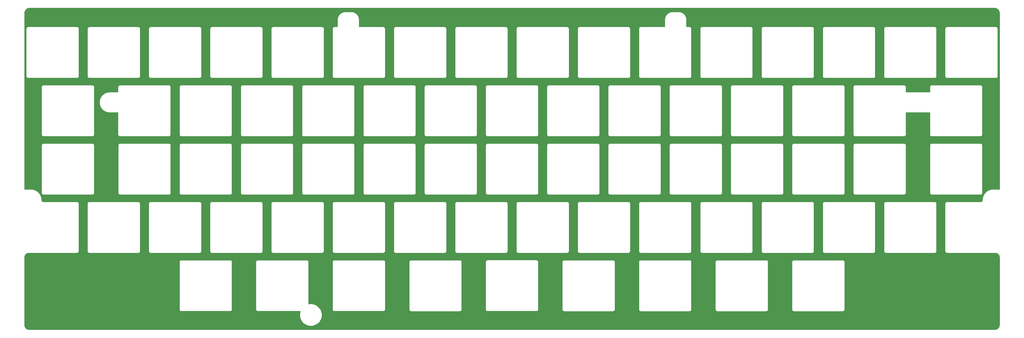
<source format=gtl>
%TF.GenerationSoftware,KiCad,Pcbnew,(6.0.1-0)*%
%TF.CreationDate,2022-02-13T07:54:47+09:00*%
%TF.ProjectId,keyplate,6b657970-6c61-4746-952e-6b696361645f,rev?*%
%TF.SameCoordinates,Original*%
%TF.FileFunction,Copper,L1,Top*%
%TF.FilePolarity,Positive*%
%FSLAX46Y46*%
G04 Gerber Fmt 4.6, Leading zero omitted, Abs format (unit mm)*
G04 Created by KiCad (PCBNEW (6.0.1-0)) date 2022-02-13 07:54:47*
%MOMM*%
%LPD*%
G01*
G04 APERTURE LIST*
G04 APERTURE END LIST*
%TA.AperFunction,NonConductor*%
G36*
X168473808Y-18082789D02*
G01*
X298285588Y-18083277D01*
X298290432Y-18083370D01*
X298409955Y-18087968D01*
X298419553Y-18088705D01*
X298524997Y-18100871D01*
X298535431Y-18102521D01*
X298602218Y-18115971D01*
X298641917Y-18123966D01*
X298650416Y-18125988D01*
X298753769Y-18154389D01*
X298764790Y-18157971D01*
X298863337Y-18195103D01*
X298871225Y-18198386D01*
X298969084Y-18243072D01*
X298978671Y-18247955D01*
X299072158Y-18300724D01*
X299079844Y-18305433D01*
X299168757Y-18364385D01*
X299177636Y-18370846D01*
X299262203Y-18438215D01*
X299268722Y-18443782D01*
X299279515Y-18453654D01*
X299347976Y-18516276D01*
X299355920Y-18524221D01*
X299422536Y-18597073D01*
X299429207Y-18604369D01*
X299434351Y-18610361D01*
X299451000Y-18631035D01*
X299501866Y-18694197D01*
X299509009Y-18703997D01*
X299560990Y-18783048D01*
X299565935Y-18790569D01*
X299570562Y-18798179D01*
X299623853Y-18893275D01*
X299628495Y-18902414D01*
X299673252Y-19000200D01*
X299676690Y-19008476D01*
X299713981Y-19108120D01*
X299717427Y-19118740D01*
X299745993Y-19222172D01*
X299748051Y-19230793D01*
X299769792Y-19338538D01*
X299771356Y-19348220D01*
X299784219Y-19453790D01*
X299785053Y-19464232D01*
X299789572Y-19582820D01*
X299789663Y-19587618D01*
X299789663Y-70918963D01*
X299769661Y-70987084D01*
X299716005Y-71033577D01*
X299663663Y-71044963D01*
X297940432Y-71044963D01*
X297933828Y-71044790D01*
X297933412Y-71044768D01*
X297928579Y-71044138D01*
X297897241Y-71044915D01*
X297896878Y-71044924D01*
X297893755Y-71044963D01*
X297865129Y-71044963D01*
X297860693Y-71045598D01*
X297858805Y-71045733D01*
X297852980Y-71046013D01*
X297795533Y-71047437D01*
X297782323Y-71047071D01*
X297781297Y-71046989D01*
X297781053Y-71046969D01*
X297781052Y-71046969D01*
X297776212Y-71046580D01*
X297752363Y-71048354D01*
X297746176Y-71048660D01*
X297725383Y-71049176D01*
X297718553Y-71050328D01*
X297706963Y-71051733D01*
X297697649Y-71052426D01*
X297644092Y-71056410D01*
X297630865Y-71056697D01*
X297629663Y-71056660D01*
X297629656Y-71056660D01*
X297624786Y-71056510D01*
X297619949Y-71057111D01*
X297619947Y-71057111D01*
X297601033Y-71059460D01*
X297594854Y-71060073D01*
X297578540Y-71061287D01*
X297578525Y-71061289D01*
X297574065Y-71061621D01*
X297569691Y-71062583D01*
X297569685Y-71062584D01*
X297567357Y-71063096D01*
X297555824Y-71065077D01*
X297493817Y-71072780D01*
X297480597Y-71073719D01*
X297474572Y-71073829D01*
X297469777Y-71074666D01*
X297469775Y-71074666D01*
X297450932Y-71077954D01*
X297444807Y-71078869D01*
X297424082Y-71081443D01*
X297417498Y-71083236D01*
X297406088Y-71085779D01*
X297344960Y-71096446D01*
X297331800Y-71098033D01*
X297325821Y-71098436D01*
X297302360Y-71103726D01*
X297296325Y-71104932D01*
X297292328Y-71105629D01*
X297280112Y-71107761D01*
X297280107Y-71107762D01*
X297275702Y-71108531D01*
X297269260Y-71110630D01*
X297257968Y-71113737D01*
X297197800Y-71127305D01*
X297184718Y-71129537D01*
X297178803Y-71130227D01*
X297155583Y-71136671D01*
X297149634Y-71138166D01*
X297129175Y-71142779D01*
X297122967Y-71145144D01*
X297122887Y-71145175D01*
X297111713Y-71148845D01*
X297052583Y-71165253D01*
X297039601Y-71168128D01*
X297033758Y-71169101D01*
X297010864Y-71176675D01*
X297004998Y-71178458D01*
X296984765Y-71184073D01*
X296980664Y-71185870D01*
X296980663Y-71185870D01*
X296978625Y-71186763D01*
X296967643Y-71190975D01*
X296909537Y-71210200D01*
X296896711Y-71213703D01*
X296890945Y-71214955D01*
X296868436Y-71223642D01*
X296862667Y-71225707D01*
X296846978Y-71230897D01*
X296846969Y-71230901D01*
X296842712Y-71232309D01*
X296838696Y-71234308D01*
X296838688Y-71234311D01*
X296836731Y-71235285D01*
X296825946Y-71240038D01*
X296768950Y-71262031D01*
X296756309Y-71266157D01*
X296750613Y-71267688D01*
X296746163Y-71269659D01*
X296746147Y-71269665D01*
X296728554Y-71277459D01*
X296722886Y-71279807D01*
X296707449Y-71285764D01*
X296707440Y-71285768D01*
X296703271Y-71287377D01*
X296699368Y-71289563D01*
X296699359Y-71289567D01*
X296697434Y-71290645D01*
X296686906Y-71295910D01*
X296631054Y-71320653D01*
X296618624Y-71325392D01*
X296617641Y-71325708D01*
X296617633Y-71325711D01*
X296613007Y-71327200D01*
X296608664Y-71329383D01*
X296608657Y-71329386D01*
X296591464Y-71338029D01*
X296585923Y-71340648D01*
X296566690Y-71349168D01*
X296561025Y-71352714D01*
X296550766Y-71358487D01*
X296496091Y-71385971D01*
X296483913Y-71391307D01*
X296478379Y-71393391D01*
X296474149Y-71395782D01*
X296474146Y-71395784D01*
X296457395Y-71405255D01*
X296452002Y-71408134D01*
X296433209Y-71417581D01*
X296429541Y-71420134D01*
X296429536Y-71420137D01*
X296427721Y-71421401D01*
X296417758Y-71427667D01*
X296364325Y-71457878D01*
X296352422Y-71463801D01*
X296346985Y-71466158D01*
X296342874Y-71468755D01*
X296342869Y-71468758D01*
X296334532Y-71474026D01*
X296326619Y-71479026D01*
X296321369Y-71482166D01*
X296303081Y-71492506D01*
X296297750Y-71496616D01*
X296288123Y-71503347D01*
X296236009Y-71536273D01*
X296224424Y-71542765D01*
X296219067Y-71545406D01*
X296199409Y-71559218D01*
X296194276Y-71562640D01*
X296176554Y-71573837D01*
X296173139Y-71576747D01*
X296173135Y-71576750D01*
X296171399Y-71578229D01*
X296162116Y-71585420D01*
X296111389Y-71621061D01*
X296100153Y-71628103D01*
X296099146Y-71628662D01*
X296099141Y-71628665D01*
X296094892Y-71631026D01*
X296076871Y-71645059D01*
X296075950Y-71645776D01*
X296070969Y-71649461D01*
X296057552Y-71658887D01*
X296057547Y-71658891D01*
X296053875Y-71661471D01*
X296050605Y-71664546D01*
X296050604Y-71664547D01*
X296048922Y-71666129D01*
X296040012Y-71673759D01*
X295990726Y-71712136D01*
X295979868Y-71719709D01*
X295974715Y-71722914D01*
X295971023Y-71726093D01*
X295956552Y-71738553D01*
X295951765Y-71742474D01*
X295935303Y-71755292D01*
X295930545Y-71760229D01*
X295922047Y-71768262D01*
X295874278Y-71809393D01*
X295863834Y-71817472D01*
X295858795Y-71820963D01*
X295855271Y-71824314D01*
X295855269Y-71824316D01*
X295841470Y-71837439D01*
X295836864Y-71841608D01*
X295821092Y-71855188D01*
X295818143Y-71858566D01*
X295818140Y-71858569D01*
X295816549Y-71860391D01*
X295808466Y-71868826D01*
X295798787Y-71878031D01*
X295762181Y-71912844D01*
X295752209Y-71921383D01*
X295747172Y-71925260D01*
X295742065Y-71930630D01*
X295730860Y-71942411D01*
X295726392Y-71946879D01*
X295714750Y-71957951D01*
X295714747Y-71957955D01*
X295711494Y-71961048D01*
X295708715Y-71964569D01*
X295708712Y-71964572D01*
X295707069Y-71966654D01*
X295699469Y-71975420D01*
X295655454Y-72021700D01*
X295645851Y-72030790D01*
X295644903Y-72031597D01*
X295644897Y-72031603D01*
X295641196Y-72034755D01*
X295625561Y-72052913D01*
X295621436Y-72057469D01*
X295607081Y-72072564D01*
X295603084Y-72078186D01*
X295595875Y-72087390D01*
X295555044Y-72134809D01*
X295554745Y-72135156D01*
X295545589Y-72144723D01*
X295541172Y-72148877D01*
X295538182Y-72152717D01*
X295526448Y-72167785D01*
X295522530Y-72172569D01*
X295508915Y-72188381D01*
X295506504Y-72192154D01*
X295505226Y-72194154D01*
X295498469Y-72203717D01*
X295460086Y-72253009D01*
X295451397Y-72263031D01*
X295447223Y-72267362D01*
X295444426Y-72271342D01*
X295444425Y-72271344D01*
X295433414Y-72287015D01*
X295429733Y-72291989D01*
X295416901Y-72308468D01*
X295414675Y-72312361D01*
X295414674Y-72312363D01*
X295413529Y-72314366D01*
X295407241Y-72324266D01*
X295371579Y-72375021D01*
X295363388Y-72385461D01*
X295359465Y-72389953D01*
X295356865Y-72394068D01*
X295346621Y-72410281D01*
X295343199Y-72415413D01*
X295333732Y-72428887D01*
X295333728Y-72428893D01*
X295331154Y-72432557D01*
X295328085Y-72438595D01*
X295322293Y-72448784D01*
X295291019Y-72498281D01*
X295289364Y-72500901D01*
X295281684Y-72511744D01*
X295277997Y-72516407D01*
X295275603Y-72520641D01*
X295275599Y-72520647D01*
X295266159Y-72537343D01*
X295262999Y-72542627D01*
X295254894Y-72555456D01*
X295251780Y-72560384D01*
X295249953Y-72564462D01*
X295249943Y-72564480D01*
X295249024Y-72566532D01*
X295243724Y-72577020D01*
X295213522Y-72630434D01*
X295206376Y-72641647D01*
X295205760Y-72642509D01*
X295205756Y-72642516D01*
X295202935Y-72646465D01*
X295200754Y-72650803D01*
X295200750Y-72650810D01*
X295192108Y-72668001D01*
X295189216Y-72673422D01*
X295178877Y-72691707D01*
X295176435Y-72697960D01*
X295171653Y-72708693D01*
X295144170Y-72763364D01*
X295137571Y-72774925D01*
X295134383Y-72779883D01*
X295132412Y-72784332D01*
X295124613Y-72801936D01*
X295121987Y-72807492D01*
X295112550Y-72826264D01*
X295111124Y-72830517D01*
X295111120Y-72830526D01*
X295110420Y-72832613D01*
X295106160Y-72843586D01*
X295081418Y-72899432D01*
X295075395Y-72911294D01*
X295074880Y-72912187D01*
X295074874Y-72912199D01*
X295072446Y-72916413D01*
X295065057Y-72935561D01*
X295063767Y-72938903D01*
X295061417Y-72944577D01*
X295055114Y-72958805D01*
X295052898Y-72963807D01*
X295051078Y-72970263D01*
X295047369Y-72981395D01*
X295025367Y-73038412D01*
X295019928Y-73050553D01*
X295017236Y-73055800D01*
X295015706Y-73060423D01*
X295015706Y-73060424D01*
X295009661Y-73078695D01*
X295007590Y-73084477D01*
X295000023Y-73104087D01*
X294998792Y-73109442D01*
X294998526Y-73110599D01*
X294995355Y-73121933D01*
X294976129Y-73180039D01*
X294971292Y-73192423D01*
X294968851Y-73197814D01*
X294967548Y-73202509D01*
X294967547Y-73202512D01*
X294962407Y-73221035D01*
X294960621Y-73226911D01*
X294954025Y-73246846D01*
X294953234Y-73251259D01*
X294953234Y-73251260D01*
X294952840Y-73253456D01*
X294950228Y-73264922D01*
X294933819Y-73324053D01*
X294929596Y-73336651D01*
X294927409Y-73342187D01*
X294926340Y-73346927D01*
X294926338Y-73346934D01*
X294922110Y-73365686D01*
X294920613Y-73371642D01*
X294915005Y-73391852D01*
X294914311Y-73397222D01*
X294914143Y-73398524D01*
X294912096Y-73410093D01*
X294898532Y-73470244D01*
X294894935Y-73483016D01*
X294894581Y-73484060D01*
X294894579Y-73484069D01*
X294893012Y-73488685D01*
X294892174Y-73493486D01*
X294892173Y-73493491D01*
X294888880Y-73512360D01*
X294887670Y-73518415D01*
X294883065Y-73538836D01*
X294882709Y-73543302D01*
X294882709Y-73543303D01*
X294882527Y-73545586D01*
X294881051Y-73557234D01*
X294880940Y-73557870D01*
X294870391Y-73618319D01*
X294867429Y-73631238D01*
X294865772Y-73637043D01*
X294865174Y-73641860D01*
X294865173Y-73641863D01*
X294862813Y-73660861D01*
X294861899Y-73666983D01*
X294858309Y-73687555D01*
X294858172Y-73692044D01*
X294858101Y-73694363D01*
X294857199Y-73706045D01*
X294849496Y-73768054D01*
X294847174Y-73781097D01*
X294845796Y-73787016D01*
X294845435Y-73791869D01*
X294844020Y-73810892D01*
X294843406Y-73817075D01*
X294840837Y-73837748D01*
X294840929Y-73842681D01*
X294840965Y-73844613D01*
X294840640Y-73856310D01*
X294835962Y-73919186D01*
X294834290Y-73932301D01*
X294834066Y-73933535D01*
X294834065Y-73933549D01*
X294833198Y-73938331D01*
X294833077Y-73943193D01*
X294833077Y-73943198D01*
X294832607Y-73962189D01*
X294832298Y-73968421D01*
X294831087Y-73984692D01*
X294831087Y-73984703D01*
X294830755Y-73989164D01*
X294831059Y-73993631D01*
X294831059Y-73993634D01*
X294831225Y-73996073D01*
X294831477Y-74007750D01*
X294830027Y-74066233D01*
X294829691Y-74072824D01*
X294829657Y-74073270D01*
X294828909Y-74078072D01*
X294828909Y-74109803D01*
X294828870Y-74112925D01*
X294828161Y-74141527D01*
X294828224Y-74142057D01*
X294828235Y-74143138D01*
X294828127Y-74147476D01*
X294827819Y-74153682D01*
X294826192Y-74175566D01*
X294825578Y-74181756D01*
X294822888Y-74203411D01*
X294821974Y-74209535D01*
X294818230Y-74230994D01*
X294817018Y-74237057D01*
X294812242Y-74258235D01*
X294810748Y-74264181D01*
X294804940Y-74285105D01*
X294803158Y-74290963D01*
X294796345Y-74311545D01*
X294794285Y-74317295D01*
X294786461Y-74337559D01*
X294784121Y-74343203D01*
X294775345Y-74363000D01*
X294772714Y-74368565D01*
X294762970Y-74387933D01*
X294760072Y-74393359D01*
X294749376Y-74412260D01*
X294746223Y-74417527D01*
X294734989Y-74435291D01*
X294734588Y-74435925D01*
X294731172Y-74441044D01*
X294718609Y-74458909D01*
X294714923Y-74463885D01*
X294701457Y-74481162D01*
X294697524Y-74485960D01*
X294683155Y-74502633D01*
X294678974Y-74507248D01*
X294663633Y-74523365D01*
X294659232Y-74527766D01*
X294643226Y-74542999D01*
X294638616Y-74547174D01*
X294621998Y-74561495D01*
X294617214Y-74565417D01*
X294599981Y-74578844D01*
X294595023Y-74582514D01*
X294585656Y-74589099D01*
X294577219Y-74595030D01*
X294572080Y-74598457D01*
X294553752Y-74610042D01*
X294548467Y-74613204D01*
X294529594Y-74623880D01*
X294524157Y-74626783D01*
X294504811Y-74636510D01*
X294499261Y-74639133D01*
X294486493Y-74644791D01*
X294479468Y-74647904D01*
X294473822Y-74650243D01*
X294453592Y-74658052D01*
X294447825Y-74660117D01*
X294428062Y-74666656D01*
X294427243Y-74666927D01*
X294421361Y-74668715D01*
X294400461Y-74674515D01*
X294394503Y-74676012D01*
X294373292Y-74680794D01*
X294367258Y-74682000D01*
X294345797Y-74685744D01*
X294339690Y-74686656D01*
X294317984Y-74689351D01*
X294311802Y-74689964D01*
X294289921Y-74691591D01*
X294283700Y-74691899D01*
X294255674Y-74692594D01*
X294253761Y-74692641D01*
X294250641Y-74692680D01*
X284465636Y-74692680D01*
X284464866Y-74692678D01*
X284464012Y-74692673D01*
X284387282Y-74692204D01*
X284378653Y-74694670D01*
X284378648Y-74694671D01*
X284358886Y-74700319D01*
X284342125Y-74703897D01*
X284321782Y-74706810D01*
X284321772Y-74706813D01*
X284312889Y-74708085D01*
X284289539Y-74718701D01*
X284272027Y-74725144D01*
X284263991Y-74727441D01*
X284247369Y-74732192D01*
X284222386Y-74747954D01*
X284207320Y-74756084D01*
X284180424Y-74768313D01*
X284160995Y-74785054D01*
X284145987Y-74796159D01*
X284124303Y-74809840D01*
X284107819Y-74828505D01*
X284104753Y-74831976D01*
X284092561Y-74844020D01*
X284070187Y-74863299D01*
X284065308Y-74870827D01*
X284065305Y-74870830D01*
X284056238Y-74884819D01*
X284044948Y-74899693D01*
X284027978Y-74918908D01*
X284015424Y-74945646D01*
X284007110Y-74960615D01*
X283991041Y-74985407D01*
X283988469Y-74994007D01*
X283983695Y-75009970D01*
X283977033Y-75027416D01*
X283966135Y-75050628D01*
X283963694Y-75066306D01*
X283961592Y-75079808D01*
X283957808Y-75096529D01*
X283951920Y-75116216D01*
X283951919Y-75116219D01*
X283949347Y-75124821D01*
X283949145Y-75157955D01*
X283949137Y-75159226D01*
X283949104Y-75160008D01*
X283948934Y-75161103D01*
X283948934Y-75191978D01*
X283948932Y-75192748D01*
X283948458Y-75270332D01*
X283948842Y-75271676D01*
X283948934Y-75273021D01*
X283948934Y-88991905D01*
X283948932Y-88992675D01*
X283948458Y-89070259D01*
X283950924Y-89078888D01*
X283950925Y-89078893D01*
X283956573Y-89098655D01*
X283960151Y-89115416D01*
X283963064Y-89135759D01*
X283963067Y-89135769D01*
X283964339Y-89144652D01*
X283974955Y-89168002D01*
X283981398Y-89185514D01*
X283988446Y-89210172D01*
X284004208Y-89235155D01*
X284012338Y-89250221D01*
X284024567Y-89277117D01*
X284041308Y-89296546D01*
X284052413Y-89311554D01*
X284066094Y-89333238D01*
X284072822Y-89339180D01*
X284088230Y-89352788D01*
X284100274Y-89364980D01*
X284119553Y-89387354D01*
X284127081Y-89392233D01*
X284127084Y-89392236D01*
X284141073Y-89401303D01*
X284155947Y-89412593D01*
X284175162Y-89429563D01*
X284183288Y-89433378D01*
X284183289Y-89433379D01*
X284188955Y-89436039D01*
X284201900Y-89442117D01*
X284216869Y-89450431D01*
X284241661Y-89466500D01*
X284258584Y-89471561D01*
X284266224Y-89473846D01*
X284283670Y-89480508D01*
X284306882Y-89491406D01*
X284336064Y-89495950D01*
X284352783Y-89499733D01*
X284372470Y-89505621D01*
X284372473Y-89505622D01*
X284381075Y-89508194D01*
X284390050Y-89508249D01*
X284390051Y-89508249D01*
X284396744Y-89508290D01*
X284415490Y-89508404D01*
X284416262Y-89508437D01*
X284417357Y-89508607D01*
X284448232Y-89508607D01*
X284449002Y-89508609D01*
X284522650Y-89509059D01*
X284522651Y-89509059D01*
X284526586Y-89509083D01*
X284527930Y-89508699D01*
X284529275Y-89508607D01*
X298525944Y-89508607D01*
X298529058Y-89508646D01*
X298533994Y-89508768D01*
X298592999Y-89510228D01*
X298599217Y-89510535D01*
X298654904Y-89514672D01*
X298661074Y-89515284D01*
X298687337Y-89518542D01*
X298716253Y-89522130D01*
X298722371Y-89523042D01*
X298776982Y-89532559D01*
X298783027Y-89533765D01*
X298837022Y-89545928D01*
X298842956Y-89547418D01*
X298896163Y-89562169D01*
X298902047Y-89563956D01*
X298954409Y-89581265D01*
X298960195Y-89583335D01*
X299011634Y-89603170D01*
X299017284Y-89605508D01*
X299067684Y-89627823D01*
X299073241Y-89630448D01*
X299122525Y-89655211D01*
X299127949Y-89658104D01*
X299176012Y-89685271D01*
X299181286Y-89688426D01*
X299228013Y-89717943D01*
X299233109Y-89721340D01*
X299278497Y-89753231D01*
X299283450Y-89756897D01*
X299327327Y-89791068D01*
X299332107Y-89794984D01*
X299355495Y-89815130D01*
X299374378Y-89831395D01*
X299379002Y-89835581D01*
X299419518Y-89874133D01*
X299423981Y-89878598D01*
X299462525Y-89919143D01*
X299466672Y-89923727D01*
X299499067Y-89961366D01*
X299503082Y-89966031D01*
X299507012Y-89970831D01*
X299541174Y-90014720D01*
X299544853Y-90019694D01*
X299576719Y-90065064D01*
X299580140Y-90070198D01*
X299609689Y-90116982D01*
X299612848Y-90122265D01*
X299640026Y-90170346D01*
X299642920Y-90175771D01*
X299667690Y-90225061D01*
X299670312Y-90230611D01*
X299692661Y-90281069D01*
X299694997Y-90286710D01*
X299714856Y-90338177D01*
X299716926Y-90343958D01*
X299733136Y-90392957D01*
X299734255Y-90396341D01*
X299736033Y-90402188D01*
X299750810Y-90455442D01*
X299752304Y-90461387D01*
X299764475Y-90515360D01*
X299765685Y-90521416D01*
X299775209Y-90575991D01*
X299776124Y-90582116D01*
X299777176Y-90590581D01*
X299779877Y-90612318D01*
X299782979Y-90637287D01*
X299783589Y-90643428D01*
X299787731Y-90699082D01*
X299788039Y-90705305D01*
X299789624Y-90769230D01*
X299789663Y-90772353D01*
X299789663Y-110489771D01*
X299789570Y-110494624D01*
X299785071Y-110611353D01*
X299784235Y-110621773D01*
X299771350Y-110727290D01*
X299769800Y-110736886D01*
X299748063Y-110844851D01*
X299745976Y-110853595D01*
X299717274Y-110957286D01*
X299713949Y-110967562D01*
X299676691Y-111067826D01*
X299673051Y-111076594D01*
X299628842Y-111172698D01*
X299624223Y-111181758D01*
X299570681Y-111277057D01*
X299566124Y-111284545D01*
X299547488Y-111312888D01*
X299508272Y-111372531D01*
X299501457Y-111381923D01*
X299433479Y-111467063D01*
X299428148Y-111473309D01*
X299357131Y-111551204D01*
X299348453Y-111559839D01*
X299269732Y-111630887D01*
X299263851Y-111635875D01*
X299177158Y-111704939D01*
X299168482Y-111711266D01*
X299080034Y-111770147D01*
X299071951Y-111775099D01*
X299038807Y-111793721D01*
X298979031Y-111827307D01*
X298969656Y-111832071D01*
X298869374Y-111877864D01*
X298862263Y-111880850D01*
X298763603Y-111918739D01*
X298751821Y-111922610D01*
X298652439Y-111949922D01*
X298643108Y-111952108D01*
X298536700Y-111972806D01*
X298527082Y-111974294D01*
X298523511Y-111974706D01*
X298419554Y-111986698D01*
X298409960Y-111987435D01*
X298290418Y-111992033D01*
X298285576Y-111992126D01*
X178253237Y-111993031D01*
X16939660Y-111994247D01*
X16933153Y-111994079D01*
X16812543Y-111987842D01*
X16804622Y-111987181D01*
X16734044Y-111979038D01*
X16692936Y-111974295D01*
X16683324Y-111972808D01*
X16577460Y-111952219D01*
X16567905Y-111949971D01*
X16469047Y-111922610D01*
X16468833Y-111922551D01*
X16457564Y-111918852D01*
X16357369Y-111880648D01*
X16349947Y-111877543D01*
X16250346Y-111832068D01*
X16240966Y-111827302D01*
X16185990Y-111796414D01*
X16148055Y-111775101D01*
X16139965Y-111770144D01*
X16051520Y-111711261D01*
X16042846Y-111704937D01*
X15956180Y-111635899D01*
X15950256Y-111630873D01*
X15871558Y-111559829D01*
X15862890Y-111551205D01*
X15862890Y-111551204D01*
X15792988Y-111474555D01*
X15787204Y-111467743D01*
X15719003Y-111381383D01*
X15713002Y-111373116D01*
X15653384Y-111283563D01*
X15648419Y-111275458D01*
X15640730Y-111261772D01*
X15595774Y-111181758D01*
X15591162Y-111172712D01*
X15567256Y-111120744D01*
X15546947Y-111076594D01*
X15543316Y-111067845D01*
X15543254Y-111067677D01*
X15506080Y-110967601D01*
X15502761Y-110957338D01*
X15474053Y-110853598D01*
X15471969Y-110844868D01*
X15459554Y-110783219D01*
X15450637Y-110738937D01*
X15448988Y-110728511D01*
X15445641Y-110699495D01*
X15436568Y-110620855D01*
X15435868Y-110612138D01*
X15430467Y-110493324D01*
X15430337Y-110487602D01*
X15430337Y-106071983D01*
X60704188Y-106071983D01*
X60706654Y-106080612D01*
X60706655Y-106080617D01*
X60712303Y-106100379D01*
X60715881Y-106117140D01*
X60718794Y-106137483D01*
X60718797Y-106137493D01*
X60720069Y-106146376D01*
X60730685Y-106169726D01*
X60737128Y-106187238D01*
X60744176Y-106211896D01*
X60759938Y-106236879D01*
X60768068Y-106251945D01*
X60780297Y-106278841D01*
X60797038Y-106298270D01*
X60808143Y-106313278D01*
X60821824Y-106334962D01*
X60828552Y-106340904D01*
X60843960Y-106354512D01*
X60856004Y-106366704D01*
X60875283Y-106389078D01*
X60882811Y-106393957D01*
X60882814Y-106393960D01*
X60896803Y-106403027D01*
X60911677Y-106414317D01*
X60930892Y-106431287D01*
X60939018Y-106435102D01*
X60939019Y-106435103D01*
X60941910Y-106436460D01*
X60957630Y-106443841D01*
X60972599Y-106452155D01*
X60997391Y-106468224D01*
X61017855Y-106474344D01*
X61021954Y-106475570D01*
X61039400Y-106482232D01*
X61062612Y-106493130D01*
X61091794Y-106497674D01*
X61108513Y-106501457D01*
X61128200Y-106507345D01*
X61128203Y-106507346D01*
X61136805Y-106509918D01*
X61145780Y-106509973D01*
X61145781Y-106509973D01*
X61152474Y-106510014D01*
X61171220Y-106510128D01*
X61171992Y-106510161D01*
X61173087Y-106510331D01*
X61203962Y-106510331D01*
X61204732Y-106510333D01*
X61278380Y-106510783D01*
X61278381Y-106510783D01*
X61282316Y-106510807D01*
X61283660Y-106510423D01*
X61285005Y-106510331D01*
X75403936Y-106510331D01*
X75404707Y-106510333D01*
X75482290Y-106510807D01*
X75490919Y-106508341D01*
X75490924Y-106508340D01*
X75510686Y-106502692D01*
X75527447Y-106499114D01*
X75547790Y-106496201D01*
X75547800Y-106496198D01*
X75556683Y-106494926D01*
X75580033Y-106484310D01*
X75597545Y-106477867D01*
X75613575Y-106473285D01*
X75622203Y-106470819D01*
X75647186Y-106455057D01*
X75662252Y-106446927D01*
X75689148Y-106434698D01*
X75708577Y-106417957D01*
X75723585Y-106406852D01*
X75724061Y-106406552D01*
X75745269Y-106393171D01*
X75764820Y-106371034D01*
X75777012Y-106358990D01*
X75792587Y-106345570D01*
X75792588Y-106345568D01*
X75799385Y-106339712D01*
X75804264Y-106332184D01*
X75804267Y-106332181D01*
X75813334Y-106318192D01*
X75824624Y-106303318D01*
X75835650Y-106290833D01*
X75841594Y-106284103D01*
X75854148Y-106257365D01*
X75862462Y-106242396D01*
X75878531Y-106217604D01*
X75885877Y-106193040D01*
X75892539Y-106175595D01*
X75899621Y-106160510D01*
X75903437Y-106152383D01*
X75907981Y-106123201D01*
X75911764Y-106106482D01*
X75917652Y-106086795D01*
X75917653Y-106086792D01*
X75920225Y-106078190D01*
X75920263Y-106071983D01*
X83025790Y-106071983D01*
X83028256Y-106080612D01*
X83028257Y-106080617D01*
X83033905Y-106100379D01*
X83037483Y-106117140D01*
X83040396Y-106137483D01*
X83040399Y-106137493D01*
X83041671Y-106146376D01*
X83052287Y-106169726D01*
X83058730Y-106187238D01*
X83065778Y-106211896D01*
X83081540Y-106236879D01*
X83089670Y-106251945D01*
X83101899Y-106278841D01*
X83118640Y-106298270D01*
X83129745Y-106313278D01*
X83143426Y-106334962D01*
X83150154Y-106340904D01*
X83165562Y-106354512D01*
X83177606Y-106366704D01*
X83196885Y-106389078D01*
X83204413Y-106393957D01*
X83204416Y-106393960D01*
X83218405Y-106403027D01*
X83233279Y-106414317D01*
X83252494Y-106431287D01*
X83260620Y-106435102D01*
X83260621Y-106435103D01*
X83263512Y-106436460D01*
X83279232Y-106443841D01*
X83294201Y-106452155D01*
X83318993Y-106468224D01*
X83339457Y-106474344D01*
X83343556Y-106475570D01*
X83361002Y-106482232D01*
X83384214Y-106493130D01*
X83413396Y-106497674D01*
X83430115Y-106501457D01*
X83449802Y-106507345D01*
X83449805Y-106507346D01*
X83458407Y-106509918D01*
X83467382Y-106509973D01*
X83467383Y-106509973D01*
X83474076Y-106510014D01*
X83492822Y-106510128D01*
X83493594Y-106510161D01*
X83494689Y-106510331D01*
X83525564Y-106510331D01*
X83526334Y-106510333D01*
X83599982Y-106510783D01*
X83599983Y-106510783D01*
X83603918Y-106510807D01*
X83605262Y-106510423D01*
X83606607Y-106510331D01*
X95838604Y-106510331D01*
X95906725Y-106530333D01*
X95953218Y-106583989D01*
X95963322Y-106654263D01*
X95959478Y-106671906D01*
X95891659Y-106902336D01*
X95830329Y-107250151D01*
X95808153Y-107602634D01*
X95825406Y-107955392D01*
X95825968Y-107958860D01*
X95825968Y-107958863D01*
X95881310Y-108300554D01*
X95881873Y-108304029D01*
X95976850Y-108644199D01*
X96109153Y-108971662D01*
X96110822Y-108974749D01*
X96110824Y-108974753D01*
X96130691Y-109011496D01*
X96277134Y-109282336D01*
X96478699Y-109572350D01*
X96481012Y-109574992D01*
X96481015Y-109574996D01*
X96696104Y-109820690D01*
X96711335Y-109838088D01*
X96972143Y-110076238D01*
X97257872Y-110283832D01*
X97260938Y-110285574D01*
X97260940Y-110285575D01*
X97299535Y-110307500D01*
X97564960Y-110458283D01*
X97633367Y-110487602D01*
X97886348Y-110596030D01*
X97886352Y-110596031D01*
X97889580Y-110597415D01*
X97967224Y-110620857D01*
X98224310Y-110698476D01*
X98224315Y-110698477D01*
X98227686Y-110699495D01*
X98414348Y-110733754D01*
X98571592Y-110762614D01*
X98571596Y-110762615D01*
X98575064Y-110763251D01*
X98765539Y-110776571D01*
X98858425Y-110783066D01*
X98858429Y-110783066D01*
X98860615Y-110783219D01*
X99060573Y-110783219D01*
X99062302Y-110783122D01*
X99062314Y-110783122D01*
X99249835Y-110772638D01*
X99324182Y-110768481D01*
X99398072Y-110755984D01*
X99668949Y-110710169D01*
X99668957Y-110710167D01*
X99672417Y-110709582D01*
X100011915Y-110612232D01*
X100162728Y-110550071D01*
X100335201Y-110478983D01*
X100335208Y-110478979D01*
X100338446Y-110477645D01*
X100529772Y-110372463D01*
X100644861Y-110309193D01*
X100644865Y-110309190D01*
X100647940Y-110307500D01*
X100936540Y-110103915D01*
X101022623Y-110027487D01*
X101198020Y-109871763D01*
X101198026Y-109871757D01*
X101200647Y-109869430D01*
X101436971Y-109606966D01*
X101506174Y-109510304D01*
X101640513Y-109322662D01*
X101640517Y-109322655D01*
X101642565Y-109319795D01*
X101814867Y-109011496D01*
X101951730Y-108685912D01*
X101952720Y-108682549D01*
X101952723Y-108682540D01*
X102050456Y-108350468D01*
X102051447Y-108347102D01*
X102112777Y-107999287D01*
X102134953Y-107646804D01*
X102117700Y-107294046D01*
X102110031Y-107246693D01*
X102061796Y-106948884D01*
X102061795Y-106948881D01*
X102061233Y-106945409D01*
X101966256Y-106605239D01*
X101885269Y-106404789D01*
X101835272Y-106281040D01*
X101835270Y-106281036D01*
X101833953Y-106277776D01*
X101823874Y-106259134D01*
X101770547Y-106160510D01*
X101722681Y-106071983D01*
X105347048Y-106071983D01*
X105349514Y-106080612D01*
X105349515Y-106080617D01*
X105355163Y-106100379D01*
X105358741Y-106117140D01*
X105361654Y-106137483D01*
X105361657Y-106137493D01*
X105362929Y-106146376D01*
X105373545Y-106169726D01*
X105379988Y-106187238D01*
X105387036Y-106211896D01*
X105402798Y-106236879D01*
X105410928Y-106251945D01*
X105423157Y-106278841D01*
X105439898Y-106298270D01*
X105451003Y-106313278D01*
X105464684Y-106334962D01*
X105471412Y-106340904D01*
X105486820Y-106354512D01*
X105498864Y-106366704D01*
X105518143Y-106389078D01*
X105525671Y-106393957D01*
X105525674Y-106393960D01*
X105539663Y-106403027D01*
X105554537Y-106414317D01*
X105573752Y-106431287D01*
X105581878Y-106435102D01*
X105581879Y-106435103D01*
X105584770Y-106436460D01*
X105600490Y-106443841D01*
X105615459Y-106452155D01*
X105640251Y-106468224D01*
X105660715Y-106474344D01*
X105664814Y-106475570D01*
X105682260Y-106482232D01*
X105705472Y-106493130D01*
X105734654Y-106497674D01*
X105751373Y-106501457D01*
X105771060Y-106507345D01*
X105771063Y-106507346D01*
X105779665Y-106509918D01*
X105788640Y-106509973D01*
X105788641Y-106509973D01*
X105795334Y-106510014D01*
X105814080Y-106510128D01*
X105814852Y-106510161D01*
X105815947Y-106510331D01*
X105846822Y-106510331D01*
X105847592Y-106510333D01*
X105921240Y-106510783D01*
X105921241Y-106510783D01*
X105925176Y-106510807D01*
X105926520Y-106510423D01*
X105927865Y-106510331D01*
X120046781Y-106510331D01*
X120047552Y-106510333D01*
X120125135Y-106510807D01*
X120133764Y-106508341D01*
X120133769Y-106508340D01*
X120153531Y-106502692D01*
X120170292Y-106499114D01*
X120190635Y-106496201D01*
X120190645Y-106496198D01*
X120199528Y-106494926D01*
X120222878Y-106484310D01*
X120240390Y-106477867D01*
X120256420Y-106473285D01*
X120265048Y-106470819D01*
X120290031Y-106455057D01*
X120305097Y-106446927D01*
X120331993Y-106434698D01*
X120351422Y-106417957D01*
X120366430Y-106406852D01*
X120366906Y-106406552D01*
X120388114Y-106393171D01*
X120407665Y-106371034D01*
X120419857Y-106358990D01*
X120435432Y-106345570D01*
X120435433Y-106345568D01*
X120442230Y-106339712D01*
X120447109Y-106332184D01*
X120447112Y-106332181D01*
X120456179Y-106318192D01*
X120467469Y-106303318D01*
X120478495Y-106290833D01*
X120484439Y-106284103D01*
X120496993Y-106257365D01*
X120505307Y-106242396D01*
X120521376Y-106217604D01*
X120528722Y-106193040D01*
X120535384Y-106175595D01*
X120542466Y-106160510D01*
X120546282Y-106152383D01*
X120550826Y-106123201D01*
X120554609Y-106106482D01*
X120560497Y-106086795D01*
X120560498Y-106086792D01*
X120563070Y-106078190D01*
X120563097Y-106073745D01*
X127681345Y-106073745D01*
X127683811Y-106082374D01*
X127683812Y-106082379D01*
X127689460Y-106102141D01*
X127693038Y-106118902D01*
X127695951Y-106139245D01*
X127695954Y-106139255D01*
X127697226Y-106148138D01*
X127707842Y-106171488D01*
X127714285Y-106189000D01*
X127715440Y-106193041D01*
X127721333Y-106213658D01*
X127726119Y-106221243D01*
X127726119Y-106221244D01*
X127727466Y-106223379D01*
X127737095Y-106238641D01*
X127745225Y-106253707D01*
X127757454Y-106280603D01*
X127774195Y-106300032D01*
X127785300Y-106315040D01*
X127798981Y-106336724D01*
X127806356Y-106343237D01*
X127821117Y-106356274D01*
X127833161Y-106368466D01*
X127852440Y-106390840D01*
X127859968Y-106395719D01*
X127859971Y-106395722D01*
X127873960Y-106404789D01*
X127888834Y-106416079D01*
X127892964Y-106419726D01*
X127908049Y-106433049D01*
X127916175Y-106436864D01*
X127916176Y-106436865D01*
X127919931Y-106438628D01*
X127934787Y-106445603D01*
X127949756Y-106453917D01*
X127974548Y-106469986D01*
X127997366Y-106476810D01*
X127999111Y-106477332D01*
X128016557Y-106483994D01*
X128039769Y-106494892D01*
X128068951Y-106499436D01*
X128085670Y-106503219D01*
X128105357Y-106509107D01*
X128105360Y-106509108D01*
X128113962Y-106511680D01*
X128122937Y-106511735D01*
X128122938Y-106511735D01*
X128129631Y-106511776D01*
X128148377Y-106511890D01*
X128149149Y-106511923D01*
X128150244Y-106512093D01*
X128181119Y-106512093D01*
X128181889Y-106512095D01*
X128255537Y-106512545D01*
X128255538Y-106512545D01*
X128259473Y-106512569D01*
X128260817Y-106512185D01*
X128262162Y-106512093D01*
X142381109Y-106512093D01*
X142381880Y-106512095D01*
X142459463Y-106512569D01*
X142468092Y-106510103D01*
X142468097Y-106510102D01*
X142487859Y-106504454D01*
X142504620Y-106500876D01*
X142524963Y-106497963D01*
X142524973Y-106497960D01*
X142533856Y-106496688D01*
X142557206Y-106486072D01*
X142574718Y-106479629D01*
X142590748Y-106475047D01*
X142599376Y-106472581D01*
X142624359Y-106456819D01*
X142639425Y-106448689D01*
X142666321Y-106436460D01*
X142685750Y-106419719D01*
X142700758Y-106408614D01*
X142714850Y-106399723D01*
X142722442Y-106394933D01*
X142741993Y-106372796D01*
X142754185Y-106360752D01*
X142769760Y-106347332D01*
X142769761Y-106347330D01*
X142776558Y-106341474D01*
X142781437Y-106333946D01*
X142781440Y-106333943D01*
X142790507Y-106319954D01*
X142801797Y-106305080D01*
X142812823Y-106292595D01*
X142818767Y-106285865D01*
X142831321Y-106259127D01*
X142839635Y-106244158D01*
X142855704Y-106219366D01*
X142863050Y-106194802D01*
X142869712Y-106177357D01*
X142874125Y-106167957D01*
X142880610Y-106154145D01*
X142885154Y-106124963D01*
X142888937Y-106108244D01*
X142894825Y-106088557D01*
X142894826Y-106088554D01*
X142897398Y-106079952D01*
X142897458Y-106070228D01*
X149984957Y-106070228D01*
X149987423Y-106078857D01*
X149987424Y-106078862D01*
X149993072Y-106098624D01*
X149996650Y-106115385D01*
X149999563Y-106135728D01*
X149999566Y-106135738D01*
X150000838Y-106144621D01*
X150011454Y-106167971D01*
X150017897Y-106185483D01*
X150024945Y-106210141D01*
X150040707Y-106235124D01*
X150048837Y-106250190D01*
X150061066Y-106277086D01*
X150077807Y-106296515D01*
X150088912Y-106311523D01*
X150102593Y-106333207D01*
X150111954Y-106341474D01*
X150124729Y-106352757D01*
X150136774Y-106364950D01*
X150145055Y-106374560D01*
X150156052Y-106387323D01*
X150163580Y-106392202D01*
X150163583Y-106392205D01*
X150177572Y-106401272D01*
X150192446Y-106412562D01*
X150211661Y-106429532D01*
X150219787Y-106433347D01*
X150219788Y-106433348D01*
X150223526Y-106435103D01*
X150238399Y-106442086D01*
X150253368Y-106450400D01*
X150278160Y-106466469D01*
X150295083Y-106471530D01*
X150302723Y-106473815D01*
X150320169Y-106480477D01*
X150343381Y-106491375D01*
X150372563Y-106495919D01*
X150389282Y-106499702D01*
X150408969Y-106505590D01*
X150408972Y-106505591D01*
X150417574Y-106508163D01*
X150426549Y-106508218D01*
X150426550Y-106508218D01*
X150433243Y-106508259D01*
X150451989Y-106508373D01*
X150452761Y-106508406D01*
X150453856Y-106508576D01*
X150484731Y-106508576D01*
X150485501Y-106508578D01*
X150559149Y-106509028D01*
X150559150Y-106509028D01*
X150563085Y-106509052D01*
X150564429Y-106508668D01*
X150565774Y-106508576D01*
X164684713Y-106508576D01*
X164685484Y-106508578D01*
X164763067Y-106509052D01*
X164771696Y-106506586D01*
X164771701Y-106506585D01*
X164791463Y-106500937D01*
X164808224Y-106497359D01*
X164828567Y-106494446D01*
X164828577Y-106494443D01*
X164837460Y-106493171D01*
X164860810Y-106482555D01*
X164878322Y-106476112D01*
X164894352Y-106471530D01*
X164902980Y-106469064D01*
X164927963Y-106453302D01*
X164943029Y-106445172D01*
X164969925Y-106432943D01*
X164989354Y-106416202D01*
X165004362Y-106405097D01*
X165018454Y-106396206D01*
X165026046Y-106391416D01*
X165045597Y-106369279D01*
X165057789Y-106357235D01*
X165073364Y-106343815D01*
X165073365Y-106343813D01*
X165080162Y-106337957D01*
X165085041Y-106330429D01*
X165085044Y-106330426D01*
X165094111Y-106316437D01*
X165105401Y-106301563D01*
X165116427Y-106289078D01*
X165122371Y-106282348D01*
X165134925Y-106255610D01*
X165143239Y-106240641D01*
X165159308Y-106215849D01*
X165166654Y-106191285D01*
X165173316Y-106173840D01*
X165180398Y-106158755D01*
X165184214Y-106150628D01*
X165188758Y-106121446D01*
X165192541Y-106104727D01*
X165198429Y-106085040D01*
X165198430Y-106085037D01*
X165201002Y-106076435D01*
X165201018Y-106073745D01*
X172326678Y-106073745D01*
X172329144Y-106082374D01*
X172329145Y-106082379D01*
X172334793Y-106102141D01*
X172338371Y-106118902D01*
X172341284Y-106139245D01*
X172341287Y-106139255D01*
X172342559Y-106148138D01*
X172353175Y-106171488D01*
X172359618Y-106189000D01*
X172360773Y-106193041D01*
X172366666Y-106213658D01*
X172371452Y-106221243D01*
X172371452Y-106221244D01*
X172372799Y-106223379D01*
X172382428Y-106238641D01*
X172390558Y-106253707D01*
X172402787Y-106280603D01*
X172419528Y-106300032D01*
X172430633Y-106315040D01*
X172444314Y-106336724D01*
X172451689Y-106343237D01*
X172466450Y-106356274D01*
X172478494Y-106368466D01*
X172497773Y-106390840D01*
X172505301Y-106395719D01*
X172505304Y-106395722D01*
X172519293Y-106404789D01*
X172534167Y-106416079D01*
X172538297Y-106419726D01*
X172553382Y-106433049D01*
X172561508Y-106436864D01*
X172561509Y-106436865D01*
X172565264Y-106438628D01*
X172580120Y-106445603D01*
X172595089Y-106453917D01*
X172619881Y-106469986D01*
X172642699Y-106476810D01*
X172644444Y-106477332D01*
X172661890Y-106483994D01*
X172685102Y-106494892D01*
X172714284Y-106499436D01*
X172731003Y-106503219D01*
X172750690Y-106509107D01*
X172750693Y-106509108D01*
X172759295Y-106511680D01*
X172768270Y-106511735D01*
X172768271Y-106511735D01*
X172774964Y-106511776D01*
X172793710Y-106511890D01*
X172794482Y-106511923D01*
X172795577Y-106512093D01*
X172826452Y-106512093D01*
X172827222Y-106512095D01*
X172900870Y-106512545D01*
X172900871Y-106512545D01*
X172904806Y-106512569D01*
X172906150Y-106512185D01*
X172907495Y-106512093D01*
X187026433Y-106512093D01*
X187027204Y-106512095D01*
X187104787Y-106512569D01*
X187113416Y-106510103D01*
X187113421Y-106510102D01*
X187133183Y-106504454D01*
X187149944Y-106500876D01*
X187170287Y-106497963D01*
X187170297Y-106497960D01*
X187179180Y-106496688D01*
X187202530Y-106486072D01*
X187220042Y-106479629D01*
X187236072Y-106475047D01*
X187244700Y-106472581D01*
X187269683Y-106456819D01*
X187284749Y-106448689D01*
X187311645Y-106436460D01*
X187331074Y-106419719D01*
X187346082Y-106408614D01*
X187360174Y-106399723D01*
X187367766Y-106394933D01*
X187387317Y-106372796D01*
X187399509Y-106360752D01*
X187415084Y-106347332D01*
X187415085Y-106347330D01*
X187421882Y-106341474D01*
X187426761Y-106333946D01*
X187426764Y-106333943D01*
X187435831Y-106319954D01*
X187447121Y-106305080D01*
X187458147Y-106292595D01*
X187464091Y-106285865D01*
X187476645Y-106259127D01*
X187484959Y-106244158D01*
X187501028Y-106219366D01*
X187508374Y-106194802D01*
X187515036Y-106177357D01*
X187519449Y-106167957D01*
X187525934Y-106154145D01*
X187530478Y-106124963D01*
X187534261Y-106108244D01*
X187540149Y-106088557D01*
X187540150Y-106088554D01*
X187542722Y-106079952D01*
X187542760Y-106073745D01*
X194650744Y-106073745D01*
X194653210Y-106082374D01*
X194653211Y-106082379D01*
X194658859Y-106102141D01*
X194662437Y-106118902D01*
X194665350Y-106139245D01*
X194665353Y-106139255D01*
X194666625Y-106148138D01*
X194677241Y-106171488D01*
X194683684Y-106189000D01*
X194684839Y-106193041D01*
X194690732Y-106213658D01*
X194695518Y-106221243D01*
X194695518Y-106221244D01*
X194696865Y-106223379D01*
X194706494Y-106238641D01*
X194714624Y-106253707D01*
X194726853Y-106280603D01*
X194743594Y-106300032D01*
X194754699Y-106315040D01*
X194768380Y-106336724D01*
X194775755Y-106343237D01*
X194790516Y-106356274D01*
X194802560Y-106368466D01*
X194821839Y-106390840D01*
X194829367Y-106395719D01*
X194829370Y-106395722D01*
X194843359Y-106404789D01*
X194858233Y-106416079D01*
X194862363Y-106419726D01*
X194877448Y-106433049D01*
X194885574Y-106436864D01*
X194885575Y-106436865D01*
X194889330Y-106438628D01*
X194904186Y-106445603D01*
X194919155Y-106453917D01*
X194943947Y-106469986D01*
X194966765Y-106476810D01*
X194968510Y-106477332D01*
X194985956Y-106483994D01*
X195009168Y-106494892D01*
X195038350Y-106499436D01*
X195055069Y-106503219D01*
X195074756Y-106509107D01*
X195074759Y-106509108D01*
X195083361Y-106511680D01*
X195092336Y-106511735D01*
X195092337Y-106511735D01*
X195099030Y-106511776D01*
X195117776Y-106511890D01*
X195118548Y-106511923D01*
X195119643Y-106512093D01*
X195150518Y-106512093D01*
X195151288Y-106512095D01*
X195224936Y-106512545D01*
X195224937Y-106512545D01*
X195228872Y-106512569D01*
X195230216Y-106512185D01*
X195231561Y-106512093D01*
X209350500Y-106512093D01*
X209351271Y-106512095D01*
X209428854Y-106512569D01*
X209437483Y-106510103D01*
X209437488Y-106510102D01*
X209457250Y-106504454D01*
X209474011Y-106500876D01*
X209494354Y-106497963D01*
X209494364Y-106497960D01*
X209503247Y-106496688D01*
X209526597Y-106486072D01*
X209544109Y-106479629D01*
X209560139Y-106475047D01*
X209568767Y-106472581D01*
X209593750Y-106456819D01*
X209608816Y-106448689D01*
X209635712Y-106436460D01*
X209655141Y-106419719D01*
X209670149Y-106408614D01*
X209684241Y-106399723D01*
X209691833Y-106394933D01*
X209711384Y-106372796D01*
X209723576Y-106360752D01*
X209739151Y-106347332D01*
X209739152Y-106347330D01*
X209745949Y-106341474D01*
X209750828Y-106333946D01*
X209750831Y-106333943D01*
X209759898Y-106319954D01*
X209771188Y-106305080D01*
X209782214Y-106292595D01*
X209788158Y-106285865D01*
X209800712Y-106259127D01*
X209809026Y-106244158D01*
X209825095Y-106219366D01*
X209832441Y-106194802D01*
X209839103Y-106177357D01*
X209843516Y-106167957D01*
X209850001Y-106154145D01*
X209854545Y-106124963D01*
X209858328Y-106108244D01*
X209864216Y-106088557D01*
X209864217Y-106088554D01*
X209866789Y-106079952D01*
X209866816Y-106075508D01*
X216979754Y-106075508D01*
X216982220Y-106084137D01*
X216982221Y-106084142D01*
X216987869Y-106103904D01*
X216991447Y-106120665D01*
X216994360Y-106141008D01*
X216994363Y-106141018D01*
X216995635Y-106149901D01*
X217006251Y-106173251D01*
X217012694Y-106190763D01*
X217013345Y-106193041D01*
X217019742Y-106215421D01*
X217035504Y-106240404D01*
X217043634Y-106255470D01*
X217055863Y-106282366D01*
X217072604Y-106301795D01*
X217083709Y-106316803D01*
X217097390Y-106338487D01*
X217104118Y-106344429D01*
X217119526Y-106358037D01*
X217131570Y-106370229D01*
X217150849Y-106392603D01*
X217158377Y-106397482D01*
X217158380Y-106397485D01*
X217172369Y-106406552D01*
X217187243Y-106417842D01*
X217206458Y-106434812D01*
X217214584Y-106438627D01*
X217214585Y-106438628D01*
X217217880Y-106440175D01*
X217233196Y-106447366D01*
X217248165Y-106455680D01*
X217272957Y-106471749D01*
X217294705Y-106478253D01*
X217297520Y-106479095D01*
X217314966Y-106485757D01*
X217338178Y-106496655D01*
X217367360Y-106501199D01*
X217384079Y-106504982D01*
X217403766Y-106510870D01*
X217403769Y-106510871D01*
X217412371Y-106513443D01*
X217421346Y-106513498D01*
X217421347Y-106513498D01*
X217428040Y-106513539D01*
X217446786Y-106513653D01*
X217447558Y-106513686D01*
X217448653Y-106513856D01*
X217479528Y-106513856D01*
X217480298Y-106513858D01*
X217553946Y-106514308D01*
X217553947Y-106514308D01*
X217557882Y-106514332D01*
X217559226Y-106513948D01*
X217560571Y-106513856D01*
X231679494Y-106513856D01*
X231680265Y-106513858D01*
X231757848Y-106514332D01*
X231766477Y-106511866D01*
X231766482Y-106511865D01*
X231786244Y-106506217D01*
X231803005Y-106502639D01*
X231823348Y-106499726D01*
X231823358Y-106499723D01*
X231832241Y-106498451D01*
X231855591Y-106487835D01*
X231873103Y-106481392D01*
X231889133Y-106476810D01*
X231897761Y-106474344D01*
X231922744Y-106458582D01*
X231937810Y-106450452D01*
X231964706Y-106438223D01*
X231984135Y-106421482D01*
X231999143Y-106410377D01*
X232013235Y-106401486D01*
X232020827Y-106396696D01*
X232040378Y-106374559D01*
X232052570Y-106362515D01*
X232068145Y-106349095D01*
X232068146Y-106349093D01*
X232074943Y-106343237D01*
X232079822Y-106335709D01*
X232079825Y-106335706D01*
X232088892Y-106321717D01*
X232100182Y-106306843D01*
X232111208Y-106294358D01*
X232117152Y-106287628D01*
X232121796Y-106277738D01*
X232125938Y-106268915D01*
X232129706Y-106260890D01*
X232138020Y-106245921D01*
X232154089Y-106221129D01*
X232161435Y-106196565D01*
X232168097Y-106179120D01*
X232175179Y-106164035D01*
X232178995Y-106155908D01*
X232183539Y-106126726D01*
X232187322Y-106110007D01*
X232193210Y-106090320D01*
X232193211Y-106090317D01*
X232195783Y-106081715D01*
X232195832Y-106073745D01*
X239296420Y-106073745D01*
X239298886Y-106082374D01*
X239298887Y-106082379D01*
X239304535Y-106102141D01*
X239308113Y-106118902D01*
X239311026Y-106139245D01*
X239311029Y-106139255D01*
X239312301Y-106148138D01*
X239322917Y-106171488D01*
X239329360Y-106189000D01*
X239330515Y-106193041D01*
X239336408Y-106213658D01*
X239341194Y-106221243D01*
X239341194Y-106221244D01*
X239342541Y-106223379D01*
X239352170Y-106238641D01*
X239360300Y-106253707D01*
X239372529Y-106280603D01*
X239389270Y-106300032D01*
X239400375Y-106315040D01*
X239414056Y-106336724D01*
X239421431Y-106343237D01*
X239436192Y-106356274D01*
X239448236Y-106368466D01*
X239467515Y-106390840D01*
X239475043Y-106395719D01*
X239475046Y-106395722D01*
X239489035Y-106404789D01*
X239503909Y-106416079D01*
X239508039Y-106419726D01*
X239523124Y-106433049D01*
X239531250Y-106436864D01*
X239531251Y-106436865D01*
X239535006Y-106438628D01*
X239549862Y-106445603D01*
X239564831Y-106453917D01*
X239589623Y-106469986D01*
X239612441Y-106476810D01*
X239614186Y-106477332D01*
X239631632Y-106483994D01*
X239654844Y-106494892D01*
X239684026Y-106499436D01*
X239700745Y-106503219D01*
X239720432Y-106509107D01*
X239720435Y-106509108D01*
X239729037Y-106511680D01*
X239738012Y-106511735D01*
X239738013Y-106511735D01*
X239744706Y-106511776D01*
X239763452Y-106511890D01*
X239764224Y-106511923D01*
X239765319Y-106512093D01*
X239796194Y-106512093D01*
X239796964Y-106512095D01*
X239870612Y-106512545D01*
X239870613Y-106512545D01*
X239874548Y-106512569D01*
X239875892Y-106512185D01*
X239877237Y-106512093D01*
X253996175Y-106512093D01*
X253996946Y-106512095D01*
X254074529Y-106512569D01*
X254083158Y-106510103D01*
X254083163Y-106510102D01*
X254102925Y-106504454D01*
X254119686Y-106500876D01*
X254140029Y-106497963D01*
X254140039Y-106497960D01*
X254148922Y-106496688D01*
X254172272Y-106486072D01*
X254189784Y-106479629D01*
X254205814Y-106475047D01*
X254214442Y-106472581D01*
X254239425Y-106456819D01*
X254254491Y-106448689D01*
X254281387Y-106436460D01*
X254300816Y-106419719D01*
X254315824Y-106408614D01*
X254329916Y-106399723D01*
X254337508Y-106394933D01*
X254357059Y-106372796D01*
X254369251Y-106360752D01*
X254384826Y-106347332D01*
X254384827Y-106347330D01*
X254391624Y-106341474D01*
X254396503Y-106333946D01*
X254396506Y-106333943D01*
X254405573Y-106319954D01*
X254416863Y-106305080D01*
X254427889Y-106292595D01*
X254433833Y-106285865D01*
X254446387Y-106259127D01*
X254454701Y-106244158D01*
X254470770Y-106219366D01*
X254478116Y-106194802D01*
X254484778Y-106177357D01*
X254489191Y-106167957D01*
X254495676Y-106154145D01*
X254500220Y-106124963D01*
X254504003Y-106108244D01*
X254509891Y-106088557D01*
X254509892Y-106088554D01*
X254512464Y-106079952D01*
X254512524Y-106070228D01*
X254512578Y-106061254D01*
X254512674Y-106045537D01*
X254512707Y-106044765D01*
X254512877Y-106043670D01*
X254512877Y-106012795D01*
X254512879Y-106012025D01*
X254513329Y-105938377D01*
X254513329Y-105938376D01*
X254513353Y-105934441D01*
X254512969Y-105933097D01*
X254512877Y-105931752D01*
X254512877Y-92213227D01*
X254512879Y-92212457D01*
X254513170Y-92164834D01*
X254513353Y-92134873D01*
X254510887Y-92126244D01*
X254510886Y-92126239D01*
X254505238Y-92106477D01*
X254501660Y-92089716D01*
X254498747Y-92069373D01*
X254498744Y-92069363D01*
X254497472Y-92060480D01*
X254486856Y-92037130D01*
X254480413Y-92019618D01*
X254475831Y-92003588D01*
X254473365Y-91994960D01*
X254457603Y-91969977D01*
X254449473Y-91954911D01*
X254437244Y-91928015D01*
X254420503Y-91908586D01*
X254409398Y-91893578D01*
X254400507Y-91879486D01*
X254395717Y-91871894D01*
X254373580Y-91852343D01*
X254361536Y-91840151D01*
X254348116Y-91824576D01*
X254348114Y-91824575D01*
X254342258Y-91817778D01*
X254334730Y-91812899D01*
X254334727Y-91812896D01*
X254320738Y-91803829D01*
X254305864Y-91792539D01*
X254297743Y-91785367D01*
X254286649Y-91775569D01*
X254278523Y-91771754D01*
X254278522Y-91771753D01*
X254271876Y-91768633D01*
X254259911Y-91763015D01*
X254244942Y-91754701D01*
X254220150Y-91738632D01*
X254195586Y-91731286D01*
X254178141Y-91724624D01*
X254169934Y-91720771D01*
X254154929Y-91713726D01*
X254125747Y-91709182D01*
X254109028Y-91705399D01*
X254089341Y-91699511D01*
X254089338Y-91699510D01*
X254080736Y-91696938D01*
X254071761Y-91696883D01*
X254071760Y-91696883D01*
X254065067Y-91696842D01*
X254046321Y-91696728D01*
X254045549Y-91696695D01*
X254044454Y-91696525D01*
X254013579Y-91696525D01*
X254012809Y-91696523D01*
X253939161Y-91696073D01*
X253939160Y-91696073D01*
X253935225Y-91696049D01*
X253933881Y-91696433D01*
X253932536Y-91696525D01*
X239813598Y-91696525D01*
X239812828Y-91696523D01*
X239811974Y-91696518D01*
X239735244Y-91696049D01*
X239726615Y-91698515D01*
X239726610Y-91698516D01*
X239706848Y-91704164D01*
X239690087Y-91707742D01*
X239669744Y-91710655D01*
X239669734Y-91710658D01*
X239660851Y-91711930D01*
X239637501Y-91722546D01*
X239619989Y-91728989D01*
X239611953Y-91731286D01*
X239595331Y-91736037D01*
X239570348Y-91751799D01*
X239555282Y-91759929D01*
X239528386Y-91772158D01*
X239508957Y-91788899D01*
X239493949Y-91800004D01*
X239472265Y-91813685D01*
X239465760Y-91821051D01*
X239452715Y-91835821D01*
X239440522Y-91847866D01*
X239427002Y-91859516D01*
X239418149Y-91867144D01*
X239413270Y-91874672D01*
X239413267Y-91874675D01*
X239404200Y-91888664D01*
X239392910Y-91903538D01*
X239375940Y-91922753D01*
X239372125Y-91930879D01*
X239372124Y-91930880D01*
X239371288Y-91932661D01*
X239363386Y-91949491D01*
X239355072Y-91964460D01*
X239339003Y-91989252D01*
X239336431Y-91997852D01*
X239331657Y-92013815D01*
X239324995Y-92031261D01*
X239314097Y-92054473D01*
X239309554Y-92083653D01*
X239305770Y-92100374D01*
X239299882Y-92120061D01*
X239299881Y-92120064D01*
X239297309Y-92128666D01*
X239297110Y-92161301D01*
X239297099Y-92163071D01*
X239297066Y-92163853D01*
X239296896Y-92164948D01*
X239296896Y-92195823D01*
X239296894Y-92196593D01*
X239296420Y-92274177D01*
X239296804Y-92275521D01*
X239296896Y-92276866D01*
X239296896Y-105995391D01*
X239296894Y-105996161D01*
X239296420Y-106073745D01*
X232195832Y-106073745D01*
X232195843Y-106071983D01*
X232195993Y-106047310D01*
X232196026Y-106046528D01*
X232196196Y-106045433D01*
X232196196Y-106014558D01*
X232196198Y-106013788D01*
X232196648Y-105940140D01*
X232196648Y-105940139D01*
X232196672Y-105936204D01*
X232196288Y-105934860D01*
X232196196Y-105933515D01*
X232196196Y-92214990D01*
X232196198Y-92214220D01*
X232196310Y-92195823D01*
X232196672Y-92136636D01*
X232194206Y-92128007D01*
X232194205Y-92128002D01*
X232188557Y-92108240D01*
X232184979Y-92091479D01*
X232182066Y-92071136D01*
X232182063Y-92071126D01*
X232180791Y-92062243D01*
X232170175Y-92038893D01*
X232163732Y-92021381D01*
X232159150Y-92005351D01*
X232156684Y-91996723D01*
X232150786Y-91987374D01*
X232148332Y-91983485D01*
X232140922Y-91971740D01*
X232132792Y-91956674D01*
X232120563Y-91929778D01*
X232103822Y-91910349D01*
X232092717Y-91895341D01*
X232083826Y-91881249D01*
X232079036Y-91873657D01*
X232056899Y-91854106D01*
X232044855Y-91841914D01*
X232031435Y-91826339D01*
X232031433Y-91826338D01*
X232025577Y-91819541D01*
X232018049Y-91814662D01*
X232018046Y-91814659D01*
X232004057Y-91805592D01*
X231989183Y-91794302D01*
X231976698Y-91783276D01*
X231969968Y-91777332D01*
X231961842Y-91773517D01*
X231961841Y-91773516D01*
X231955178Y-91770388D01*
X231943230Y-91764778D01*
X231928261Y-91756464D01*
X231903469Y-91740395D01*
X231878905Y-91733049D01*
X231861460Y-91726387D01*
X231853268Y-91722541D01*
X231838248Y-91715489D01*
X231809066Y-91710945D01*
X231792347Y-91707162D01*
X231772660Y-91701274D01*
X231772657Y-91701273D01*
X231764055Y-91698701D01*
X231755080Y-91698646D01*
X231755079Y-91698646D01*
X231748386Y-91698605D01*
X231729640Y-91698491D01*
X231728868Y-91698458D01*
X231727773Y-91698288D01*
X231696898Y-91698288D01*
X231696128Y-91698286D01*
X231622480Y-91697836D01*
X231622479Y-91697836D01*
X231618544Y-91697812D01*
X231617200Y-91698196D01*
X231615855Y-91698288D01*
X217496932Y-91698288D01*
X217496162Y-91698286D01*
X217495308Y-91698281D01*
X217418578Y-91697812D01*
X217409949Y-91700278D01*
X217409944Y-91700279D01*
X217390182Y-91705927D01*
X217373421Y-91709505D01*
X217353078Y-91712418D01*
X217353068Y-91712421D01*
X217344185Y-91713693D01*
X217320835Y-91724309D01*
X217303323Y-91730752D01*
X217295287Y-91733049D01*
X217278665Y-91737800D01*
X217253682Y-91753562D01*
X217238616Y-91761692D01*
X217211720Y-91773921D01*
X217192291Y-91790662D01*
X217177283Y-91801767D01*
X217155599Y-91815448D01*
X217149657Y-91822176D01*
X217136049Y-91837584D01*
X217123856Y-91849629D01*
X217112382Y-91859516D01*
X217101483Y-91868907D01*
X217096604Y-91876435D01*
X217096601Y-91876438D01*
X217087534Y-91890427D01*
X217076244Y-91905301D01*
X217059274Y-91924516D01*
X217046720Y-91951254D01*
X217038406Y-91966223D01*
X217022337Y-91991015D01*
X217019765Y-91999615D01*
X217014991Y-92015578D01*
X217008329Y-92033024D01*
X216997431Y-92056236D01*
X216992888Y-92085416D01*
X216989104Y-92102137D01*
X216983216Y-92121824D01*
X216983215Y-92121827D01*
X216980643Y-92130429D01*
X216980588Y-92139404D01*
X216980588Y-92139405D01*
X216980572Y-92142077D01*
X216980436Y-92164411D01*
X216980433Y-92164834D01*
X216980400Y-92165616D01*
X216980230Y-92166711D01*
X216980230Y-92197586D01*
X216980228Y-92198356D01*
X216979754Y-92275940D01*
X216980138Y-92277284D01*
X216980230Y-92278629D01*
X216980230Y-105997154D01*
X216980228Y-105997924D01*
X216979754Y-106075508D01*
X209866816Y-106075508D01*
X209866849Y-106070228D01*
X209866903Y-106061254D01*
X209866999Y-106045537D01*
X209867032Y-106044765D01*
X209867202Y-106043670D01*
X209867202Y-106012795D01*
X209867204Y-106012025D01*
X209867654Y-105938377D01*
X209867654Y-105938376D01*
X209867678Y-105934441D01*
X209867294Y-105933097D01*
X209867202Y-105931752D01*
X209867202Y-92213227D01*
X209867204Y-92212457D01*
X209867495Y-92164834D01*
X209867678Y-92134873D01*
X209865212Y-92126244D01*
X209865211Y-92126239D01*
X209859563Y-92106477D01*
X209855985Y-92089716D01*
X209853072Y-92069373D01*
X209853069Y-92069363D01*
X209851797Y-92060480D01*
X209841181Y-92037130D01*
X209834738Y-92019618D01*
X209830156Y-92003588D01*
X209827690Y-91994960D01*
X209811928Y-91969977D01*
X209803798Y-91954911D01*
X209791569Y-91928015D01*
X209774828Y-91908586D01*
X209763723Y-91893578D01*
X209754832Y-91879486D01*
X209750042Y-91871894D01*
X209727905Y-91852343D01*
X209715861Y-91840151D01*
X209702441Y-91824576D01*
X209702439Y-91824575D01*
X209696583Y-91817778D01*
X209689055Y-91812899D01*
X209689052Y-91812896D01*
X209675063Y-91803829D01*
X209660189Y-91792539D01*
X209652068Y-91785367D01*
X209640974Y-91775569D01*
X209632848Y-91771754D01*
X209632847Y-91771753D01*
X209626201Y-91768633D01*
X209614236Y-91763015D01*
X209599267Y-91754701D01*
X209574475Y-91738632D01*
X209549911Y-91731286D01*
X209532466Y-91724624D01*
X209524259Y-91720771D01*
X209509254Y-91713726D01*
X209480072Y-91709182D01*
X209463353Y-91705399D01*
X209443666Y-91699511D01*
X209443663Y-91699510D01*
X209435061Y-91696938D01*
X209426086Y-91696883D01*
X209426085Y-91696883D01*
X209419392Y-91696842D01*
X209400646Y-91696728D01*
X209399874Y-91696695D01*
X209398779Y-91696525D01*
X209367904Y-91696525D01*
X209367134Y-91696523D01*
X209293486Y-91696073D01*
X209293485Y-91696073D01*
X209289550Y-91696049D01*
X209288206Y-91696433D01*
X209286861Y-91696525D01*
X195167922Y-91696525D01*
X195167152Y-91696523D01*
X195166298Y-91696518D01*
X195089568Y-91696049D01*
X195080939Y-91698515D01*
X195080934Y-91698516D01*
X195061172Y-91704164D01*
X195044411Y-91707742D01*
X195024068Y-91710655D01*
X195024058Y-91710658D01*
X195015175Y-91711930D01*
X194991825Y-91722546D01*
X194974313Y-91728989D01*
X194966277Y-91731286D01*
X194949655Y-91736037D01*
X194924672Y-91751799D01*
X194909606Y-91759929D01*
X194882710Y-91772158D01*
X194863281Y-91788899D01*
X194848273Y-91800004D01*
X194826589Y-91813685D01*
X194820084Y-91821051D01*
X194807039Y-91835821D01*
X194794846Y-91847866D01*
X194781326Y-91859516D01*
X194772473Y-91867144D01*
X194767594Y-91874672D01*
X194767591Y-91874675D01*
X194758524Y-91888664D01*
X194747234Y-91903538D01*
X194730264Y-91922753D01*
X194726449Y-91930879D01*
X194726448Y-91930880D01*
X194725612Y-91932661D01*
X194717710Y-91949491D01*
X194709396Y-91964460D01*
X194693327Y-91989252D01*
X194690755Y-91997852D01*
X194685981Y-92013815D01*
X194679319Y-92031261D01*
X194668421Y-92054473D01*
X194663878Y-92083653D01*
X194660094Y-92100374D01*
X194654206Y-92120061D01*
X194654205Y-92120064D01*
X194651633Y-92128666D01*
X194651434Y-92161301D01*
X194651423Y-92163071D01*
X194651390Y-92163853D01*
X194651220Y-92164948D01*
X194651220Y-92195823D01*
X194651218Y-92196593D01*
X194650744Y-92274177D01*
X194651128Y-92275521D01*
X194651220Y-92276866D01*
X194651220Y-105995391D01*
X194651218Y-105996161D01*
X194650744Y-106073745D01*
X187542760Y-106073745D01*
X187542782Y-106070228D01*
X187542836Y-106061254D01*
X187542932Y-106045537D01*
X187542965Y-106044765D01*
X187543135Y-106043670D01*
X187543135Y-106012795D01*
X187543137Y-106012025D01*
X187543587Y-105938377D01*
X187543587Y-105938376D01*
X187543611Y-105934441D01*
X187543227Y-105933097D01*
X187543135Y-105931752D01*
X187543135Y-92213227D01*
X187543137Y-92212457D01*
X187543428Y-92164834D01*
X187543611Y-92134873D01*
X187541145Y-92126244D01*
X187541144Y-92126239D01*
X187535496Y-92106477D01*
X187531918Y-92089716D01*
X187529005Y-92069373D01*
X187529002Y-92069363D01*
X187527730Y-92060480D01*
X187517114Y-92037130D01*
X187510671Y-92019618D01*
X187506089Y-92003588D01*
X187503623Y-91994960D01*
X187487861Y-91969977D01*
X187479731Y-91954911D01*
X187467502Y-91928015D01*
X187450761Y-91908586D01*
X187439656Y-91893578D01*
X187430765Y-91879486D01*
X187425975Y-91871894D01*
X187403838Y-91852343D01*
X187391794Y-91840151D01*
X187378374Y-91824576D01*
X187378372Y-91824575D01*
X187372516Y-91817778D01*
X187364988Y-91812899D01*
X187364985Y-91812896D01*
X187350996Y-91803829D01*
X187336122Y-91792539D01*
X187328001Y-91785367D01*
X187316907Y-91775569D01*
X187308781Y-91771754D01*
X187308780Y-91771753D01*
X187302134Y-91768633D01*
X187290169Y-91763015D01*
X187275200Y-91754701D01*
X187250408Y-91738632D01*
X187225844Y-91731286D01*
X187208399Y-91724624D01*
X187200192Y-91720771D01*
X187185187Y-91713726D01*
X187156005Y-91709182D01*
X187139286Y-91705399D01*
X187119599Y-91699511D01*
X187119596Y-91699510D01*
X187110994Y-91696938D01*
X187102019Y-91696883D01*
X187102018Y-91696883D01*
X187095325Y-91696842D01*
X187076579Y-91696728D01*
X187075807Y-91696695D01*
X187074712Y-91696525D01*
X187043837Y-91696525D01*
X187043067Y-91696523D01*
X186969419Y-91696073D01*
X186969418Y-91696073D01*
X186965483Y-91696049D01*
X186964139Y-91696433D01*
X186962794Y-91696525D01*
X172843856Y-91696525D01*
X172843086Y-91696523D01*
X172842232Y-91696518D01*
X172765502Y-91696049D01*
X172756873Y-91698515D01*
X172756868Y-91698516D01*
X172737106Y-91704164D01*
X172720345Y-91707742D01*
X172700002Y-91710655D01*
X172699992Y-91710658D01*
X172691109Y-91711930D01*
X172667759Y-91722546D01*
X172650247Y-91728989D01*
X172642211Y-91731286D01*
X172625589Y-91736037D01*
X172600606Y-91751799D01*
X172585540Y-91759929D01*
X172558644Y-91772158D01*
X172539215Y-91788899D01*
X172524207Y-91800004D01*
X172502523Y-91813685D01*
X172496018Y-91821051D01*
X172482973Y-91835821D01*
X172470780Y-91847866D01*
X172457260Y-91859516D01*
X172448407Y-91867144D01*
X172443528Y-91874672D01*
X172443525Y-91874675D01*
X172434458Y-91888664D01*
X172423168Y-91903538D01*
X172406198Y-91922753D01*
X172402383Y-91930879D01*
X172402382Y-91930880D01*
X172401546Y-91932661D01*
X172393644Y-91949491D01*
X172385330Y-91964460D01*
X172369261Y-91989252D01*
X172366689Y-91997852D01*
X172361915Y-92013815D01*
X172355253Y-92031261D01*
X172344355Y-92054473D01*
X172339812Y-92083653D01*
X172336028Y-92100374D01*
X172330140Y-92120061D01*
X172330139Y-92120064D01*
X172327567Y-92128666D01*
X172327368Y-92161301D01*
X172327357Y-92163071D01*
X172327324Y-92163853D01*
X172327154Y-92164948D01*
X172327154Y-92195823D01*
X172327152Y-92196593D01*
X172326678Y-92274177D01*
X172327062Y-92275521D01*
X172327154Y-92276866D01*
X172327154Y-105995391D01*
X172327152Y-105996161D01*
X172326678Y-106073745D01*
X165201018Y-106073745D01*
X165201212Y-106042020D01*
X165201245Y-106041248D01*
X165201415Y-106040153D01*
X165201415Y-106009278D01*
X165201417Y-106008508D01*
X165201867Y-105934860D01*
X165201867Y-105934859D01*
X165201891Y-105930924D01*
X165201507Y-105929580D01*
X165201415Y-105928235D01*
X165201415Y-92209702D01*
X165201417Y-92208932D01*
X165201689Y-92164411D01*
X165201891Y-92131348D01*
X165199425Y-92122719D01*
X165199424Y-92122714D01*
X165193776Y-92102952D01*
X165190198Y-92086191D01*
X165187285Y-92065848D01*
X165187282Y-92065838D01*
X165186010Y-92056955D01*
X165175394Y-92033605D01*
X165168951Y-92016093D01*
X165164369Y-92000063D01*
X165161903Y-91991435D01*
X165146141Y-91966452D01*
X165138011Y-91951386D01*
X165125782Y-91924490D01*
X165109041Y-91905061D01*
X165097936Y-91890053D01*
X165089045Y-91875961D01*
X165084255Y-91868369D01*
X165062118Y-91848818D01*
X165050074Y-91836626D01*
X165036654Y-91821051D01*
X165036652Y-91821050D01*
X165030796Y-91814253D01*
X165023268Y-91809374D01*
X165023265Y-91809371D01*
X165009276Y-91800304D01*
X164994402Y-91789014D01*
X164987905Y-91783276D01*
X164975187Y-91772044D01*
X164967061Y-91768229D01*
X164967060Y-91768228D01*
X164961394Y-91765568D01*
X164948449Y-91759490D01*
X164933480Y-91751176D01*
X164908688Y-91735107D01*
X164884124Y-91727761D01*
X164866679Y-91721099D01*
X164862242Y-91719016D01*
X164843467Y-91710201D01*
X164814285Y-91705657D01*
X164797566Y-91701874D01*
X164777879Y-91695986D01*
X164777876Y-91695985D01*
X164769274Y-91693413D01*
X164760299Y-91693358D01*
X164760298Y-91693358D01*
X164753605Y-91693317D01*
X164734859Y-91693203D01*
X164734087Y-91693170D01*
X164732992Y-91693000D01*
X164702117Y-91693000D01*
X164701347Y-91692998D01*
X164627699Y-91692548D01*
X164627698Y-91692548D01*
X164623763Y-91692524D01*
X164622419Y-91692908D01*
X164621074Y-91693000D01*
X150502135Y-91693000D01*
X150501365Y-91692998D01*
X150500511Y-91692993D01*
X150423781Y-91692524D01*
X150415152Y-91694990D01*
X150415147Y-91694991D01*
X150395385Y-91700639D01*
X150378624Y-91704217D01*
X150358281Y-91707130D01*
X150358271Y-91707133D01*
X150349388Y-91708405D01*
X150326038Y-91719021D01*
X150308526Y-91725464D01*
X150300490Y-91727761D01*
X150283868Y-91732512D01*
X150276283Y-91737298D01*
X150276282Y-91737298D01*
X150275450Y-91737823D01*
X150258885Y-91748274D01*
X150243819Y-91756404D01*
X150216923Y-91768633D01*
X150197494Y-91785374D01*
X150182486Y-91796479D01*
X150160802Y-91810160D01*
X150154860Y-91816888D01*
X150141252Y-91832296D01*
X150129060Y-91844340D01*
X150106686Y-91863619D01*
X150101807Y-91871147D01*
X150101804Y-91871150D01*
X150092737Y-91885139D01*
X150081447Y-91900013D01*
X150064477Y-91919228D01*
X150060662Y-91927354D01*
X150060661Y-91927355D01*
X150059006Y-91930880D01*
X150051923Y-91945966D01*
X150043609Y-91960935D01*
X150027540Y-91985727D01*
X150024968Y-91994327D01*
X150020194Y-92010290D01*
X150013532Y-92027736D01*
X150002634Y-92050948D01*
X149999491Y-92071136D01*
X149998091Y-92080128D01*
X149994307Y-92096849D01*
X149988419Y-92116536D01*
X149988418Y-92116539D01*
X149985846Y-92125141D01*
X149985791Y-92134116D01*
X149985791Y-92134117D01*
X149985636Y-92159546D01*
X149985603Y-92160328D01*
X149985433Y-92161423D01*
X149985433Y-92192298D01*
X149985431Y-92193068D01*
X149984957Y-92270652D01*
X149985341Y-92271996D01*
X149985433Y-92273341D01*
X149985433Y-105991874D01*
X149985431Y-105992644D01*
X149984957Y-106070228D01*
X142897458Y-106070228D01*
X142897512Y-106061254D01*
X142897608Y-106045537D01*
X142897641Y-106044765D01*
X142897811Y-106043670D01*
X142897811Y-106012795D01*
X142897813Y-106012025D01*
X142898263Y-105938377D01*
X142898263Y-105938376D01*
X142898287Y-105934441D01*
X142897903Y-105933097D01*
X142897811Y-105931752D01*
X142897811Y-92213227D01*
X142897813Y-92212457D01*
X142898104Y-92164834D01*
X142898287Y-92134873D01*
X142895821Y-92126244D01*
X142895820Y-92126239D01*
X142890172Y-92106477D01*
X142886594Y-92089716D01*
X142883681Y-92069373D01*
X142883678Y-92069363D01*
X142882406Y-92060480D01*
X142871790Y-92037130D01*
X142865347Y-92019618D01*
X142860765Y-92003588D01*
X142858299Y-91994960D01*
X142842537Y-91969977D01*
X142834407Y-91954911D01*
X142822178Y-91928015D01*
X142805437Y-91908586D01*
X142794332Y-91893578D01*
X142785441Y-91879486D01*
X142780651Y-91871894D01*
X142758514Y-91852343D01*
X142746470Y-91840151D01*
X142733050Y-91824576D01*
X142733048Y-91824575D01*
X142727192Y-91817778D01*
X142719664Y-91812899D01*
X142719661Y-91812896D01*
X142705672Y-91803829D01*
X142690798Y-91792539D01*
X142682677Y-91785367D01*
X142671583Y-91775569D01*
X142663457Y-91771754D01*
X142663456Y-91771753D01*
X142656810Y-91768633D01*
X142644845Y-91763015D01*
X142629876Y-91754701D01*
X142605084Y-91738632D01*
X142580520Y-91731286D01*
X142563075Y-91724624D01*
X142554868Y-91720771D01*
X142539863Y-91713726D01*
X142510681Y-91709182D01*
X142493962Y-91705399D01*
X142474275Y-91699511D01*
X142474272Y-91699510D01*
X142465670Y-91696938D01*
X142456695Y-91696883D01*
X142456694Y-91696883D01*
X142450001Y-91696842D01*
X142431255Y-91696728D01*
X142430483Y-91696695D01*
X142429388Y-91696525D01*
X142398513Y-91696525D01*
X142397743Y-91696523D01*
X142324095Y-91696073D01*
X142324094Y-91696073D01*
X142320159Y-91696049D01*
X142318815Y-91696433D01*
X142317470Y-91696525D01*
X128198523Y-91696525D01*
X128197753Y-91696523D01*
X128196899Y-91696518D01*
X128120169Y-91696049D01*
X128111540Y-91698515D01*
X128111535Y-91698516D01*
X128091773Y-91704164D01*
X128075012Y-91707742D01*
X128054669Y-91710655D01*
X128054659Y-91710658D01*
X128045776Y-91711930D01*
X128022426Y-91722546D01*
X128004914Y-91728989D01*
X127996878Y-91731286D01*
X127980256Y-91736037D01*
X127955273Y-91751799D01*
X127940207Y-91759929D01*
X127913311Y-91772158D01*
X127893882Y-91788899D01*
X127878874Y-91800004D01*
X127857190Y-91813685D01*
X127850685Y-91821051D01*
X127837640Y-91835821D01*
X127825447Y-91847866D01*
X127811927Y-91859516D01*
X127803074Y-91867144D01*
X127798195Y-91874672D01*
X127798192Y-91874675D01*
X127789125Y-91888664D01*
X127777835Y-91903538D01*
X127760865Y-91922753D01*
X127757050Y-91930879D01*
X127757049Y-91930880D01*
X127756213Y-91932661D01*
X127748311Y-91949491D01*
X127739997Y-91964460D01*
X127723928Y-91989252D01*
X127721356Y-91997852D01*
X127716582Y-92013815D01*
X127709920Y-92031261D01*
X127699022Y-92054473D01*
X127694479Y-92083653D01*
X127690695Y-92100374D01*
X127684807Y-92120061D01*
X127684806Y-92120064D01*
X127682234Y-92128666D01*
X127682035Y-92161301D01*
X127682024Y-92163071D01*
X127681991Y-92163853D01*
X127681821Y-92164948D01*
X127681821Y-92195823D01*
X127681819Y-92196593D01*
X127681345Y-92274177D01*
X127681729Y-92275521D01*
X127681821Y-92276866D01*
X127681821Y-105995391D01*
X127681819Y-105996161D01*
X127681345Y-106073745D01*
X120563097Y-106073745D01*
X120563280Y-106043775D01*
X120563313Y-106043003D01*
X120563483Y-106041908D01*
X120563483Y-106011033D01*
X120563485Y-106010263D01*
X120563935Y-105936615D01*
X120563935Y-105936614D01*
X120563959Y-105932679D01*
X120563575Y-105931335D01*
X120563483Y-105929990D01*
X120563483Y-92211457D01*
X120563485Y-92210687D01*
X120563797Y-92159546D01*
X120563959Y-92133103D01*
X120561493Y-92124474D01*
X120561492Y-92124469D01*
X120555844Y-92104707D01*
X120552266Y-92087946D01*
X120549353Y-92067603D01*
X120549350Y-92067593D01*
X120548078Y-92058710D01*
X120537462Y-92035360D01*
X120531019Y-92017848D01*
X120526437Y-92001818D01*
X120523971Y-91993190D01*
X120508209Y-91968207D01*
X120500079Y-91953141D01*
X120487850Y-91926245D01*
X120471109Y-91906816D01*
X120460004Y-91891808D01*
X120451113Y-91877716D01*
X120446323Y-91870124D01*
X120424186Y-91850573D01*
X120412142Y-91838381D01*
X120398722Y-91822806D01*
X120398720Y-91822805D01*
X120392864Y-91816008D01*
X120385336Y-91811129D01*
X120385333Y-91811126D01*
X120371344Y-91802059D01*
X120356470Y-91790769D01*
X120350353Y-91785367D01*
X120337255Y-91773799D01*
X120329129Y-91769984D01*
X120329128Y-91769983D01*
X120323462Y-91767323D01*
X120310517Y-91761245D01*
X120295548Y-91752931D01*
X120270756Y-91736862D01*
X120246192Y-91729516D01*
X120228747Y-91722854D01*
X120224310Y-91720771D01*
X120205535Y-91711956D01*
X120176353Y-91707412D01*
X120159634Y-91703629D01*
X120139947Y-91697741D01*
X120139944Y-91697740D01*
X120131342Y-91695168D01*
X120122367Y-91695113D01*
X120122366Y-91695113D01*
X120115673Y-91695072D01*
X120096927Y-91694958D01*
X120096155Y-91694925D01*
X120095060Y-91694755D01*
X120064185Y-91694755D01*
X120063415Y-91694753D01*
X119989767Y-91694303D01*
X119989766Y-91694303D01*
X119985831Y-91694279D01*
X119984487Y-91694663D01*
X119983142Y-91694755D01*
X105864226Y-91694755D01*
X105863456Y-91694753D01*
X105862602Y-91694748D01*
X105785872Y-91694279D01*
X105777243Y-91696745D01*
X105777238Y-91696746D01*
X105757476Y-91702394D01*
X105740715Y-91705972D01*
X105720372Y-91708885D01*
X105720362Y-91708888D01*
X105711479Y-91710160D01*
X105688129Y-91720776D01*
X105670617Y-91727219D01*
X105664425Y-91728989D01*
X105645959Y-91734267D01*
X105620976Y-91750029D01*
X105605910Y-91758159D01*
X105579014Y-91770388D01*
X105559585Y-91787129D01*
X105544577Y-91798234D01*
X105522893Y-91811915D01*
X105516951Y-91818643D01*
X105503343Y-91834051D01*
X105491151Y-91846095D01*
X105468777Y-91865374D01*
X105463898Y-91872902D01*
X105463895Y-91872905D01*
X105454828Y-91886894D01*
X105443538Y-91901768D01*
X105441975Y-91903538D01*
X105426568Y-91920983D01*
X105422753Y-91929109D01*
X105422752Y-91929110D01*
X105421921Y-91930880D01*
X105414014Y-91947721D01*
X105405700Y-91962690D01*
X105389631Y-91987482D01*
X105387059Y-91996082D01*
X105382285Y-92012045D01*
X105375623Y-92029491D01*
X105364725Y-92052703D01*
X105362130Y-92069373D01*
X105360182Y-92081883D01*
X105356398Y-92098604D01*
X105350510Y-92118291D01*
X105350509Y-92118294D01*
X105347937Y-92126896D01*
X105347882Y-92135871D01*
X105347882Y-92135872D01*
X105347855Y-92140322D01*
X105347738Y-92159546D01*
X105347727Y-92161301D01*
X105347694Y-92162083D01*
X105347524Y-92163178D01*
X105347524Y-92194053D01*
X105347522Y-92194823D01*
X105347048Y-92272407D01*
X105347432Y-92273751D01*
X105347524Y-92275096D01*
X105347524Y-105993629D01*
X105347522Y-105994399D01*
X105347048Y-106071983D01*
X101722681Y-106071983D01*
X101665972Y-105967102D01*
X101464407Y-105677088D01*
X101231771Y-105411350D01*
X100970963Y-105173200D01*
X100685234Y-104965606D01*
X100378146Y-104791155D01*
X100215765Y-104721559D01*
X100056758Y-104653408D01*
X100056754Y-104653407D01*
X100053526Y-104652023D01*
X99928058Y-104614142D01*
X99718796Y-104550962D01*
X99718791Y-104550961D01*
X99715420Y-104549943D01*
X99505640Y-104511441D01*
X99371514Y-104486824D01*
X99371510Y-104486823D01*
X99368042Y-104486187D01*
X99177567Y-104472867D01*
X99084681Y-104466372D01*
X99084677Y-104466372D01*
X99082491Y-104466219D01*
X98882533Y-104466219D01*
X98880804Y-104466316D01*
X98880792Y-104466316D01*
X98693271Y-104476800D01*
X98618924Y-104480957D01*
X98615456Y-104481543D01*
X98615443Y-104481545D01*
X98389253Y-104519802D01*
X98318750Y-104511441D01*
X98263960Y-104466290D01*
X98242240Y-104395567D01*
X98242240Y-92211457D01*
X98242242Y-92210687D01*
X98242554Y-92159546D01*
X98242716Y-92133103D01*
X98240250Y-92124474D01*
X98240249Y-92124469D01*
X98234601Y-92104707D01*
X98231023Y-92087946D01*
X98228110Y-92067603D01*
X98228107Y-92067593D01*
X98226835Y-92058710D01*
X98216219Y-92035360D01*
X98209776Y-92017848D01*
X98205194Y-92001818D01*
X98202728Y-91993190D01*
X98186966Y-91968207D01*
X98178836Y-91953141D01*
X98166607Y-91926245D01*
X98149866Y-91906816D01*
X98138761Y-91891808D01*
X98129870Y-91877716D01*
X98125080Y-91870124D01*
X98102943Y-91850573D01*
X98090899Y-91838381D01*
X98077479Y-91822806D01*
X98077477Y-91822805D01*
X98071621Y-91816008D01*
X98064093Y-91811129D01*
X98064090Y-91811126D01*
X98050101Y-91802059D01*
X98035227Y-91790769D01*
X98029110Y-91785367D01*
X98016012Y-91773799D01*
X98007886Y-91769984D01*
X98007885Y-91769983D01*
X98002219Y-91767323D01*
X97989274Y-91761245D01*
X97974305Y-91752931D01*
X97949513Y-91736862D01*
X97924949Y-91729516D01*
X97907504Y-91722854D01*
X97903067Y-91720771D01*
X97884292Y-91711956D01*
X97855110Y-91707412D01*
X97838391Y-91703629D01*
X97818704Y-91697741D01*
X97818701Y-91697740D01*
X97810099Y-91695168D01*
X97801124Y-91695113D01*
X97801123Y-91695113D01*
X97794430Y-91695072D01*
X97775684Y-91694958D01*
X97774912Y-91694925D01*
X97773817Y-91694755D01*
X97742942Y-91694755D01*
X97742172Y-91694753D01*
X97668524Y-91694303D01*
X97668523Y-91694303D01*
X97664588Y-91694279D01*
X97663244Y-91694663D01*
X97661899Y-91694755D01*
X83542968Y-91694755D01*
X83542198Y-91694753D01*
X83541344Y-91694748D01*
X83464614Y-91694279D01*
X83455985Y-91696745D01*
X83455980Y-91696746D01*
X83436218Y-91702394D01*
X83419457Y-91705972D01*
X83399114Y-91708885D01*
X83399104Y-91708888D01*
X83390221Y-91710160D01*
X83366871Y-91720776D01*
X83349359Y-91727219D01*
X83343167Y-91728989D01*
X83324701Y-91734267D01*
X83299718Y-91750029D01*
X83284652Y-91758159D01*
X83257756Y-91770388D01*
X83238327Y-91787129D01*
X83223319Y-91798234D01*
X83201635Y-91811915D01*
X83195693Y-91818643D01*
X83182085Y-91834051D01*
X83169893Y-91846095D01*
X83147519Y-91865374D01*
X83142640Y-91872902D01*
X83142637Y-91872905D01*
X83133570Y-91886894D01*
X83122280Y-91901768D01*
X83120717Y-91903538D01*
X83105310Y-91920983D01*
X83101495Y-91929109D01*
X83101494Y-91929110D01*
X83100663Y-91930880D01*
X83092756Y-91947721D01*
X83084442Y-91962690D01*
X83068373Y-91987482D01*
X83065801Y-91996082D01*
X83061027Y-92012045D01*
X83054365Y-92029491D01*
X83043467Y-92052703D01*
X83040872Y-92069373D01*
X83038924Y-92081883D01*
X83035140Y-92098604D01*
X83029252Y-92118291D01*
X83029251Y-92118294D01*
X83026679Y-92126896D01*
X83026624Y-92135871D01*
X83026624Y-92135872D01*
X83026597Y-92140322D01*
X83026480Y-92159546D01*
X83026469Y-92161301D01*
X83026436Y-92162083D01*
X83026266Y-92163178D01*
X83026266Y-92194053D01*
X83026264Y-92194823D01*
X83025790Y-92272407D01*
X83026174Y-92273751D01*
X83026266Y-92275096D01*
X83026266Y-105993629D01*
X83026264Y-105994399D01*
X83025790Y-106071983D01*
X75920263Y-106071983D01*
X75920435Y-106043775D01*
X75920468Y-106043003D01*
X75920638Y-106041908D01*
X75920638Y-106011033D01*
X75920640Y-106010263D01*
X75921090Y-105936615D01*
X75921090Y-105936614D01*
X75921114Y-105932679D01*
X75920730Y-105931335D01*
X75920638Y-105929990D01*
X75920638Y-92211457D01*
X75920640Y-92210687D01*
X75920952Y-92159546D01*
X75921114Y-92133103D01*
X75918648Y-92124474D01*
X75918647Y-92124469D01*
X75912999Y-92104707D01*
X75909421Y-92087946D01*
X75906508Y-92067603D01*
X75906505Y-92067593D01*
X75905233Y-92058710D01*
X75894617Y-92035360D01*
X75888174Y-92017848D01*
X75883592Y-92001818D01*
X75881126Y-91993190D01*
X75865364Y-91968207D01*
X75857234Y-91953141D01*
X75845005Y-91926245D01*
X75828264Y-91906816D01*
X75817159Y-91891808D01*
X75808268Y-91877716D01*
X75803478Y-91870124D01*
X75781341Y-91850573D01*
X75769297Y-91838381D01*
X75755877Y-91822806D01*
X75755875Y-91822805D01*
X75750019Y-91816008D01*
X75742491Y-91811129D01*
X75742488Y-91811126D01*
X75728499Y-91802059D01*
X75713625Y-91790769D01*
X75707508Y-91785367D01*
X75694410Y-91773799D01*
X75686284Y-91769984D01*
X75686283Y-91769983D01*
X75680617Y-91767323D01*
X75667672Y-91761245D01*
X75652703Y-91752931D01*
X75627911Y-91736862D01*
X75603347Y-91729516D01*
X75585902Y-91722854D01*
X75581465Y-91720771D01*
X75562690Y-91711956D01*
X75533508Y-91707412D01*
X75516789Y-91703629D01*
X75497102Y-91697741D01*
X75497099Y-91697740D01*
X75488497Y-91695168D01*
X75479522Y-91695113D01*
X75479521Y-91695113D01*
X75472828Y-91695072D01*
X75454082Y-91694958D01*
X75453310Y-91694925D01*
X75452215Y-91694755D01*
X75421340Y-91694755D01*
X75420570Y-91694753D01*
X75346922Y-91694303D01*
X75346921Y-91694303D01*
X75342986Y-91694279D01*
X75341642Y-91694663D01*
X75340297Y-91694755D01*
X61221366Y-91694755D01*
X61220596Y-91694753D01*
X61219742Y-91694748D01*
X61143012Y-91694279D01*
X61134383Y-91696745D01*
X61134378Y-91696746D01*
X61114616Y-91702394D01*
X61097855Y-91705972D01*
X61077512Y-91708885D01*
X61077502Y-91708888D01*
X61068619Y-91710160D01*
X61045269Y-91720776D01*
X61027757Y-91727219D01*
X61021565Y-91728989D01*
X61003099Y-91734267D01*
X60978116Y-91750029D01*
X60963050Y-91758159D01*
X60936154Y-91770388D01*
X60916725Y-91787129D01*
X60901717Y-91798234D01*
X60880033Y-91811915D01*
X60874091Y-91818643D01*
X60860483Y-91834051D01*
X60848291Y-91846095D01*
X60825917Y-91865374D01*
X60821038Y-91872902D01*
X60821035Y-91872905D01*
X60811968Y-91886894D01*
X60800678Y-91901768D01*
X60799115Y-91903538D01*
X60783708Y-91920983D01*
X60779893Y-91929109D01*
X60779892Y-91929110D01*
X60779061Y-91930880D01*
X60771154Y-91947721D01*
X60762840Y-91962690D01*
X60746771Y-91987482D01*
X60744199Y-91996082D01*
X60739425Y-92012045D01*
X60732763Y-92029491D01*
X60721865Y-92052703D01*
X60719270Y-92069373D01*
X60717322Y-92081883D01*
X60713538Y-92098604D01*
X60707650Y-92118291D01*
X60707649Y-92118294D01*
X60705077Y-92126896D01*
X60705022Y-92135871D01*
X60705022Y-92135872D01*
X60704995Y-92140322D01*
X60704878Y-92159546D01*
X60704867Y-92161301D01*
X60704834Y-92162083D01*
X60704664Y-92163178D01*
X60704664Y-92194053D01*
X60704662Y-92194823D01*
X60704188Y-92272407D01*
X60704572Y-92273751D01*
X60704664Y-92275096D01*
X60704664Y-105993629D01*
X60704662Y-105994399D01*
X60704188Y-106071983D01*
X15430337Y-106071983D01*
X15430337Y-90772347D01*
X15430376Y-90769223D01*
X15431961Y-90705309D01*
X15432268Y-90699110D01*
X15436413Y-90643415D01*
X15437021Y-90637298D01*
X15443874Y-90582148D01*
X15444787Y-90576032D01*
X15454317Y-90521432D01*
X15455528Y-90515371D01*
X15455531Y-90515360D01*
X15467693Y-90461443D01*
X15469195Y-90455470D01*
X15483964Y-90402265D01*
X15485754Y-90396379D01*
X15503074Y-90344045D01*
X15505147Y-90338258D01*
X15525005Y-90286815D01*
X15527356Y-90281139D01*
X15541443Y-90249353D01*
X15549708Y-90230704D01*
X15552320Y-90225179D01*
X15552380Y-90225061D01*
X15577103Y-90175895D01*
X15580000Y-90170469D01*
X15607194Y-90122394D01*
X15610358Y-90117107D01*
X15639899Y-90070373D01*
X15643323Y-90065238D01*
X15675208Y-90019877D01*
X15678894Y-90014899D01*
X15713071Y-89971030D01*
X15717009Y-89966224D01*
X15717176Y-89966031D01*
X15753437Y-89923943D01*
X15757615Y-89919329D01*
X15796437Y-89878535D01*
X15800807Y-89874163D01*
X15817036Y-89858704D01*
X15841483Y-89835418D01*
X15846090Y-89831243D01*
X15888277Y-89794873D01*
X15893093Y-89790924D01*
X15936857Y-89756816D01*
X15941846Y-89753122D01*
X15987100Y-89721307D01*
X15992249Y-89717873D01*
X16038931Y-89688369D01*
X16044208Y-89685211D01*
X16092238Y-89658053D01*
X16097622Y-89655180D01*
X16146863Y-89630431D01*
X16152398Y-89627815D01*
X16202819Y-89605487D01*
X16208448Y-89603157D01*
X16259868Y-89583325D01*
X16265660Y-89581252D01*
X16317988Y-89563953D01*
X16323874Y-89562165D01*
X16377079Y-89547414D01*
X16383054Y-89545914D01*
X16436971Y-89533769D01*
X16443016Y-89532562D01*
X16497654Y-89523039D01*
X16503751Y-89522131D01*
X16512602Y-89521032D01*
X16558927Y-89515285D01*
X16565101Y-89514673D01*
X16620779Y-89510535D01*
X16626984Y-89510228D01*
X16686671Y-89508751D01*
X16690925Y-89508646D01*
X16694040Y-89508607D01*
X30725799Y-89508607D01*
X30726570Y-89508609D01*
X30804153Y-89509083D01*
X30812782Y-89506617D01*
X30812787Y-89506616D01*
X30832549Y-89500968D01*
X30849310Y-89497390D01*
X30869653Y-89494477D01*
X30869663Y-89494474D01*
X30878546Y-89493202D01*
X30901896Y-89482586D01*
X30919408Y-89476143D01*
X30935438Y-89471561D01*
X30944066Y-89469095D01*
X30969049Y-89453333D01*
X30984115Y-89445203D01*
X31011011Y-89432974D01*
X31030440Y-89416233D01*
X31045448Y-89405128D01*
X31059540Y-89396237D01*
X31067132Y-89391447D01*
X31086683Y-89369310D01*
X31098875Y-89357266D01*
X31114450Y-89343846D01*
X31114451Y-89343844D01*
X31121248Y-89337988D01*
X31126127Y-89330460D01*
X31126130Y-89330457D01*
X31135197Y-89316468D01*
X31146487Y-89301594D01*
X31157513Y-89289109D01*
X31163457Y-89282379D01*
X31169449Y-89269618D01*
X31170634Y-89267093D01*
X31176011Y-89255641D01*
X31184325Y-89240672D01*
X31200394Y-89215880D01*
X31207740Y-89191316D01*
X31214402Y-89173871D01*
X31221484Y-89158786D01*
X31225300Y-89150659D01*
X31229844Y-89121477D01*
X31233627Y-89104758D01*
X31239515Y-89085071D01*
X31239516Y-89085068D01*
X31242088Y-89076466D01*
X31242126Y-89070259D01*
X33909724Y-89070259D01*
X33912190Y-89078888D01*
X33912191Y-89078893D01*
X33917839Y-89098655D01*
X33921417Y-89115416D01*
X33924330Y-89135759D01*
X33924333Y-89135769D01*
X33925605Y-89144652D01*
X33936221Y-89168002D01*
X33942664Y-89185514D01*
X33949712Y-89210172D01*
X33965474Y-89235155D01*
X33973604Y-89250221D01*
X33985833Y-89277117D01*
X34002574Y-89296546D01*
X34013679Y-89311554D01*
X34027360Y-89333238D01*
X34034088Y-89339180D01*
X34049496Y-89352788D01*
X34061540Y-89364980D01*
X34080819Y-89387354D01*
X34088347Y-89392233D01*
X34088350Y-89392236D01*
X34102339Y-89401303D01*
X34117213Y-89412593D01*
X34136428Y-89429563D01*
X34144554Y-89433378D01*
X34144555Y-89433379D01*
X34150221Y-89436039D01*
X34163166Y-89442117D01*
X34178135Y-89450431D01*
X34202927Y-89466500D01*
X34219850Y-89471561D01*
X34227490Y-89473846D01*
X34244936Y-89480508D01*
X34268148Y-89491406D01*
X34297330Y-89495950D01*
X34314049Y-89499733D01*
X34333736Y-89505621D01*
X34333739Y-89505622D01*
X34342341Y-89508194D01*
X34351316Y-89508249D01*
X34351317Y-89508249D01*
X34358010Y-89508290D01*
X34376756Y-89508404D01*
X34377528Y-89508437D01*
X34378623Y-89508607D01*
X34409498Y-89508607D01*
X34410268Y-89508609D01*
X34483916Y-89509059D01*
X34483917Y-89509059D01*
X34487852Y-89509083D01*
X34489196Y-89508699D01*
X34490541Y-89508607D01*
X48609476Y-89508607D01*
X48610247Y-89508609D01*
X48687830Y-89509083D01*
X48696459Y-89506617D01*
X48696464Y-89506616D01*
X48716226Y-89500968D01*
X48732987Y-89497390D01*
X48753330Y-89494477D01*
X48753340Y-89494474D01*
X48762223Y-89493202D01*
X48785573Y-89482586D01*
X48803085Y-89476143D01*
X48819115Y-89471561D01*
X48827743Y-89469095D01*
X48852726Y-89453333D01*
X48867792Y-89445203D01*
X48894688Y-89432974D01*
X48914117Y-89416233D01*
X48929125Y-89405128D01*
X48943217Y-89396237D01*
X48950809Y-89391447D01*
X48970360Y-89369310D01*
X48982552Y-89357266D01*
X48998127Y-89343846D01*
X48998128Y-89343844D01*
X49004925Y-89337988D01*
X49009804Y-89330460D01*
X49009807Y-89330457D01*
X49018874Y-89316468D01*
X49030164Y-89301594D01*
X49041190Y-89289109D01*
X49047134Y-89282379D01*
X49053126Y-89269618D01*
X49054311Y-89267093D01*
X49059688Y-89255641D01*
X49068002Y-89240672D01*
X49084071Y-89215880D01*
X49091417Y-89191316D01*
X49098079Y-89173871D01*
X49105161Y-89158786D01*
X49108977Y-89150659D01*
X49113521Y-89121477D01*
X49117304Y-89104758D01*
X49123192Y-89085071D01*
X49123193Y-89085068D01*
X49125765Y-89076466D01*
X49125803Y-89070259D01*
X51773638Y-89070259D01*
X51776104Y-89078888D01*
X51776105Y-89078893D01*
X51781753Y-89098655D01*
X51785331Y-89115416D01*
X51788244Y-89135759D01*
X51788247Y-89135769D01*
X51789519Y-89144652D01*
X51800135Y-89168002D01*
X51806578Y-89185514D01*
X51813626Y-89210172D01*
X51829388Y-89235155D01*
X51837518Y-89250221D01*
X51849747Y-89277117D01*
X51866488Y-89296546D01*
X51877593Y-89311554D01*
X51891274Y-89333238D01*
X51898002Y-89339180D01*
X51913410Y-89352788D01*
X51925454Y-89364980D01*
X51944733Y-89387354D01*
X51952261Y-89392233D01*
X51952264Y-89392236D01*
X51966253Y-89401303D01*
X51981127Y-89412593D01*
X52000342Y-89429563D01*
X52008468Y-89433378D01*
X52008469Y-89433379D01*
X52014135Y-89436039D01*
X52027080Y-89442117D01*
X52042049Y-89450431D01*
X52066841Y-89466500D01*
X52083764Y-89471561D01*
X52091404Y-89473846D01*
X52108850Y-89480508D01*
X52132062Y-89491406D01*
X52161244Y-89495950D01*
X52177963Y-89499733D01*
X52197650Y-89505621D01*
X52197653Y-89505622D01*
X52206255Y-89508194D01*
X52215230Y-89508249D01*
X52215231Y-89508249D01*
X52221924Y-89508290D01*
X52240670Y-89508404D01*
X52241442Y-89508437D01*
X52242537Y-89508607D01*
X52273412Y-89508607D01*
X52274182Y-89508609D01*
X52347830Y-89509059D01*
X52347831Y-89509059D01*
X52351766Y-89509083D01*
X52353110Y-89508699D01*
X52354455Y-89508607D01*
X66473390Y-89508607D01*
X66474161Y-89508609D01*
X66551744Y-89509083D01*
X66560373Y-89506617D01*
X66560378Y-89506616D01*
X66580140Y-89500968D01*
X66596901Y-89497390D01*
X66617244Y-89494477D01*
X66617254Y-89494474D01*
X66626137Y-89493202D01*
X66649487Y-89482586D01*
X66666999Y-89476143D01*
X66683029Y-89471561D01*
X66691657Y-89469095D01*
X66716640Y-89453333D01*
X66731706Y-89445203D01*
X66758602Y-89432974D01*
X66778031Y-89416233D01*
X66793039Y-89405128D01*
X66807131Y-89396237D01*
X66814723Y-89391447D01*
X66834274Y-89369310D01*
X66846466Y-89357266D01*
X66862041Y-89343846D01*
X66862042Y-89343844D01*
X66868839Y-89337988D01*
X66873718Y-89330460D01*
X66873721Y-89330457D01*
X66882788Y-89316468D01*
X66894078Y-89301594D01*
X66905104Y-89289109D01*
X66911048Y-89282379D01*
X66917040Y-89269618D01*
X66918225Y-89267093D01*
X66923602Y-89255641D01*
X66931916Y-89240672D01*
X66947985Y-89215880D01*
X66955331Y-89191316D01*
X66961993Y-89173871D01*
X66969075Y-89158786D01*
X66972891Y-89150659D01*
X66977435Y-89121477D01*
X66981218Y-89104758D01*
X66987106Y-89085071D01*
X66987107Y-89085068D01*
X66989679Y-89076466D01*
X66989717Y-89070259D01*
X69632262Y-89070259D01*
X69634728Y-89078888D01*
X69634729Y-89078893D01*
X69640377Y-89098655D01*
X69643955Y-89115416D01*
X69646868Y-89135759D01*
X69646871Y-89135769D01*
X69648143Y-89144652D01*
X69658759Y-89168002D01*
X69665202Y-89185514D01*
X69672250Y-89210172D01*
X69688012Y-89235155D01*
X69696142Y-89250221D01*
X69708371Y-89277117D01*
X69725112Y-89296546D01*
X69736217Y-89311554D01*
X69749898Y-89333238D01*
X69756626Y-89339180D01*
X69772034Y-89352788D01*
X69784078Y-89364980D01*
X69803357Y-89387354D01*
X69810885Y-89392233D01*
X69810888Y-89392236D01*
X69824877Y-89401303D01*
X69839751Y-89412593D01*
X69858966Y-89429563D01*
X69867092Y-89433378D01*
X69867093Y-89433379D01*
X69872759Y-89436039D01*
X69885704Y-89442117D01*
X69900673Y-89450431D01*
X69925465Y-89466500D01*
X69942388Y-89471561D01*
X69950028Y-89473846D01*
X69967474Y-89480508D01*
X69990686Y-89491406D01*
X70019868Y-89495950D01*
X70036587Y-89499733D01*
X70056274Y-89505621D01*
X70056277Y-89505622D01*
X70064879Y-89508194D01*
X70073854Y-89508249D01*
X70073855Y-89508249D01*
X70080548Y-89508290D01*
X70099294Y-89508404D01*
X70100066Y-89508437D01*
X70101161Y-89508607D01*
X70132036Y-89508607D01*
X70132806Y-89508609D01*
X70206454Y-89509059D01*
X70206455Y-89509059D01*
X70210390Y-89509083D01*
X70211734Y-89508699D01*
X70213079Y-89508607D01*
X84332006Y-89508607D01*
X84332777Y-89508609D01*
X84410360Y-89509083D01*
X84418989Y-89506617D01*
X84418994Y-89506616D01*
X84438756Y-89500968D01*
X84455517Y-89497390D01*
X84475860Y-89494477D01*
X84475870Y-89494474D01*
X84484753Y-89493202D01*
X84508103Y-89482586D01*
X84525615Y-89476143D01*
X84541645Y-89471561D01*
X84550273Y-89469095D01*
X84575256Y-89453333D01*
X84590322Y-89445203D01*
X84617218Y-89432974D01*
X84636647Y-89416233D01*
X84651655Y-89405128D01*
X84665747Y-89396237D01*
X84673339Y-89391447D01*
X84692890Y-89369310D01*
X84705082Y-89357266D01*
X84720657Y-89343846D01*
X84720658Y-89343844D01*
X84727455Y-89337988D01*
X84732334Y-89330460D01*
X84732337Y-89330457D01*
X84741404Y-89316468D01*
X84752694Y-89301594D01*
X84763720Y-89289109D01*
X84769664Y-89282379D01*
X84775656Y-89269618D01*
X84776841Y-89267093D01*
X84782218Y-89255641D01*
X84790532Y-89240672D01*
X84806601Y-89215880D01*
X84813947Y-89191316D01*
X84820609Y-89173871D01*
X84827691Y-89158786D01*
X84831507Y-89150659D01*
X84836051Y-89121477D01*
X84839834Y-89104758D01*
X84845722Y-89085071D01*
X84845723Y-89085068D01*
X84848295Y-89076466D01*
X84848333Y-89070259D01*
X87490885Y-89070259D01*
X87493351Y-89078888D01*
X87493352Y-89078893D01*
X87499000Y-89098655D01*
X87502578Y-89115416D01*
X87505491Y-89135759D01*
X87505494Y-89135769D01*
X87506766Y-89144652D01*
X87517382Y-89168002D01*
X87523825Y-89185514D01*
X87530873Y-89210172D01*
X87546635Y-89235155D01*
X87554765Y-89250221D01*
X87566994Y-89277117D01*
X87583735Y-89296546D01*
X87594840Y-89311554D01*
X87608521Y-89333238D01*
X87615249Y-89339180D01*
X87630657Y-89352788D01*
X87642701Y-89364980D01*
X87661980Y-89387354D01*
X87669508Y-89392233D01*
X87669511Y-89392236D01*
X87683500Y-89401303D01*
X87698374Y-89412593D01*
X87717589Y-89429563D01*
X87725715Y-89433378D01*
X87725716Y-89433379D01*
X87731382Y-89436039D01*
X87744327Y-89442117D01*
X87759296Y-89450431D01*
X87784088Y-89466500D01*
X87801011Y-89471561D01*
X87808651Y-89473846D01*
X87826097Y-89480508D01*
X87849309Y-89491406D01*
X87878491Y-89495950D01*
X87895210Y-89499733D01*
X87914897Y-89505621D01*
X87914900Y-89505622D01*
X87923502Y-89508194D01*
X87932477Y-89508249D01*
X87932478Y-89508249D01*
X87939171Y-89508290D01*
X87957917Y-89508404D01*
X87958689Y-89508437D01*
X87959784Y-89508607D01*
X87990659Y-89508607D01*
X87991429Y-89508609D01*
X88065077Y-89509059D01*
X88065078Y-89509059D01*
X88069013Y-89509083D01*
X88070357Y-89508699D01*
X88071702Y-89508607D01*
X102190633Y-89508607D01*
X102191404Y-89508609D01*
X102268987Y-89509083D01*
X102277616Y-89506617D01*
X102277621Y-89506616D01*
X102297383Y-89500968D01*
X102314144Y-89497390D01*
X102334487Y-89494477D01*
X102334497Y-89494474D01*
X102343380Y-89493202D01*
X102366730Y-89482586D01*
X102384242Y-89476143D01*
X102400272Y-89471561D01*
X102408900Y-89469095D01*
X102433883Y-89453333D01*
X102448949Y-89445203D01*
X102475845Y-89432974D01*
X102495274Y-89416233D01*
X102510282Y-89405128D01*
X102524374Y-89396237D01*
X102531966Y-89391447D01*
X102551517Y-89369310D01*
X102563709Y-89357266D01*
X102579284Y-89343846D01*
X102579285Y-89343844D01*
X102586082Y-89337988D01*
X102590961Y-89330460D01*
X102590964Y-89330457D01*
X102600031Y-89316468D01*
X102611321Y-89301594D01*
X102622347Y-89289109D01*
X102628291Y-89282379D01*
X102634283Y-89269618D01*
X102635468Y-89267093D01*
X102640845Y-89255641D01*
X102649159Y-89240672D01*
X102665228Y-89215880D01*
X102672574Y-89191316D01*
X102679236Y-89173871D01*
X102686318Y-89158786D01*
X102690134Y-89150659D01*
X102694678Y-89121477D01*
X102698461Y-89104758D01*
X102704349Y-89085071D01*
X102704350Y-89085068D01*
X102706922Y-89076466D01*
X102706960Y-89070259D01*
X105349864Y-89070259D01*
X105352330Y-89078888D01*
X105352331Y-89078893D01*
X105357979Y-89098655D01*
X105361557Y-89115416D01*
X105364470Y-89135759D01*
X105364473Y-89135769D01*
X105365745Y-89144652D01*
X105376361Y-89168002D01*
X105382804Y-89185514D01*
X105389852Y-89210172D01*
X105405614Y-89235155D01*
X105413744Y-89250221D01*
X105425973Y-89277117D01*
X105442714Y-89296546D01*
X105453819Y-89311554D01*
X105467500Y-89333238D01*
X105474228Y-89339180D01*
X105489636Y-89352788D01*
X105501680Y-89364980D01*
X105520959Y-89387354D01*
X105528487Y-89392233D01*
X105528490Y-89392236D01*
X105542479Y-89401303D01*
X105557353Y-89412593D01*
X105576568Y-89429563D01*
X105584694Y-89433378D01*
X105584695Y-89433379D01*
X105590361Y-89436039D01*
X105603306Y-89442117D01*
X105618275Y-89450431D01*
X105643067Y-89466500D01*
X105659990Y-89471561D01*
X105667630Y-89473846D01*
X105685076Y-89480508D01*
X105708288Y-89491406D01*
X105737470Y-89495950D01*
X105754189Y-89499733D01*
X105773876Y-89505621D01*
X105773879Y-89505622D01*
X105782481Y-89508194D01*
X105791456Y-89508249D01*
X105791457Y-89508249D01*
X105798150Y-89508290D01*
X105816896Y-89508404D01*
X105817668Y-89508437D01*
X105818763Y-89508607D01*
X105849638Y-89508607D01*
X105850408Y-89508609D01*
X105924056Y-89509059D01*
X105924057Y-89509059D01*
X105927992Y-89509083D01*
X105929336Y-89508699D01*
X105930681Y-89508607D01*
X120049619Y-89508607D01*
X120050390Y-89508609D01*
X120127973Y-89509083D01*
X120136602Y-89506617D01*
X120136607Y-89506616D01*
X120156369Y-89500968D01*
X120173130Y-89497390D01*
X120193473Y-89494477D01*
X120193483Y-89494474D01*
X120202366Y-89493202D01*
X120225716Y-89482586D01*
X120243228Y-89476143D01*
X120259258Y-89471561D01*
X120267886Y-89469095D01*
X120292869Y-89453333D01*
X120307935Y-89445203D01*
X120334831Y-89432974D01*
X120354260Y-89416233D01*
X120369268Y-89405128D01*
X120383360Y-89396237D01*
X120390952Y-89391447D01*
X120410503Y-89369310D01*
X120422695Y-89357266D01*
X120438270Y-89343846D01*
X120438271Y-89343844D01*
X120445068Y-89337988D01*
X120449947Y-89330460D01*
X120449950Y-89330457D01*
X120459017Y-89316468D01*
X120470307Y-89301594D01*
X120481333Y-89289109D01*
X120487277Y-89282379D01*
X120493269Y-89269618D01*
X120494454Y-89267093D01*
X120499831Y-89255641D01*
X120508145Y-89240672D01*
X120524214Y-89215880D01*
X120531560Y-89191316D01*
X120538222Y-89173871D01*
X120545304Y-89158786D01*
X120549120Y-89150659D01*
X120553664Y-89121477D01*
X120557447Y-89104758D01*
X120563335Y-89085071D01*
X120563336Y-89085068D01*
X120565908Y-89076466D01*
X120565946Y-89070259D01*
X123210955Y-89070259D01*
X123213421Y-89078888D01*
X123213422Y-89078893D01*
X123219070Y-89098655D01*
X123222648Y-89115416D01*
X123225561Y-89135759D01*
X123225564Y-89135769D01*
X123226836Y-89144652D01*
X123237452Y-89168002D01*
X123243895Y-89185514D01*
X123250943Y-89210172D01*
X123266705Y-89235155D01*
X123274835Y-89250221D01*
X123287064Y-89277117D01*
X123303805Y-89296546D01*
X123314910Y-89311554D01*
X123328591Y-89333238D01*
X123335319Y-89339180D01*
X123350727Y-89352788D01*
X123362771Y-89364980D01*
X123382050Y-89387354D01*
X123389578Y-89392233D01*
X123389581Y-89392236D01*
X123403570Y-89401303D01*
X123418444Y-89412593D01*
X123437659Y-89429563D01*
X123445785Y-89433378D01*
X123445786Y-89433379D01*
X123451452Y-89436039D01*
X123464397Y-89442117D01*
X123479366Y-89450431D01*
X123504158Y-89466500D01*
X123521081Y-89471561D01*
X123528721Y-89473846D01*
X123546167Y-89480508D01*
X123569379Y-89491406D01*
X123598561Y-89495950D01*
X123615280Y-89499733D01*
X123634967Y-89505621D01*
X123634970Y-89505622D01*
X123643572Y-89508194D01*
X123652547Y-89508249D01*
X123652548Y-89508249D01*
X123659241Y-89508290D01*
X123677987Y-89508404D01*
X123678759Y-89508437D01*
X123679854Y-89508607D01*
X123710729Y-89508607D01*
X123711499Y-89508609D01*
X123785147Y-89509059D01*
X123785148Y-89509059D01*
X123789083Y-89509083D01*
X123790427Y-89508699D01*
X123791772Y-89508607D01*
X137910711Y-89508607D01*
X137911482Y-89508609D01*
X137989065Y-89509083D01*
X137997694Y-89506617D01*
X137997699Y-89506616D01*
X138017461Y-89500968D01*
X138034222Y-89497390D01*
X138054565Y-89494477D01*
X138054575Y-89494474D01*
X138063458Y-89493202D01*
X138086808Y-89482586D01*
X138104320Y-89476143D01*
X138120350Y-89471561D01*
X138128978Y-89469095D01*
X138153961Y-89453333D01*
X138169027Y-89445203D01*
X138195923Y-89432974D01*
X138215352Y-89416233D01*
X138230360Y-89405128D01*
X138244452Y-89396237D01*
X138252044Y-89391447D01*
X138271595Y-89369310D01*
X138283787Y-89357266D01*
X138299362Y-89343846D01*
X138299363Y-89343844D01*
X138306160Y-89337988D01*
X138311039Y-89330460D01*
X138311042Y-89330457D01*
X138320109Y-89316468D01*
X138331399Y-89301594D01*
X138342425Y-89289109D01*
X138348369Y-89282379D01*
X138354361Y-89269618D01*
X138355546Y-89267093D01*
X138360923Y-89255641D01*
X138369237Y-89240672D01*
X138385306Y-89215880D01*
X138392652Y-89191316D01*
X138399314Y-89173871D01*
X138406396Y-89158786D01*
X138410212Y-89150659D01*
X138414756Y-89121477D01*
X138418539Y-89104758D01*
X138424427Y-89085071D01*
X138424428Y-89085068D01*
X138427000Y-89076466D01*
X138427038Y-89070259D01*
X141064654Y-89070259D01*
X141067120Y-89078888D01*
X141067121Y-89078893D01*
X141072769Y-89098655D01*
X141076347Y-89115416D01*
X141079260Y-89135759D01*
X141079263Y-89135769D01*
X141080535Y-89144652D01*
X141091151Y-89168002D01*
X141097594Y-89185514D01*
X141104642Y-89210172D01*
X141120404Y-89235155D01*
X141128534Y-89250221D01*
X141140763Y-89277117D01*
X141157504Y-89296546D01*
X141168609Y-89311554D01*
X141182290Y-89333238D01*
X141189018Y-89339180D01*
X141204426Y-89352788D01*
X141216470Y-89364980D01*
X141235749Y-89387354D01*
X141243277Y-89392233D01*
X141243280Y-89392236D01*
X141257269Y-89401303D01*
X141272143Y-89412593D01*
X141291358Y-89429563D01*
X141299484Y-89433378D01*
X141299485Y-89433379D01*
X141305151Y-89436039D01*
X141318096Y-89442117D01*
X141333065Y-89450431D01*
X141357857Y-89466500D01*
X141374780Y-89471561D01*
X141382420Y-89473846D01*
X141399866Y-89480508D01*
X141423078Y-89491406D01*
X141452260Y-89495950D01*
X141468979Y-89499733D01*
X141488666Y-89505621D01*
X141488669Y-89505622D01*
X141497271Y-89508194D01*
X141506246Y-89508249D01*
X141506247Y-89508249D01*
X141512940Y-89508290D01*
X141531686Y-89508404D01*
X141532458Y-89508437D01*
X141533553Y-89508607D01*
X141564428Y-89508607D01*
X141565198Y-89508609D01*
X141638846Y-89509059D01*
X141638847Y-89509059D01*
X141642782Y-89509083D01*
X141644126Y-89508699D01*
X141645471Y-89508607D01*
X155764379Y-89508607D01*
X155765150Y-89508609D01*
X155842733Y-89509083D01*
X155851362Y-89506617D01*
X155851367Y-89506616D01*
X155871129Y-89500968D01*
X155887890Y-89497390D01*
X155908233Y-89494477D01*
X155908243Y-89494474D01*
X155917126Y-89493202D01*
X155940476Y-89482586D01*
X155957988Y-89476143D01*
X155974018Y-89471561D01*
X155982646Y-89469095D01*
X156007629Y-89453333D01*
X156022695Y-89445203D01*
X156049591Y-89432974D01*
X156069020Y-89416233D01*
X156084028Y-89405128D01*
X156098120Y-89396237D01*
X156105712Y-89391447D01*
X156125263Y-89369310D01*
X156137455Y-89357266D01*
X156153030Y-89343846D01*
X156153031Y-89343844D01*
X156159828Y-89337988D01*
X156164707Y-89330460D01*
X156164710Y-89330457D01*
X156173777Y-89316468D01*
X156185067Y-89301594D01*
X156196093Y-89289109D01*
X156202037Y-89282379D01*
X156208029Y-89269618D01*
X156209214Y-89267093D01*
X156214591Y-89255641D01*
X156222905Y-89240672D01*
X156238974Y-89215880D01*
X156246320Y-89191316D01*
X156252982Y-89173871D01*
X156260064Y-89158786D01*
X156263880Y-89150659D01*
X156268424Y-89121477D01*
X156272207Y-89104758D01*
X156278095Y-89085071D01*
X156278096Y-89085068D01*
X156280668Y-89076466D01*
X156280706Y-89070259D01*
X158925723Y-89070259D01*
X158928189Y-89078888D01*
X158928190Y-89078893D01*
X158933838Y-89098655D01*
X158937416Y-89115416D01*
X158940329Y-89135759D01*
X158940332Y-89135769D01*
X158941604Y-89144652D01*
X158952220Y-89168002D01*
X158958663Y-89185514D01*
X158965711Y-89210172D01*
X158981473Y-89235155D01*
X158989603Y-89250221D01*
X159001832Y-89277117D01*
X159018573Y-89296546D01*
X159029678Y-89311554D01*
X159043359Y-89333238D01*
X159050087Y-89339180D01*
X159065495Y-89352788D01*
X159077539Y-89364980D01*
X159096818Y-89387354D01*
X159104346Y-89392233D01*
X159104349Y-89392236D01*
X159118338Y-89401303D01*
X159133212Y-89412593D01*
X159152427Y-89429563D01*
X159160553Y-89433378D01*
X159160554Y-89433379D01*
X159166220Y-89436039D01*
X159179165Y-89442117D01*
X159194134Y-89450431D01*
X159218926Y-89466500D01*
X159235849Y-89471561D01*
X159243489Y-89473846D01*
X159260935Y-89480508D01*
X159284147Y-89491406D01*
X159313329Y-89495950D01*
X159330048Y-89499733D01*
X159349735Y-89505621D01*
X159349738Y-89505622D01*
X159358340Y-89508194D01*
X159367315Y-89508249D01*
X159367316Y-89508249D01*
X159374009Y-89508290D01*
X159392755Y-89508404D01*
X159393527Y-89508437D01*
X159394622Y-89508607D01*
X159425497Y-89508607D01*
X159426267Y-89508609D01*
X159499915Y-89509059D01*
X159499916Y-89509059D01*
X159503851Y-89509083D01*
X159505195Y-89508699D01*
X159506540Y-89508607D01*
X173625494Y-89508607D01*
X173626265Y-89508609D01*
X173703848Y-89509083D01*
X173712477Y-89506617D01*
X173712482Y-89506616D01*
X173732244Y-89500968D01*
X173749005Y-89497390D01*
X173769348Y-89494477D01*
X173769358Y-89494474D01*
X173778241Y-89493202D01*
X173801591Y-89482586D01*
X173819103Y-89476143D01*
X173835133Y-89471561D01*
X173843761Y-89469095D01*
X173868744Y-89453333D01*
X173883810Y-89445203D01*
X173910706Y-89432974D01*
X173930135Y-89416233D01*
X173945143Y-89405128D01*
X173959235Y-89396237D01*
X173966827Y-89391447D01*
X173986378Y-89369310D01*
X173998570Y-89357266D01*
X174014145Y-89343846D01*
X174014146Y-89343844D01*
X174020943Y-89337988D01*
X174025822Y-89330460D01*
X174025825Y-89330457D01*
X174034892Y-89316468D01*
X174046182Y-89301594D01*
X174057208Y-89289109D01*
X174063152Y-89282379D01*
X174069144Y-89269618D01*
X174070329Y-89267093D01*
X174075706Y-89255641D01*
X174084020Y-89240672D01*
X174100089Y-89215880D01*
X174107435Y-89191316D01*
X174114097Y-89173871D01*
X174121179Y-89158786D01*
X174124995Y-89150659D01*
X174129539Y-89121477D01*
X174133322Y-89104758D01*
X174139210Y-89085071D01*
X174139211Y-89085068D01*
X174141783Y-89076466D01*
X174141821Y-89070259D01*
X176787188Y-89070259D01*
X176789654Y-89078888D01*
X176789655Y-89078893D01*
X176795303Y-89098655D01*
X176798881Y-89115416D01*
X176801794Y-89135759D01*
X176801797Y-89135769D01*
X176803069Y-89144652D01*
X176813685Y-89168002D01*
X176820128Y-89185514D01*
X176827176Y-89210172D01*
X176842938Y-89235155D01*
X176851068Y-89250221D01*
X176863297Y-89277117D01*
X176880038Y-89296546D01*
X176891143Y-89311554D01*
X176904824Y-89333238D01*
X176911552Y-89339180D01*
X176926960Y-89352788D01*
X176939004Y-89364980D01*
X176958283Y-89387354D01*
X176965811Y-89392233D01*
X176965814Y-89392236D01*
X176979803Y-89401303D01*
X176994677Y-89412593D01*
X177013892Y-89429563D01*
X177022018Y-89433378D01*
X177022019Y-89433379D01*
X177027685Y-89436039D01*
X177040630Y-89442117D01*
X177055599Y-89450431D01*
X177080391Y-89466500D01*
X177097314Y-89471561D01*
X177104954Y-89473846D01*
X177122400Y-89480508D01*
X177145612Y-89491406D01*
X177174794Y-89495950D01*
X177191513Y-89499733D01*
X177211200Y-89505621D01*
X177211203Y-89505622D01*
X177219805Y-89508194D01*
X177228780Y-89508249D01*
X177228781Y-89508249D01*
X177235474Y-89508290D01*
X177254220Y-89508404D01*
X177254992Y-89508437D01*
X177256087Y-89508607D01*
X177286962Y-89508607D01*
X177287732Y-89508609D01*
X177361380Y-89509059D01*
X177361381Y-89509059D01*
X177365316Y-89509083D01*
X177366660Y-89508699D01*
X177368005Y-89508607D01*
X191489400Y-89508607D01*
X191490171Y-89508609D01*
X191567754Y-89509083D01*
X191576383Y-89506617D01*
X191576388Y-89506616D01*
X191596150Y-89500968D01*
X191612911Y-89497390D01*
X191633254Y-89494477D01*
X191633264Y-89494474D01*
X191642147Y-89493202D01*
X191665497Y-89482586D01*
X191683009Y-89476143D01*
X191699039Y-89471561D01*
X191707667Y-89469095D01*
X191732650Y-89453333D01*
X191747716Y-89445203D01*
X191774612Y-89432974D01*
X191794041Y-89416233D01*
X191809049Y-89405128D01*
X191823141Y-89396237D01*
X191830733Y-89391447D01*
X191850284Y-89369310D01*
X191862476Y-89357266D01*
X191878051Y-89343846D01*
X191878052Y-89343844D01*
X191884849Y-89337988D01*
X191889728Y-89330460D01*
X191889731Y-89330457D01*
X191898798Y-89316468D01*
X191910088Y-89301594D01*
X191921114Y-89289109D01*
X191927058Y-89282379D01*
X191933050Y-89269618D01*
X191934235Y-89267093D01*
X191939612Y-89255641D01*
X191947926Y-89240672D01*
X191963995Y-89215880D01*
X191971341Y-89191316D01*
X191978003Y-89173871D01*
X191985085Y-89158786D01*
X191988901Y-89150659D01*
X191993445Y-89121477D01*
X191997228Y-89104758D01*
X192003116Y-89085071D01*
X192003117Y-89085068D01*
X192005689Y-89076466D01*
X192005727Y-89070259D01*
X194648272Y-89070259D01*
X194650738Y-89078888D01*
X194650739Y-89078893D01*
X194656387Y-89098655D01*
X194659965Y-89115416D01*
X194662878Y-89135759D01*
X194662881Y-89135769D01*
X194664153Y-89144652D01*
X194674769Y-89168002D01*
X194681212Y-89185514D01*
X194688260Y-89210172D01*
X194704022Y-89235155D01*
X194712152Y-89250221D01*
X194724381Y-89277117D01*
X194741122Y-89296546D01*
X194752227Y-89311554D01*
X194765908Y-89333238D01*
X194772636Y-89339180D01*
X194788044Y-89352788D01*
X194800088Y-89364980D01*
X194819367Y-89387354D01*
X194826895Y-89392233D01*
X194826898Y-89392236D01*
X194840887Y-89401303D01*
X194855761Y-89412593D01*
X194874976Y-89429563D01*
X194883102Y-89433378D01*
X194883103Y-89433379D01*
X194888769Y-89436039D01*
X194901714Y-89442117D01*
X194916683Y-89450431D01*
X194941475Y-89466500D01*
X194958398Y-89471561D01*
X194966038Y-89473846D01*
X194983484Y-89480508D01*
X195006696Y-89491406D01*
X195035878Y-89495950D01*
X195052597Y-89499733D01*
X195072284Y-89505621D01*
X195072287Y-89505622D01*
X195080889Y-89508194D01*
X195089864Y-89508249D01*
X195089865Y-89508249D01*
X195096558Y-89508290D01*
X195115304Y-89508404D01*
X195116076Y-89508437D01*
X195117171Y-89508607D01*
X195148046Y-89508607D01*
X195148816Y-89508609D01*
X195222464Y-89509059D01*
X195222465Y-89509059D01*
X195226400Y-89509083D01*
X195227744Y-89508699D01*
X195229089Y-89508607D01*
X209348012Y-89508607D01*
X209348783Y-89508609D01*
X209426366Y-89509083D01*
X209434995Y-89506617D01*
X209435000Y-89506616D01*
X209454762Y-89500968D01*
X209471523Y-89497390D01*
X209491866Y-89494477D01*
X209491876Y-89494474D01*
X209500759Y-89493202D01*
X209524109Y-89482586D01*
X209541621Y-89476143D01*
X209557651Y-89471561D01*
X209566279Y-89469095D01*
X209591262Y-89453333D01*
X209606328Y-89445203D01*
X209633224Y-89432974D01*
X209652653Y-89416233D01*
X209667661Y-89405128D01*
X209681753Y-89396237D01*
X209689345Y-89391447D01*
X209708896Y-89369310D01*
X209721088Y-89357266D01*
X209736663Y-89343846D01*
X209736664Y-89343844D01*
X209743461Y-89337988D01*
X209748340Y-89330460D01*
X209748343Y-89330457D01*
X209757410Y-89316468D01*
X209768700Y-89301594D01*
X209779726Y-89289109D01*
X209785670Y-89282379D01*
X209791662Y-89269618D01*
X209792847Y-89267093D01*
X209798224Y-89255641D01*
X209806538Y-89240672D01*
X209822607Y-89215880D01*
X209829953Y-89191316D01*
X209836615Y-89173871D01*
X209843697Y-89158786D01*
X209847513Y-89150659D01*
X209852057Y-89121477D01*
X209855840Y-89104758D01*
X209861728Y-89085071D01*
X209861729Y-89085068D01*
X209864301Y-89076466D01*
X209864339Y-89070259D01*
X212506915Y-89070259D01*
X212509381Y-89078888D01*
X212509382Y-89078893D01*
X212515030Y-89098655D01*
X212518608Y-89115416D01*
X212521521Y-89135759D01*
X212521524Y-89135769D01*
X212522796Y-89144652D01*
X212533412Y-89168002D01*
X212539855Y-89185514D01*
X212546903Y-89210172D01*
X212562665Y-89235155D01*
X212570795Y-89250221D01*
X212583024Y-89277117D01*
X212599765Y-89296546D01*
X212610870Y-89311554D01*
X212624551Y-89333238D01*
X212631279Y-89339180D01*
X212646687Y-89352788D01*
X212658731Y-89364980D01*
X212678010Y-89387354D01*
X212685538Y-89392233D01*
X212685541Y-89392236D01*
X212699530Y-89401303D01*
X212714404Y-89412593D01*
X212733619Y-89429563D01*
X212741745Y-89433378D01*
X212741746Y-89433379D01*
X212747412Y-89436039D01*
X212760357Y-89442117D01*
X212775326Y-89450431D01*
X212800118Y-89466500D01*
X212817041Y-89471561D01*
X212824681Y-89473846D01*
X212842127Y-89480508D01*
X212865339Y-89491406D01*
X212894521Y-89495950D01*
X212911240Y-89499733D01*
X212930927Y-89505621D01*
X212930930Y-89505622D01*
X212939532Y-89508194D01*
X212948507Y-89508249D01*
X212948508Y-89508249D01*
X212955201Y-89508290D01*
X212973947Y-89508404D01*
X212974719Y-89508437D01*
X212975814Y-89508607D01*
X213006689Y-89508607D01*
X213007459Y-89508609D01*
X213081107Y-89509059D01*
X213081108Y-89509059D01*
X213085043Y-89509083D01*
X213086387Y-89508699D01*
X213087732Y-89508607D01*
X227206640Y-89508607D01*
X227207411Y-89508609D01*
X227284994Y-89509083D01*
X227293623Y-89506617D01*
X227293628Y-89506616D01*
X227313390Y-89500968D01*
X227330151Y-89497390D01*
X227350494Y-89494477D01*
X227350504Y-89494474D01*
X227359387Y-89493202D01*
X227382737Y-89482586D01*
X227400249Y-89476143D01*
X227416279Y-89471561D01*
X227424907Y-89469095D01*
X227449890Y-89453333D01*
X227464956Y-89445203D01*
X227491852Y-89432974D01*
X227511281Y-89416233D01*
X227526289Y-89405128D01*
X227540381Y-89396237D01*
X227547973Y-89391447D01*
X227567524Y-89369310D01*
X227579716Y-89357266D01*
X227595291Y-89343846D01*
X227595292Y-89343844D01*
X227602089Y-89337988D01*
X227606968Y-89330460D01*
X227606971Y-89330457D01*
X227616038Y-89316468D01*
X227627328Y-89301594D01*
X227638354Y-89289109D01*
X227644298Y-89282379D01*
X227650290Y-89269618D01*
X227651475Y-89267093D01*
X227656852Y-89255641D01*
X227665166Y-89240672D01*
X227681235Y-89215880D01*
X227688581Y-89191316D01*
X227695243Y-89173871D01*
X227702325Y-89158786D01*
X227706141Y-89150659D01*
X227710685Y-89121477D01*
X227714468Y-89104758D01*
X227720356Y-89085071D01*
X227720357Y-89085068D01*
X227722929Y-89076466D01*
X227722967Y-89070259D01*
X230363039Y-89070259D01*
X230365505Y-89078888D01*
X230365506Y-89078893D01*
X230371154Y-89098655D01*
X230374732Y-89115416D01*
X230377645Y-89135759D01*
X230377648Y-89135769D01*
X230378920Y-89144652D01*
X230389536Y-89168002D01*
X230395979Y-89185514D01*
X230403027Y-89210172D01*
X230418789Y-89235155D01*
X230426919Y-89250221D01*
X230439148Y-89277117D01*
X230455889Y-89296546D01*
X230466994Y-89311554D01*
X230480675Y-89333238D01*
X230487403Y-89339180D01*
X230502811Y-89352788D01*
X230514855Y-89364980D01*
X230534134Y-89387354D01*
X230541662Y-89392233D01*
X230541665Y-89392236D01*
X230555654Y-89401303D01*
X230570528Y-89412593D01*
X230589743Y-89429563D01*
X230597869Y-89433378D01*
X230597870Y-89433379D01*
X230603536Y-89436039D01*
X230616481Y-89442117D01*
X230631450Y-89450431D01*
X230656242Y-89466500D01*
X230673165Y-89471561D01*
X230680805Y-89473846D01*
X230698251Y-89480508D01*
X230721463Y-89491406D01*
X230750645Y-89495950D01*
X230767364Y-89499733D01*
X230787051Y-89505621D01*
X230787054Y-89505622D01*
X230795656Y-89508194D01*
X230804631Y-89508249D01*
X230804632Y-89508249D01*
X230811325Y-89508290D01*
X230830071Y-89508404D01*
X230830843Y-89508437D01*
X230831938Y-89508607D01*
X230862813Y-89508607D01*
X230863583Y-89508609D01*
X230937231Y-89509059D01*
X230937232Y-89509059D01*
X230941167Y-89509083D01*
X230942511Y-89508699D01*
X230943856Y-89508607D01*
X245065633Y-89508607D01*
X245066404Y-89508609D01*
X245143987Y-89509083D01*
X245152616Y-89506617D01*
X245152621Y-89506616D01*
X245172383Y-89500968D01*
X245189144Y-89497390D01*
X245209487Y-89494477D01*
X245209497Y-89494474D01*
X245218380Y-89493202D01*
X245241730Y-89482586D01*
X245259242Y-89476143D01*
X245275272Y-89471561D01*
X245283900Y-89469095D01*
X245308883Y-89453333D01*
X245323949Y-89445203D01*
X245350845Y-89432974D01*
X245370274Y-89416233D01*
X245385282Y-89405128D01*
X245399374Y-89396237D01*
X245406966Y-89391447D01*
X245426517Y-89369310D01*
X245438709Y-89357266D01*
X245454284Y-89343846D01*
X245454285Y-89343844D01*
X245461082Y-89337988D01*
X245465961Y-89330460D01*
X245465964Y-89330457D01*
X245475031Y-89316468D01*
X245486321Y-89301594D01*
X245497347Y-89289109D01*
X245503291Y-89282379D01*
X245509283Y-89269618D01*
X245510468Y-89267093D01*
X245515845Y-89255641D01*
X245524159Y-89240672D01*
X245540228Y-89215880D01*
X245547574Y-89191316D01*
X245554236Y-89173871D01*
X245561318Y-89158786D01*
X245565134Y-89150659D01*
X245569678Y-89121477D01*
X245573461Y-89104758D01*
X245579349Y-89085071D01*
X245579350Y-89085068D01*
X245581922Y-89076466D01*
X245581960Y-89070259D01*
X248234362Y-89070259D01*
X248236828Y-89078888D01*
X248236829Y-89078893D01*
X248242477Y-89098655D01*
X248246055Y-89115416D01*
X248248968Y-89135759D01*
X248248971Y-89135769D01*
X248250243Y-89144652D01*
X248260859Y-89168002D01*
X248267302Y-89185514D01*
X248274350Y-89210172D01*
X248290112Y-89235155D01*
X248298242Y-89250221D01*
X248310471Y-89277117D01*
X248327212Y-89296546D01*
X248338317Y-89311554D01*
X248351998Y-89333238D01*
X248358726Y-89339180D01*
X248374134Y-89352788D01*
X248386178Y-89364980D01*
X248405457Y-89387354D01*
X248412985Y-89392233D01*
X248412988Y-89392236D01*
X248426977Y-89401303D01*
X248441851Y-89412593D01*
X248461066Y-89429563D01*
X248469192Y-89433378D01*
X248469193Y-89433379D01*
X248474859Y-89436039D01*
X248487804Y-89442117D01*
X248502773Y-89450431D01*
X248527565Y-89466500D01*
X248544488Y-89471561D01*
X248552128Y-89473846D01*
X248569574Y-89480508D01*
X248592786Y-89491406D01*
X248621968Y-89495950D01*
X248638687Y-89499733D01*
X248658374Y-89505621D01*
X248658377Y-89505622D01*
X248666979Y-89508194D01*
X248675954Y-89508249D01*
X248675955Y-89508249D01*
X248682648Y-89508290D01*
X248701394Y-89508404D01*
X248702166Y-89508437D01*
X248703261Y-89508607D01*
X248734136Y-89508607D01*
X248734906Y-89508609D01*
X248808554Y-89509059D01*
X248808555Y-89509059D01*
X248812490Y-89509083D01*
X248813834Y-89508699D01*
X248815179Y-89508607D01*
X262934133Y-89508607D01*
X262934904Y-89508609D01*
X263012487Y-89509083D01*
X263021116Y-89506617D01*
X263021121Y-89506616D01*
X263040883Y-89500968D01*
X263057644Y-89497390D01*
X263077987Y-89494477D01*
X263077997Y-89494474D01*
X263086880Y-89493202D01*
X263110230Y-89482586D01*
X263127742Y-89476143D01*
X263143772Y-89471561D01*
X263152400Y-89469095D01*
X263177383Y-89453333D01*
X263192449Y-89445203D01*
X263219345Y-89432974D01*
X263238774Y-89416233D01*
X263253782Y-89405128D01*
X263267874Y-89396237D01*
X263275466Y-89391447D01*
X263295017Y-89369310D01*
X263307209Y-89357266D01*
X263322784Y-89343846D01*
X263322785Y-89343844D01*
X263329582Y-89337988D01*
X263334461Y-89330460D01*
X263334464Y-89330457D01*
X263343531Y-89316468D01*
X263354821Y-89301594D01*
X263365847Y-89289109D01*
X263371791Y-89282379D01*
X263377783Y-89269618D01*
X263378968Y-89267093D01*
X263384345Y-89255641D01*
X263392659Y-89240672D01*
X263408728Y-89215880D01*
X263416074Y-89191316D01*
X263422736Y-89173871D01*
X263429818Y-89158786D01*
X263433634Y-89150659D01*
X263438178Y-89121477D01*
X263441961Y-89104758D01*
X263447849Y-89085071D01*
X263447850Y-89085068D01*
X263450422Y-89076466D01*
X263450460Y-89070259D01*
X266093356Y-89070259D01*
X266095822Y-89078888D01*
X266095823Y-89078893D01*
X266101471Y-89098655D01*
X266105049Y-89115416D01*
X266107962Y-89135759D01*
X266107965Y-89135769D01*
X266109237Y-89144652D01*
X266119853Y-89168002D01*
X266126296Y-89185514D01*
X266133344Y-89210172D01*
X266149106Y-89235155D01*
X266157236Y-89250221D01*
X266169465Y-89277117D01*
X266186206Y-89296546D01*
X266197311Y-89311554D01*
X266210992Y-89333238D01*
X266217720Y-89339180D01*
X266233128Y-89352788D01*
X266245172Y-89364980D01*
X266264451Y-89387354D01*
X266271979Y-89392233D01*
X266271982Y-89392236D01*
X266285971Y-89401303D01*
X266300845Y-89412593D01*
X266320060Y-89429563D01*
X266328186Y-89433378D01*
X266328187Y-89433379D01*
X266333853Y-89436039D01*
X266346798Y-89442117D01*
X266361767Y-89450431D01*
X266386559Y-89466500D01*
X266403482Y-89471561D01*
X266411122Y-89473846D01*
X266428568Y-89480508D01*
X266451780Y-89491406D01*
X266480962Y-89495950D01*
X266497681Y-89499733D01*
X266517368Y-89505621D01*
X266517371Y-89505622D01*
X266525973Y-89508194D01*
X266534948Y-89508249D01*
X266534949Y-89508249D01*
X266541642Y-89508290D01*
X266560388Y-89508404D01*
X266561160Y-89508437D01*
X266562255Y-89508607D01*
X266593130Y-89508607D01*
X266593900Y-89508609D01*
X266667548Y-89509059D01*
X266667549Y-89509059D01*
X266671484Y-89509083D01*
X266672828Y-89508699D01*
X266674173Y-89508607D01*
X280793111Y-89508607D01*
X280793882Y-89508609D01*
X280871465Y-89509083D01*
X280880094Y-89506617D01*
X280880099Y-89506616D01*
X280899861Y-89500968D01*
X280916622Y-89497390D01*
X280936965Y-89494477D01*
X280936975Y-89494474D01*
X280945858Y-89493202D01*
X280969208Y-89482586D01*
X280986720Y-89476143D01*
X281002750Y-89471561D01*
X281011378Y-89469095D01*
X281036361Y-89453333D01*
X281051427Y-89445203D01*
X281078323Y-89432974D01*
X281097752Y-89416233D01*
X281112760Y-89405128D01*
X281126852Y-89396237D01*
X281134444Y-89391447D01*
X281153995Y-89369310D01*
X281166187Y-89357266D01*
X281181762Y-89343846D01*
X281181763Y-89343844D01*
X281188560Y-89337988D01*
X281193439Y-89330460D01*
X281193442Y-89330457D01*
X281202509Y-89316468D01*
X281213799Y-89301594D01*
X281224825Y-89289109D01*
X281230769Y-89282379D01*
X281236761Y-89269618D01*
X281237946Y-89267093D01*
X281243323Y-89255641D01*
X281251637Y-89240672D01*
X281267706Y-89215880D01*
X281275052Y-89191316D01*
X281281714Y-89173871D01*
X281288796Y-89158786D01*
X281292612Y-89150659D01*
X281297156Y-89121477D01*
X281300939Y-89104758D01*
X281306827Y-89085071D01*
X281306828Y-89085068D01*
X281309400Y-89076466D01*
X281309610Y-89042051D01*
X281309643Y-89041279D01*
X281309813Y-89040184D01*
X281309813Y-89009309D01*
X281309815Y-89008539D01*
X281310265Y-88934891D01*
X281310265Y-88934890D01*
X281310289Y-88930955D01*
X281309905Y-88929611D01*
X281309813Y-88928266D01*
X281309813Y-75209382D01*
X281309815Y-75208612D01*
X281310113Y-75159824D01*
X281310289Y-75131028D01*
X281307823Y-75122399D01*
X281307822Y-75122394D01*
X281302174Y-75102632D01*
X281298596Y-75085871D01*
X281295683Y-75065528D01*
X281295680Y-75065518D01*
X281294408Y-75056635D01*
X281283792Y-75033285D01*
X281277349Y-75015773D01*
X281272767Y-74999743D01*
X281270301Y-74991115D01*
X281254539Y-74966132D01*
X281246409Y-74951066D01*
X281234180Y-74924170D01*
X281217439Y-74904741D01*
X281206334Y-74889733D01*
X281197443Y-74875641D01*
X281192653Y-74868049D01*
X281170516Y-74848498D01*
X281158472Y-74836306D01*
X281145052Y-74820731D01*
X281145050Y-74820730D01*
X281139194Y-74813933D01*
X281131666Y-74809054D01*
X281131663Y-74809051D01*
X281117674Y-74799984D01*
X281102800Y-74788694D01*
X281095614Y-74782348D01*
X281083585Y-74771724D01*
X281075459Y-74767909D01*
X281075458Y-74767908D01*
X281069792Y-74765248D01*
X281056847Y-74759170D01*
X281041878Y-74750856D01*
X281017086Y-74734787D01*
X280992522Y-74727441D01*
X280975077Y-74720779D01*
X280970640Y-74718696D01*
X280951865Y-74709881D01*
X280922683Y-74705337D01*
X280905964Y-74701554D01*
X280886277Y-74695666D01*
X280886274Y-74695665D01*
X280877672Y-74693093D01*
X280868697Y-74693038D01*
X280868696Y-74693038D01*
X280862003Y-74692997D01*
X280843257Y-74692883D01*
X280842485Y-74692850D01*
X280841390Y-74692680D01*
X280810515Y-74692680D01*
X280809745Y-74692678D01*
X280736097Y-74692228D01*
X280736096Y-74692228D01*
X280732161Y-74692204D01*
X280730817Y-74692588D01*
X280729472Y-74692680D01*
X266610534Y-74692680D01*
X266609764Y-74692678D01*
X266608910Y-74692673D01*
X266532180Y-74692204D01*
X266523551Y-74694670D01*
X266523546Y-74694671D01*
X266503784Y-74700319D01*
X266487023Y-74703897D01*
X266466680Y-74706810D01*
X266466670Y-74706813D01*
X266457787Y-74708085D01*
X266434437Y-74718701D01*
X266416925Y-74725144D01*
X266408889Y-74727441D01*
X266392267Y-74732192D01*
X266367284Y-74747954D01*
X266352218Y-74756084D01*
X266325322Y-74768313D01*
X266305893Y-74785054D01*
X266290885Y-74796159D01*
X266269201Y-74809840D01*
X266252717Y-74828505D01*
X266249651Y-74831976D01*
X266237459Y-74844020D01*
X266215085Y-74863299D01*
X266210206Y-74870827D01*
X266210203Y-74870830D01*
X266201136Y-74884819D01*
X266189846Y-74899693D01*
X266172876Y-74918908D01*
X266160322Y-74945646D01*
X266152008Y-74960615D01*
X266135939Y-74985407D01*
X266133367Y-74994007D01*
X266128593Y-75009970D01*
X266121931Y-75027416D01*
X266111033Y-75050628D01*
X266108592Y-75066306D01*
X266106490Y-75079808D01*
X266102706Y-75096529D01*
X266096818Y-75116216D01*
X266096817Y-75116219D01*
X266094245Y-75124821D01*
X266094043Y-75157955D01*
X266094035Y-75159226D01*
X266094002Y-75160008D01*
X266093832Y-75161103D01*
X266093832Y-75191978D01*
X266093830Y-75192748D01*
X266093356Y-75270332D01*
X266093740Y-75271676D01*
X266093832Y-75273021D01*
X266093832Y-88991905D01*
X266093830Y-88992675D01*
X266093356Y-89070259D01*
X263450460Y-89070259D01*
X263450632Y-89042051D01*
X263450665Y-89041279D01*
X263450835Y-89040184D01*
X263450835Y-89009309D01*
X263450837Y-89008539D01*
X263451287Y-88934891D01*
X263451287Y-88934890D01*
X263451311Y-88930955D01*
X263450927Y-88929611D01*
X263450835Y-88928266D01*
X263450835Y-75209382D01*
X263450837Y-75208612D01*
X263451135Y-75159824D01*
X263451311Y-75131028D01*
X263448845Y-75122399D01*
X263448844Y-75122394D01*
X263443196Y-75102632D01*
X263439618Y-75085871D01*
X263436705Y-75065528D01*
X263436702Y-75065518D01*
X263435430Y-75056635D01*
X263424814Y-75033285D01*
X263418371Y-75015773D01*
X263413789Y-74999743D01*
X263411323Y-74991115D01*
X263395561Y-74966132D01*
X263387431Y-74951066D01*
X263375202Y-74924170D01*
X263358461Y-74904741D01*
X263347356Y-74889733D01*
X263338465Y-74875641D01*
X263333675Y-74868049D01*
X263311538Y-74848498D01*
X263299494Y-74836306D01*
X263286074Y-74820731D01*
X263286072Y-74820730D01*
X263280216Y-74813933D01*
X263272688Y-74809054D01*
X263272685Y-74809051D01*
X263258696Y-74799984D01*
X263243822Y-74788694D01*
X263236636Y-74782348D01*
X263224607Y-74771724D01*
X263216481Y-74767909D01*
X263216480Y-74767908D01*
X263210814Y-74765248D01*
X263197869Y-74759170D01*
X263182900Y-74750856D01*
X263158108Y-74734787D01*
X263133544Y-74727441D01*
X263116099Y-74720779D01*
X263111662Y-74718696D01*
X263092887Y-74709881D01*
X263063705Y-74705337D01*
X263046986Y-74701554D01*
X263027299Y-74695666D01*
X263027296Y-74695665D01*
X263018694Y-74693093D01*
X263009719Y-74693038D01*
X263009718Y-74693038D01*
X263003025Y-74692997D01*
X262984279Y-74692883D01*
X262983507Y-74692850D01*
X262982412Y-74692680D01*
X262951537Y-74692680D01*
X262950767Y-74692678D01*
X262877119Y-74692228D01*
X262877118Y-74692228D01*
X262873183Y-74692204D01*
X262871839Y-74692588D01*
X262870494Y-74692680D01*
X248751540Y-74692680D01*
X248750770Y-74692678D01*
X248749916Y-74692673D01*
X248673186Y-74692204D01*
X248664557Y-74694670D01*
X248664552Y-74694671D01*
X248644790Y-74700319D01*
X248628029Y-74703897D01*
X248607686Y-74706810D01*
X248607676Y-74706813D01*
X248598793Y-74708085D01*
X248575443Y-74718701D01*
X248557931Y-74725144D01*
X248549895Y-74727441D01*
X248533273Y-74732192D01*
X248508290Y-74747954D01*
X248493224Y-74756084D01*
X248466328Y-74768313D01*
X248446899Y-74785054D01*
X248431891Y-74796159D01*
X248410207Y-74809840D01*
X248393723Y-74828505D01*
X248390657Y-74831976D01*
X248378465Y-74844020D01*
X248356091Y-74863299D01*
X248351212Y-74870827D01*
X248351209Y-74870830D01*
X248342142Y-74884819D01*
X248330852Y-74899693D01*
X248313882Y-74918908D01*
X248301328Y-74945646D01*
X248293014Y-74960615D01*
X248276945Y-74985407D01*
X248274373Y-74994007D01*
X248269599Y-75009970D01*
X248262937Y-75027416D01*
X248252039Y-75050628D01*
X248249598Y-75066306D01*
X248247496Y-75079808D01*
X248243712Y-75096529D01*
X248237824Y-75116216D01*
X248237823Y-75116219D01*
X248235251Y-75124821D01*
X248235049Y-75157955D01*
X248235041Y-75159226D01*
X248235008Y-75160008D01*
X248234838Y-75161103D01*
X248234838Y-75191978D01*
X248234836Y-75192748D01*
X248234362Y-75270332D01*
X248234746Y-75271676D01*
X248234838Y-75273021D01*
X248234838Y-88991905D01*
X248234836Y-88992675D01*
X248234362Y-89070259D01*
X245581960Y-89070259D01*
X245582132Y-89042051D01*
X245582165Y-89041279D01*
X245582335Y-89040184D01*
X245582335Y-89009309D01*
X245582337Y-89008539D01*
X245582787Y-88934891D01*
X245582787Y-88934890D01*
X245582811Y-88930955D01*
X245582427Y-88929611D01*
X245582335Y-88928266D01*
X245582335Y-75209382D01*
X245582337Y-75208612D01*
X245582635Y-75159824D01*
X245582811Y-75131028D01*
X245580345Y-75122399D01*
X245580344Y-75122394D01*
X245574696Y-75102632D01*
X245571118Y-75085871D01*
X245568205Y-75065528D01*
X245568202Y-75065518D01*
X245566930Y-75056635D01*
X245556314Y-75033285D01*
X245549871Y-75015773D01*
X245545289Y-74999743D01*
X245542823Y-74991115D01*
X245527061Y-74966132D01*
X245518931Y-74951066D01*
X245506702Y-74924170D01*
X245489961Y-74904741D01*
X245478856Y-74889733D01*
X245469965Y-74875641D01*
X245465175Y-74868049D01*
X245443038Y-74848498D01*
X245430994Y-74836306D01*
X245417574Y-74820731D01*
X245417572Y-74820730D01*
X245411716Y-74813933D01*
X245404188Y-74809054D01*
X245404185Y-74809051D01*
X245390196Y-74799984D01*
X245375322Y-74788694D01*
X245368136Y-74782348D01*
X245356107Y-74771724D01*
X245347981Y-74767909D01*
X245347980Y-74767908D01*
X245342314Y-74765248D01*
X245329369Y-74759170D01*
X245314400Y-74750856D01*
X245289608Y-74734787D01*
X245265044Y-74727441D01*
X245247599Y-74720779D01*
X245243162Y-74718696D01*
X245224387Y-74709881D01*
X245195205Y-74705337D01*
X245178486Y-74701554D01*
X245158799Y-74695666D01*
X245158796Y-74695665D01*
X245150194Y-74693093D01*
X245141219Y-74693038D01*
X245141218Y-74693038D01*
X245134525Y-74692997D01*
X245115779Y-74692883D01*
X245115007Y-74692850D01*
X245113912Y-74692680D01*
X245083037Y-74692680D01*
X245082267Y-74692678D01*
X245008619Y-74692228D01*
X245008618Y-74692228D01*
X245004683Y-74692204D01*
X245003339Y-74692588D01*
X245001994Y-74692680D01*
X230880217Y-74692680D01*
X230879447Y-74692678D01*
X230878593Y-74692673D01*
X230801863Y-74692204D01*
X230793234Y-74694670D01*
X230793229Y-74694671D01*
X230773467Y-74700319D01*
X230756706Y-74703897D01*
X230736363Y-74706810D01*
X230736353Y-74706813D01*
X230727470Y-74708085D01*
X230704120Y-74718701D01*
X230686608Y-74725144D01*
X230678572Y-74727441D01*
X230661950Y-74732192D01*
X230636967Y-74747954D01*
X230621901Y-74756084D01*
X230595005Y-74768313D01*
X230575576Y-74785054D01*
X230560568Y-74796159D01*
X230538884Y-74809840D01*
X230522400Y-74828505D01*
X230519334Y-74831976D01*
X230507142Y-74844020D01*
X230484768Y-74863299D01*
X230479889Y-74870827D01*
X230479886Y-74870830D01*
X230470819Y-74884819D01*
X230459529Y-74899693D01*
X230442559Y-74918908D01*
X230430005Y-74945646D01*
X230421691Y-74960615D01*
X230405622Y-74985407D01*
X230403050Y-74994007D01*
X230398276Y-75009970D01*
X230391614Y-75027416D01*
X230380716Y-75050628D01*
X230378275Y-75066306D01*
X230376173Y-75079808D01*
X230372389Y-75096529D01*
X230366501Y-75116216D01*
X230366500Y-75116219D01*
X230363928Y-75124821D01*
X230363726Y-75157955D01*
X230363718Y-75159226D01*
X230363685Y-75160008D01*
X230363515Y-75161103D01*
X230363515Y-75191978D01*
X230363513Y-75192748D01*
X230363039Y-75270332D01*
X230363423Y-75271676D01*
X230363515Y-75273021D01*
X230363515Y-88991905D01*
X230363513Y-88992675D01*
X230363039Y-89070259D01*
X227722967Y-89070259D01*
X227723139Y-89042051D01*
X227723172Y-89041279D01*
X227723342Y-89040184D01*
X227723342Y-89009309D01*
X227723344Y-89008539D01*
X227723794Y-88934891D01*
X227723794Y-88934890D01*
X227723818Y-88930955D01*
X227723434Y-88929611D01*
X227723342Y-88928266D01*
X227723342Y-75209382D01*
X227723344Y-75208612D01*
X227723642Y-75159824D01*
X227723818Y-75131028D01*
X227721352Y-75122399D01*
X227721351Y-75122394D01*
X227715703Y-75102632D01*
X227712125Y-75085871D01*
X227709212Y-75065528D01*
X227709209Y-75065518D01*
X227707937Y-75056635D01*
X227697321Y-75033285D01*
X227690878Y-75015773D01*
X227686296Y-74999743D01*
X227683830Y-74991115D01*
X227668068Y-74966132D01*
X227659938Y-74951066D01*
X227647709Y-74924170D01*
X227630968Y-74904741D01*
X227619863Y-74889733D01*
X227610972Y-74875641D01*
X227606182Y-74868049D01*
X227584045Y-74848498D01*
X227572001Y-74836306D01*
X227558581Y-74820731D01*
X227558579Y-74820730D01*
X227552723Y-74813933D01*
X227545195Y-74809054D01*
X227545192Y-74809051D01*
X227531203Y-74799984D01*
X227516329Y-74788694D01*
X227509143Y-74782348D01*
X227497114Y-74771724D01*
X227488988Y-74767909D01*
X227488987Y-74767908D01*
X227483321Y-74765248D01*
X227470376Y-74759170D01*
X227455407Y-74750856D01*
X227430615Y-74734787D01*
X227406051Y-74727441D01*
X227388606Y-74720779D01*
X227384169Y-74718696D01*
X227365394Y-74709881D01*
X227336212Y-74705337D01*
X227319493Y-74701554D01*
X227299806Y-74695666D01*
X227299803Y-74695665D01*
X227291201Y-74693093D01*
X227282226Y-74693038D01*
X227282225Y-74693038D01*
X227275532Y-74692997D01*
X227256786Y-74692883D01*
X227256014Y-74692850D01*
X227254919Y-74692680D01*
X227224044Y-74692680D01*
X227223274Y-74692678D01*
X227149626Y-74692228D01*
X227149625Y-74692228D01*
X227145690Y-74692204D01*
X227144346Y-74692588D01*
X227143001Y-74692680D01*
X213024093Y-74692680D01*
X213023323Y-74692678D01*
X213022469Y-74692673D01*
X212945739Y-74692204D01*
X212937110Y-74694670D01*
X212937105Y-74694671D01*
X212917343Y-74700319D01*
X212900582Y-74703897D01*
X212880239Y-74706810D01*
X212880229Y-74706813D01*
X212871346Y-74708085D01*
X212847996Y-74718701D01*
X212830484Y-74725144D01*
X212822448Y-74727441D01*
X212805826Y-74732192D01*
X212780843Y-74747954D01*
X212765777Y-74756084D01*
X212738881Y-74768313D01*
X212719452Y-74785054D01*
X212704444Y-74796159D01*
X212682760Y-74809840D01*
X212666276Y-74828505D01*
X212663210Y-74831976D01*
X212651018Y-74844020D01*
X212628644Y-74863299D01*
X212623765Y-74870827D01*
X212623762Y-74870830D01*
X212614695Y-74884819D01*
X212603405Y-74899693D01*
X212586435Y-74918908D01*
X212573881Y-74945646D01*
X212565567Y-74960615D01*
X212549498Y-74985407D01*
X212546926Y-74994007D01*
X212542152Y-75009970D01*
X212535490Y-75027416D01*
X212524592Y-75050628D01*
X212522151Y-75066306D01*
X212520049Y-75079808D01*
X212516265Y-75096529D01*
X212510377Y-75116216D01*
X212510376Y-75116219D01*
X212507804Y-75124821D01*
X212507602Y-75157955D01*
X212507594Y-75159226D01*
X212507561Y-75160008D01*
X212507391Y-75161103D01*
X212507391Y-75191978D01*
X212507389Y-75192748D01*
X212506915Y-75270332D01*
X212507299Y-75271676D01*
X212507391Y-75273021D01*
X212507391Y-88991905D01*
X212507389Y-88992675D01*
X212506915Y-89070259D01*
X209864339Y-89070259D01*
X209864511Y-89042051D01*
X209864544Y-89041279D01*
X209864714Y-89040184D01*
X209864714Y-89009309D01*
X209864716Y-89008539D01*
X209865166Y-88934891D01*
X209865166Y-88934890D01*
X209865190Y-88930955D01*
X209864806Y-88929611D01*
X209864714Y-88928266D01*
X209864714Y-75209382D01*
X209864716Y-75208612D01*
X209865014Y-75159824D01*
X209865190Y-75131028D01*
X209862724Y-75122399D01*
X209862723Y-75122394D01*
X209857075Y-75102632D01*
X209853497Y-75085871D01*
X209850584Y-75065528D01*
X209850581Y-75065518D01*
X209849309Y-75056635D01*
X209838693Y-75033285D01*
X209832250Y-75015773D01*
X209827668Y-74999743D01*
X209825202Y-74991115D01*
X209809440Y-74966132D01*
X209801310Y-74951066D01*
X209789081Y-74924170D01*
X209772340Y-74904741D01*
X209761235Y-74889733D01*
X209752344Y-74875641D01*
X209747554Y-74868049D01*
X209725417Y-74848498D01*
X209713373Y-74836306D01*
X209699953Y-74820731D01*
X209699951Y-74820730D01*
X209694095Y-74813933D01*
X209686567Y-74809054D01*
X209686564Y-74809051D01*
X209672575Y-74799984D01*
X209657701Y-74788694D01*
X209650515Y-74782348D01*
X209638486Y-74771724D01*
X209630360Y-74767909D01*
X209630359Y-74767908D01*
X209624693Y-74765248D01*
X209611748Y-74759170D01*
X209596779Y-74750856D01*
X209571987Y-74734787D01*
X209547423Y-74727441D01*
X209529978Y-74720779D01*
X209525541Y-74718696D01*
X209506766Y-74709881D01*
X209477584Y-74705337D01*
X209460865Y-74701554D01*
X209441178Y-74695666D01*
X209441175Y-74695665D01*
X209432573Y-74693093D01*
X209423598Y-74693038D01*
X209423597Y-74693038D01*
X209416904Y-74692997D01*
X209398158Y-74692883D01*
X209397386Y-74692850D01*
X209396291Y-74692680D01*
X209365416Y-74692680D01*
X209364646Y-74692678D01*
X209290998Y-74692228D01*
X209290997Y-74692228D01*
X209287062Y-74692204D01*
X209285718Y-74692588D01*
X209284373Y-74692680D01*
X195165450Y-74692680D01*
X195164680Y-74692678D01*
X195163826Y-74692673D01*
X195087096Y-74692204D01*
X195078467Y-74694670D01*
X195078462Y-74694671D01*
X195058700Y-74700319D01*
X195041939Y-74703897D01*
X195021596Y-74706810D01*
X195021586Y-74706813D01*
X195012703Y-74708085D01*
X194989353Y-74718701D01*
X194971841Y-74725144D01*
X194963805Y-74727441D01*
X194947183Y-74732192D01*
X194922200Y-74747954D01*
X194907134Y-74756084D01*
X194880238Y-74768313D01*
X194860809Y-74785054D01*
X194845801Y-74796159D01*
X194824117Y-74809840D01*
X194807633Y-74828505D01*
X194804567Y-74831976D01*
X194792375Y-74844020D01*
X194770001Y-74863299D01*
X194765122Y-74870827D01*
X194765119Y-74870830D01*
X194756052Y-74884819D01*
X194744762Y-74899693D01*
X194727792Y-74918908D01*
X194715238Y-74945646D01*
X194706924Y-74960615D01*
X194690855Y-74985407D01*
X194688283Y-74994007D01*
X194683509Y-75009970D01*
X194676847Y-75027416D01*
X194665949Y-75050628D01*
X194663508Y-75066306D01*
X194661406Y-75079808D01*
X194657622Y-75096529D01*
X194651734Y-75116216D01*
X194651733Y-75116219D01*
X194649161Y-75124821D01*
X194648959Y-75157955D01*
X194648951Y-75159226D01*
X194648918Y-75160008D01*
X194648748Y-75161103D01*
X194648748Y-75191978D01*
X194648746Y-75192748D01*
X194648272Y-75270332D01*
X194648656Y-75271676D01*
X194648748Y-75273021D01*
X194648748Y-88991905D01*
X194648746Y-88992675D01*
X194648272Y-89070259D01*
X192005727Y-89070259D01*
X192005899Y-89042051D01*
X192005932Y-89041279D01*
X192006102Y-89040184D01*
X192006102Y-89009309D01*
X192006104Y-89008539D01*
X192006554Y-88934891D01*
X192006554Y-88934890D01*
X192006578Y-88930955D01*
X192006194Y-88929611D01*
X192006102Y-88928266D01*
X192006102Y-75209382D01*
X192006104Y-75208612D01*
X192006402Y-75159824D01*
X192006578Y-75131028D01*
X192004112Y-75122399D01*
X192004111Y-75122394D01*
X191998463Y-75102632D01*
X191994885Y-75085871D01*
X191991972Y-75065528D01*
X191991969Y-75065518D01*
X191990697Y-75056635D01*
X191980081Y-75033285D01*
X191973638Y-75015773D01*
X191969056Y-74999743D01*
X191966590Y-74991115D01*
X191950828Y-74966132D01*
X191942698Y-74951066D01*
X191930469Y-74924170D01*
X191913728Y-74904741D01*
X191902623Y-74889733D01*
X191893732Y-74875641D01*
X191888942Y-74868049D01*
X191866805Y-74848498D01*
X191854761Y-74836306D01*
X191841341Y-74820731D01*
X191841339Y-74820730D01*
X191835483Y-74813933D01*
X191827955Y-74809054D01*
X191827952Y-74809051D01*
X191813963Y-74799984D01*
X191799089Y-74788694D01*
X191791903Y-74782348D01*
X191779874Y-74771724D01*
X191771748Y-74767909D01*
X191771747Y-74767908D01*
X191766081Y-74765248D01*
X191753136Y-74759170D01*
X191738167Y-74750856D01*
X191713375Y-74734787D01*
X191688811Y-74727441D01*
X191671366Y-74720779D01*
X191666929Y-74718696D01*
X191648154Y-74709881D01*
X191618972Y-74705337D01*
X191602253Y-74701554D01*
X191582566Y-74695666D01*
X191582563Y-74695665D01*
X191573961Y-74693093D01*
X191564986Y-74693038D01*
X191564985Y-74693038D01*
X191558292Y-74692997D01*
X191539546Y-74692883D01*
X191538774Y-74692850D01*
X191537679Y-74692680D01*
X191506804Y-74692680D01*
X191506034Y-74692678D01*
X191432386Y-74692228D01*
X191432385Y-74692228D01*
X191428450Y-74692204D01*
X191427106Y-74692588D01*
X191425761Y-74692680D01*
X177304366Y-74692680D01*
X177303596Y-74692678D01*
X177302742Y-74692673D01*
X177226012Y-74692204D01*
X177217383Y-74694670D01*
X177217378Y-74694671D01*
X177197616Y-74700319D01*
X177180855Y-74703897D01*
X177160512Y-74706810D01*
X177160502Y-74706813D01*
X177151619Y-74708085D01*
X177128269Y-74718701D01*
X177110757Y-74725144D01*
X177102721Y-74727441D01*
X177086099Y-74732192D01*
X177061116Y-74747954D01*
X177046050Y-74756084D01*
X177019154Y-74768313D01*
X176999725Y-74785054D01*
X176984717Y-74796159D01*
X176963033Y-74809840D01*
X176946549Y-74828505D01*
X176943483Y-74831976D01*
X176931291Y-74844020D01*
X176908917Y-74863299D01*
X176904038Y-74870827D01*
X176904035Y-74870830D01*
X176894968Y-74884819D01*
X176883678Y-74899693D01*
X176866708Y-74918908D01*
X176854154Y-74945646D01*
X176845840Y-74960615D01*
X176829771Y-74985407D01*
X176827199Y-74994007D01*
X176822425Y-75009970D01*
X176815763Y-75027416D01*
X176804865Y-75050628D01*
X176802424Y-75066306D01*
X176800322Y-75079808D01*
X176796538Y-75096529D01*
X176790650Y-75116216D01*
X176790649Y-75116219D01*
X176788077Y-75124821D01*
X176787875Y-75157955D01*
X176787867Y-75159226D01*
X176787834Y-75160008D01*
X176787664Y-75161103D01*
X176787664Y-75191978D01*
X176787662Y-75192748D01*
X176787188Y-75270332D01*
X176787572Y-75271676D01*
X176787664Y-75273021D01*
X176787664Y-88991905D01*
X176787662Y-88992675D01*
X176787188Y-89070259D01*
X174141821Y-89070259D01*
X174141993Y-89042051D01*
X174142026Y-89041279D01*
X174142196Y-89040184D01*
X174142196Y-89009309D01*
X174142198Y-89008539D01*
X174142648Y-88934891D01*
X174142648Y-88934890D01*
X174142672Y-88930955D01*
X174142288Y-88929611D01*
X174142196Y-88928266D01*
X174142196Y-75209382D01*
X174142198Y-75208612D01*
X174142496Y-75159824D01*
X174142672Y-75131028D01*
X174140206Y-75122399D01*
X174140205Y-75122394D01*
X174134557Y-75102632D01*
X174130979Y-75085871D01*
X174128066Y-75065528D01*
X174128063Y-75065518D01*
X174126791Y-75056635D01*
X174116175Y-75033285D01*
X174109732Y-75015773D01*
X174105150Y-74999743D01*
X174102684Y-74991115D01*
X174086922Y-74966132D01*
X174078792Y-74951066D01*
X174066563Y-74924170D01*
X174049822Y-74904741D01*
X174038717Y-74889733D01*
X174029826Y-74875641D01*
X174025036Y-74868049D01*
X174002899Y-74848498D01*
X173990855Y-74836306D01*
X173977435Y-74820731D01*
X173977433Y-74820730D01*
X173971577Y-74813933D01*
X173964049Y-74809054D01*
X173964046Y-74809051D01*
X173950057Y-74799984D01*
X173935183Y-74788694D01*
X173927997Y-74782348D01*
X173915968Y-74771724D01*
X173907842Y-74767909D01*
X173907841Y-74767908D01*
X173902175Y-74765248D01*
X173889230Y-74759170D01*
X173874261Y-74750856D01*
X173849469Y-74734787D01*
X173824905Y-74727441D01*
X173807460Y-74720779D01*
X173803023Y-74718696D01*
X173784248Y-74709881D01*
X173755066Y-74705337D01*
X173738347Y-74701554D01*
X173718660Y-74695666D01*
X173718657Y-74695665D01*
X173710055Y-74693093D01*
X173701080Y-74693038D01*
X173701079Y-74693038D01*
X173694386Y-74692997D01*
X173675640Y-74692883D01*
X173674868Y-74692850D01*
X173673773Y-74692680D01*
X173642898Y-74692680D01*
X173642128Y-74692678D01*
X173568480Y-74692228D01*
X173568479Y-74692228D01*
X173564544Y-74692204D01*
X173563200Y-74692588D01*
X173561855Y-74692680D01*
X159442901Y-74692680D01*
X159442131Y-74692678D01*
X159441277Y-74692673D01*
X159364547Y-74692204D01*
X159355918Y-74694670D01*
X159355913Y-74694671D01*
X159336151Y-74700319D01*
X159319390Y-74703897D01*
X159299047Y-74706810D01*
X159299037Y-74706813D01*
X159290154Y-74708085D01*
X159266804Y-74718701D01*
X159249292Y-74725144D01*
X159241256Y-74727441D01*
X159224634Y-74732192D01*
X159199651Y-74747954D01*
X159184585Y-74756084D01*
X159157689Y-74768313D01*
X159138260Y-74785054D01*
X159123252Y-74796159D01*
X159101568Y-74809840D01*
X159085084Y-74828505D01*
X159082018Y-74831976D01*
X159069826Y-74844020D01*
X159047452Y-74863299D01*
X159042573Y-74870827D01*
X159042570Y-74870830D01*
X159033503Y-74884819D01*
X159022213Y-74899693D01*
X159005243Y-74918908D01*
X158992689Y-74945646D01*
X158984375Y-74960615D01*
X158968306Y-74985407D01*
X158965734Y-74994007D01*
X158960960Y-75009970D01*
X158954298Y-75027416D01*
X158943400Y-75050628D01*
X158940959Y-75066306D01*
X158938857Y-75079808D01*
X158935073Y-75096529D01*
X158929185Y-75116216D01*
X158929184Y-75116219D01*
X158926612Y-75124821D01*
X158926410Y-75157955D01*
X158926402Y-75159226D01*
X158926369Y-75160008D01*
X158926199Y-75161103D01*
X158926199Y-75191978D01*
X158926197Y-75192748D01*
X158925723Y-75270332D01*
X158926107Y-75271676D01*
X158926199Y-75273021D01*
X158926199Y-88991905D01*
X158926197Y-88992675D01*
X158925723Y-89070259D01*
X156280706Y-89070259D01*
X156280878Y-89042051D01*
X156280911Y-89041279D01*
X156281081Y-89040184D01*
X156281081Y-89009309D01*
X156281083Y-89008539D01*
X156281533Y-88934891D01*
X156281533Y-88934890D01*
X156281557Y-88930955D01*
X156281173Y-88929611D01*
X156281081Y-88928266D01*
X156281081Y-75209382D01*
X156281083Y-75208612D01*
X156281381Y-75159824D01*
X156281557Y-75131028D01*
X156279091Y-75122399D01*
X156279090Y-75122394D01*
X156273442Y-75102632D01*
X156269864Y-75085871D01*
X156266951Y-75065528D01*
X156266948Y-75065518D01*
X156265676Y-75056635D01*
X156255060Y-75033285D01*
X156248617Y-75015773D01*
X156244035Y-74999743D01*
X156241569Y-74991115D01*
X156225807Y-74966132D01*
X156217677Y-74951066D01*
X156205448Y-74924170D01*
X156188707Y-74904741D01*
X156177602Y-74889733D01*
X156168711Y-74875641D01*
X156163921Y-74868049D01*
X156141784Y-74848498D01*
X156129740Y-74836306D01*
X156116320Y-74820731D01*
X156116318Y-74820730D01*
X156110462Y-74813933D01*
X156102934Y-74809054D01*
X156102931Y-74809051D01*
X156088942Y-74799984D01*
X156074068Y-74788694D01*
X156066882Y-74782348D01*
X156054853Y-74771724D01*
X156046727Y-74767909D01*
X156046726Y-74767908D01*
X156041060Y-74765248D01*
X156028115Y-74759170D01*
X156013146Y-74750856D01*
X155988354Y-74734787D01*
X155963790Y-74727441D01*
X155946345Y-74720779D01*
X155941908Y-74718696D01*
X155923133Y-74709881D01*
X155893951Y-74705337D01*
X155877232Y-74701554D01*
X155857545Y-74695666D01*
X155857542Y-74695665D01*
X155848940Y-74693093D01*
X155839965Y-74693038D01*
X155839964Y-74693038D01*
X155833271Y-74692997D01*
X155814525Y-74692883D01*
X155813753Y-74692850D01*
X155812658Y-74692680D01*
X155781783Y-74692680D01*
X155781013Y-74692678D01*
X155707365Y-74692228D01*
X155707364Y-74692228D01*
X155703429Y-74692204D01*
X155702085Y-74692588D01*
X155700740Y-74692680D01*
X141581832Y-74692680D01*
X141581062Y-74692678D01*
X141580208Y-74692673D01*
X141503478Y-74692204D01*
X141494849Y-74694670D01*
X141494844Y-74694671D01*
X141475082Y-74700319D01*
X141458321Y-74703897D01*
X141437978Y-74706810D01*
X141437968Y-74706813D01*
X141429085Y-74708085D01*
X141405735Y-74718701D01*
X141388223Y-74725144D01*
X141380187Y-74727441D01*
X141363565Y-74732192D01*
X141338582Y-74747954D01*
X141323516Y-74756084D01*
X141296620Y-74768313D01*
X141277191Y-74785054D01*
X141262183Y-74796159D01*
X141240499Y-74809840D01*
X141224015Y-74828505D01*
X141220949Y-74831976D01*
X141208757Y-74844020D01*
X141186383Y-74863299D01*
X141181504Y-74870827D01*
X141181501Y-74870830D01*
X141172434Y-74884819D01*
X141161144Y-74899693D01*
X141144174Y-74918908D01*
X141131620Y-74945646D01*
X141123306Y-74960615D01*
X141107237Y-74985407D01*
X141104665Y-74994007D01*
X141099891Y-75009970D01*
X141093229Y-75027416D01*
X141082331Y-75050628D01*
X141079890Y-75066306D01*
X141077788Y-75079808D01*
X141074004Y-75096529D01*
X141068116Y-75116216D01*
X141068115Y-75116219D01*
X141065543Y-75124821D01*
X141065341Y-75157955D01*
X141065333Y-75159226D01*
X141065300Y-75160008D01*
X141065130Y-75161103D01*
X141065130Y-75191978D01*
X141065128Y-75192748D01*
X141064654Y-75270332D01*
X141065038Y-75271676D01*
X141065130Y-75273021D01*
X141065130Y-88991905D01*
X141065128Y-88992675D01*
X141064654Y-89070259D01*
X138427038Y-89070259D01*
X138427210Y-89042051D01*
X138427243Y-89041279D01*
X138427413Y-89040184D01*
X138427413Y-89009309D01*
X138427415Y-89008539D01*
X138427865Y-88934891D01*
X138427865Y-88934890D01*
X138427889Y-88930955D01*
X138427505Y-88929611D01*
X138427413Y-88928266D01*
X138427413Y-75209382D01*
X138427415Y-75208612D01*
X138427713Y-75159824D01*
X138427889Y-75131028D01*
X138425423Y-75122399D01*
X138425422Y-75122394D01*
X138419774Y-75102632D01*
X138416196Y-75085871D01*
X138413283Y-75065528D01*
X138413280Y-75065518D01*
X138412008Y-75056635D01*
X138401392Y-75033285D01*
X138394949Y-75015773D01*
X138390367Y-74999743D01*
X138387901Y-74991115D01*
X138372139Y-74966132D01*
X138364009Y-74951066D01*
X138351780Y-74924170D01*
X138335039Y-74904741D01*
X138323934Y-74889733D01*
X138315043Y-74875641D01*
X138310253Y-74868049D01*
X138288116Y-74848498D01*
X138276072Y-74836306D01*
X138262652Y-74820731D01*
X138262650Y-74820730D01*
X138256794Y-74813933D01*
X138249266Y-74809054D01*
X138249263Y-74809051D01*
X138235274Y-74799984D01*
X138220400Y-74788694D01*
X138213214Y-74782348D01*
X138201185Y-74771724D01*
X138193059Y-74767909D01*
X138193058Y-74767908D01*
X138187392Y-74765248D01*
X138174447Y-74759170D01*
X138159478Y-74750856D01*
X138134686Y-74734787D01*
X138110122Y-74727441D01*
X138092677Y-74720779D01*
X138088240Y-74718696D01*
X138069465Y-74709881D01*
X138040283Y-74705337D01*
X138023564Y-74701554D01*
X138003877Y-74695666D01*
X138003874Y-74695665D01*
X137995272Y-74693093D01*
X137986297Y-74693038D01*
X137986296Y-74693038D01*
X137979603Y-74692997D01*
X137960857Y-74692883D01*
X137960085Y-74692850D01*
X137958990Y-74692680D01*
X137928115Y-74692680D01*
X137927345Y-74692678D01*
X137853697Y-74692228D01*
X137853696Y-74692228D01*
X137849761Y-74692204D01*
X137848417Y-74692588D01*
X137847072Y-74692680D01*
X123728133Y-74692680D01*
X123727363Y-74692678D01*
X123726509Y-74692673D01*
X123649779Y-74692204D01*
X123641150Y-74694670D01*
X123641145Y-74694671D01*
X123621383Y-74700319D01*
X123604622Y-74703897D01*
X123584279Y-74706810D01*
X123584269Y-74706813D01*
X123575386Y-74708085D01*
X123552036Y-74718701D01*
X123534524Y-74725144D01*
X123526488Y-74727441D01*
X123509866Y-74732192D01*
X123484883Y-74747954D01*
X123469817Y-74756084D01*
X123442921Y-74768313D01*
X123423492Y-74785054D01*
X123408484Y-74796159D01*
X123386800Y-74809840D01*
X123370316Y-74828505D01*
X123367250Y-74831976D01*
X123355058Y-74844020D01*
X123332684Y-74863299D01*
X123327805Y-74870827D01*
X123327802Y-74870830D01*
X123318735Y-74884819D01*
X123307445Y-74899693D01*
X123290475Y-74918908D01*
X123277921Y-74945646D01*
X123269607Y-74960615D01*
X123253538Y-74985407D01*
X123250966Y-74994007D01*
X123246192Y-75009970D01*
X123239530Y-75027416D01*
X123228632Y-75050628D01*
X123226191Y-75066306D01*
X123224089Y-75079808D01*
X123220305Y-75096529D01*
X123214417Y-75116216D01*
X123214416Y-75116219D01*
X123211844Y-75124821D01*
X123211642Y-75157955D01*
X123211634Y-75159226D01*
X123211601Y-75160008D01*
X123211431Y-75161103D01*
X123211431Y-75191978D01*
X123211429Y-75192748D01*
X123210955Y-75270332D01*
X123211339Y-75271676D01*
X123211431Y-75273021D01*
X123211431Y-88991905D01*
X123211429Y-88992675D01*
X123210955Y-89070259D01*
X120565946Y-89070259D01*
X120566118Y-89042051D01*
X120566151Y-89041279D01*
X120566321Y-89040184D01*
X120566321Y-89009309D01*
X120566323Y-89008539D01*
X120566773Y-88934891D01*
X120566773Y-88934890D01*
X120566797Y-88930955D01*
X120566413Y-88929611D01*
X120566321Y-88928266D01*
X120566321Y-75209382D01*
X120566323Y-75208612D01*
X120566621Y-75159824D01*
X120566797Y-75131028D01*
X120564331Y-75122399D01*
X120564330Y-75122394D01*
X120558682Y-75102632D01*
X120555104Y-75085871D01*
X120552191Y-75065528D01*
X120552188Y-75065518D01*
X120550916Y-75056635D01*
X120540300Y-75033285D01*
X120533857Y-75015773D01*
X120529275Y-74999743D01*
X120526809Y-74991115D01*
X120511047Y-74966132D01*
X120502917Y-74951066D01*
X120490688Y-74924170D01*
X120473947Y-74904741D01*
X120462842Y-74889733D01*
X120453951Y-74875641D01*
X120449161Y-74868049D01*
X120427024Y-74848498D01*
X120414980Y-74836306D01*
X120401560Y-74820731D01*
X120401558Y-74820730D01*
X120395702Y-74813933D01*
X120388174Y-74809054D01*
X120388171Y-74809051D01*
X120374182Y-74799984D01*
X120359308Y-74788694D01*
X120352122Y-74782348D01*
X120340093Y-74771724D01*
X120331967Y-74767909D01*
X120331966Y-74767908D01*
X120326300Y-74765248D01*
X120313355Y-74759170D01*
X120298386Y-74750856D01*
X120273594Y-74734787D01*
X120249030Y-74727441D01*
X120231585Y-74720779D01*
X120227148Y-74718696D01*
X120208373Y-74709881D01*
X120179191Y-74705337D01*
X120162472Y-74701554D01*
X120142785Y-74695666D01*
X120142782Y-74695665D01*
X120134180Y-74693093D01*
X120125205Y-74693038D01*
X120125204Y-74693038D01*
X120118511Y-74692997D01*
X120099765Y-74692883D01*
X120098993Y-74692850D01*
X120097898Y-74692680D01*
X120067023Y-74692680D01*
X120066253Y-74692678D01*
X119992605Y-74692228D01*
X119992604Y-74692228D01*
X119988669Y-74692204D01*
X119987325Y-74692588D01*
X119985980Y-74692680D01*
X105867042Y-74692680D01*
X105866272Y-74692678D01*
X105865418Y-74692673D01*
X105788688Y-74692204D01*
X105780059Y-74694670D01*
X105780054Y-74694671D01*
X105760292Y-74700319D01*
X105743531Y-74703897D01*
X105723188Y-74706810D01*
X105723178Y-74706813D01*
X105714295Y-74708085D01*
X105690945Y-74718701D01*
X105673433Y-74725144D01*
X105665397Y-74727441D01*
X105648775Y-74732192D01*
X105623792Y-74747954D01*
X105608726Y-74756084D01*
X105581830Y-74768313D01*
X105562401Y-74785054D01*
X105547393Y-74796159D01*
X105525709Y-74809840D01*
X105509225Y-74828505D01*
X105506159Y-74831976D01*
X105493967Y-74844020D01*
X105471593Y-74863299D01*
X105466714Y-74870827D01*
X105466711Y-74870830D01*
X105457644Y-74884819D01*
X105446354Y-74899693D01*
X105429384Y-74918908D01*
X105416830Y-74945646D01*
X105408516Y-74960615D01*
X105392447Y-74985407D01*
X105389875Y-74994007D01*
X105385101Y-75009970D01*
X105378439Y-75027416D01*
X105367541Y-75050628D01*
X105365100Y-75066306D01*
X105362998Y-75079808D01*
X105359214Y-75096529D01*
X105353326Y-75116216D01*
X105353325Y-75116219D01*
X105350753Y-75124821D01*
X105350551Y-75157955D01*
X105350543Y-75159226D01*
X105350510Y-75160008D01*
X105350340Y-75161103D01*
X105350340Y-75191978D01*
X105350338Y-75192748D01*
X105349864Y-75270332D01*
X105350248Y-75271676D01*
X105350340Y-75273021D01*
X105350340Y-88991905D01*
X105350338Y-88992675D01*
X105349864Y-89070259D01*
X102706960Y-89070259D01*
X102707132Y-89042051D01*
X102707165Y-89041279D01*
X102707335Y-89040184D01*
X102707335Y-89009309D01*
X102707337Y-89008539D01*
X102707787Y-88934891D01*
X102707787Y-88934890D01*
X102707811Y-88930955D01*
X102707427Y-88929611D01*
X102707335Y-88928266D01*
X102707335Y-75209382D01*
X102707337Y-75208612D01*
X102707635Y-75159824D01*
X102707811Y-75131028D01*
X102705345Y-75122399D01*
X102705344Y-75122394D01*
X102699696Y-75102632D01*
X102696118Y-75085871D01*
X102693205Y-75065528D01*
X102693202Y-75065518D01*
X102691930Y-75056635D01*
X102681314Y-75033285D01*
X102674871Y-75015773D01*
X102670289Y-74999743D01*
X102667823Y-74991115D01*
X102652061Y-74966132D01*
X102643931Y-74951066D01*
X102631702Y-74924170D01*
X102614961Y-74904741D01*
X102603856Y-74889733D01*
X102594965Y-74875641D01*
X102590175Y-74868049D01*
X102568038Y-74848498D01*
X102555994Y-74836306D01*
X102542574Y-74820731D01*
X102542572Y-74820730D01*
X102536716Y-74813933D01*
X102529188Y-74809054D01*
X102529185Y-74809051D01*
X102515196Y-74799984D01*
X102500322Y-74788694D01*
X102493136Y-74782348D01*
X102481107Y-74771724D01*
X102472981Y-74767909D01*
X102472980Y-74767908D01*
X102467314Y-74765248D01*
X102454369Y-74759170D01*
X102439400Y-74750856D01*
X102414608Y-74734787D01*
X102390044Y-74727441D01*
X102372599Y-74720779D01*
X102368162Y-74718696D01*
X102349387Y-74709881D01*
X102320205Y-74705337D01*
X102303486Y-74701554D01*
X102283799Y-74695666D01*
X102283796Y-74695665D01*
X102275194Y-74693093D01*
X102266219Y-74693038D01*
X102266218Y-74693038D01*
X102259525Y-74692997D01*
X102240779Y-74692883D01*
X102240007Y-74692850D01*
X102238912Y-74692680D01*
X102208037Y-74692680D01*
X102207267Y-74692678D01*
X102133619Y-74692228D01*
X102133618Y-74692228D01*
X102129683Y-74692204D01*
X102128339Y-74692588D01*
X102126994Y-74692680D01*
X88008063Y-74692680D01*
X88007293Y-74692678D01*
X88006439Y-74692673D01*
X87929709Y-74692204D01*
X87921080Y-74694670D01*
X87921075Y-74694671D01*
X87901313Y-74700319D01*
X87884552Y-74703897D01*
X87864209Y-74706810D01*
X87864199Y-74706813D01*
X87855316Y-74708085D01*
X87831966Y-74718701D01*
X87814454Y-74725144D01*
X87806418Y-74727441D01*
X87789796Y-74732192D01*
X87764813Y-74747954D01*
X87749747Y-74756084D01*
X87722851Y-74768313D01*
X87703422Y-74785054D01*
X87688414Y-74796159D01*
X87666730Y-74809840D01*
X87650246Y-74828505D01*
X87647180Y-74831976D01*
X87634988Y-74844020D01*
X87612614Y-74863299D01*
X87607735Y-74870827D01*
X87607732Y-74870830D01*
X87598665Y-74884819D01*
X87587375Y-74899693D01*
X87570405Y-74918908D01*
X87557851Y-74945646D01*
X87549537Y-74960615D01*
X87533468Y-74985407D01*
X87530896Y-74994007D01*
X87526122Y-75009970D01*
X87519460Y-75027416D01*
X87508562Y-75050628D01*
X87506121Y-75066306D01*
X87504019Y-75079808D01*
X87500235Y-75096529D01*
X87494347Y-75116216D01*
X87494346Y-75116219D01*
X87491774Y-75124821D01*
X87491572Y-75157955D01*
X87491564Y-75159226D01*
X87491531Y-75160008D01*
X87491361Y-75161103D01*
X87491361Y-75191978D01*
X87491359Y-75192748D01*
X87490885Y-75270332D01*
X87491269Y-75271676D01*
X87491361Y-75273021D01*
X87491361Y-88991905D01*
X87491359Y-88992675D01*
X87490885Y-89070259D01*
X84848333Y-89070259D01*
X84848505Y-89042051D01*
X84848538Y-89041279D01*
X84848708Y-89040184D01*
X84848708Y-89009309D01*
X84848710Y-89008539D01*
X84849160Y-88934891D01*
X84849160Y-88934890D01*
X84849184Y-88930955D01*
X84848800Y-88929611D01*
X84848708Y-88928266D01*
X84848708Y-75209382D01*
X84848710Y-75208612D01*
X84849008Y-75159824D01*
X84849184Y-75131028D01*
X84846718Y-75122399D01*
X84846717Y-75122394D01*
X84841069Y-75102632D01*
X84837491Y-75085871D01*
X84834578Y-75065528D01*
X84834575Y-75065518D01*
X84833303Y-75056635D01*
X84822687Y-75033285D01*
X84816244Y-75015773D01*
X84811662Y-74999743D01*
X84809196Y-74991115D01*
X84793434Y-74966132D01*
X84785304Y-74951066D01*
X84773075Y-74924170D01*
X84756334Y-74904741D01*
X84745229Y-74889733D01*
X84736338Y-74875641D01*
X84731548Y-74868049D01*
X84709411Y-74848498D01*
X84697367Y-74836306D01*
X84683947Y-74820731D01*
X84683945Y-74820730D01*
X84678089Y-74813933D01*
X84670561Y-74809054D01*
X84670558Y-74809051D01*
X84656569Y-74799984D01*
X84641695Y-74788694D01*
X84634509Y-74782348D01*
X84622480Y-74771724D01*
X84614354Y-74767909D01*
X84614353Y-74767908D01*
X84608687Y-74765248D01*
X84595742Y-74759170D01*
X84580773Y-74750856D01*
X84555981Y-74734787D01*
X84531417Y-74727441D01*
X84513972Y-74720779D01*
X84509535Y-74718696D01*
X84490760Y-74709881D01*
X84461578Y-74705337D01*
X84444859Y-74701554D01*
X84425172Y-74695666D01*
X84425169Y-74695665D01*
X84416567Y-74693093D01*
X84407592Y-74693038D01*
X84407591Y-74693038D01*
X84400898Y-74692997D01*
X84382152Y-74692883D01*
X84381380Y-74692850D01*
X84380285Y-74692680D01*
X84349410Y-74692680D01*
X84348640Y-74692678D01*
X84274992Y-74692228D01*
X84274991Y-74692228D01*
X84271056Y-74692204D01*
X84269712Y-74692588D01*
X84268367Y-74692680D01*
X70149440Y-74692680D01*
X70148670Y-74692678D01*
X70147816Y-74692673D01*
X70071086Y-74692204D01*
X70062457Y-74694670D01*
X70062452Y-74694671D01*
X70042690Y-74700319D01*
X70025929Y-74703897D01*
X70005586Y-74706810D01*
X70005576Y-74706813D01*
X69996693Y-74708085D01*
X69973343Y-74718701D01*
X69955831Y-74725144D01*
X69947795Y-74727441D01*
X69931173Y-74732192D01*
X69906190Y-74747954D01*
X69891124Y-74756084D01*
X69864228Y-74768313D01*
X69844799Y-74785054D01*
X69829791Y-74796159D01*
X69808107Y-74809840D01*
X69791623Y-74828505D01*
X69788557Y-74831976D01*
X69776365Y-74844020D01*
X69753991Y-74863299D01*
X69749112Y-74870827D01*
X69749109Y-74870830D01*
X69740042Y-74884819D01*
X69728752Y-74899693D01*
X69711782Y-74918908D01*
X69699228Y-74945646D01*
X69690914Y-74960615D01*
X69674845Y-74985407D01*
X69672273Y-74994007D01*
X69667499Y-75009970D01*
X69660837Y-75027416D01*
X69649939Y-75050628D01*
X69647498Y-75066306D01*
X69645396Y-75079808D01*
X69641612Y-75096529D01*
X69635724Y-75116216D01*
X69635723Y-75116219D01*
X69633151Y-75124821D01*
X69632949Y-75157955D01*
X69632941Y-75159226D01*
X69632908Y-75160008D01*
X69632738Y-75161103D01*
X69632738Y-75191978D01*
X69632736Y-75192748D01*
X69632262Y-75270332D01*
X69632646Y-75271676D01*
X69632738Y-75273021D01*
X69632738Y-88991905D01*
X69632736Y-88992675D01*
X69632262Y-89070259D01*
X66989717Y-89070259D01*
X66989889Y-89042051D01*
X66989922Y-89041279D01*
X66990092Y-89040184D01*
X66990092Y-89009309D01*
X66990094Y-89008539D01*
X66990544Y-88934891D01*
X66990544Y-88934890D01*
X66990568Y-88930955D01*
X66990184Y-88929611D01*
X66990092Y-88928266D01*
X66990092Y-75209382D01*
X66990094Y-75208612D01*
X66990392Y-75159824D01*
X66990568Y-75131028D01*
X66988102Y-75122399D01*
X66988101Y-75122394D01*
X66982453Y-75102632D01*
X66978875Y-75085871D01*
X66975962Y-75065528D01*
X66975959Y-75065518D01*
X66974687Y-75056635D01*
X66964071Y-75033285D01*
X66957628Y-75015773D01*
X66953046Y-74999743D01*
X66950580Y-74991115D01*
X66934818Y-74966132D01*
X66926688Y-74951066D01*
X66914459Y-74924170D01*
X66897718Y-74904741D01*
X66886613Y-74889733D01*
X66877722Y-74875641D01*
X66872932Y-74868049D01*
X66850795Y-74848498D01*
X66838751Y-74836306D01*
X66825331Y-74820731D01*
X66825329Y-74820730D01*
X66819473Y-74813933D01*
X66811945Y-74809054D01*
X66811942Y-74809051D01*
X66797953Y-74799984D01*
X66783079Y-74788694D01*
X66775893Y-74782348D01*
X66763864Y-74771724D01*
X66755738Y-74767909D01*
X66755737Y-74767908D01*
X66750071Y-74765248D01*
X66737126Y-74759170D01*
X66722157Y-74750856D01*
X66697365Y-74734787D01*
X66672801Y-74727441D01*
X66655356Y-74720779D01*
X66650919Y-74718696D01*
X66632144Y-74709881D01*
X66602962Y-74705337D01*
X66586243Y-74701554D01*
X66566556Y-74695666D01*
X66566553Y-74695665D01*
X66557951Y-74693093D01*
X66548976Y-74693038D01*
X66548975Y-74693038D01*
X66542282Y-74692997D01*
X66523536Y-74692883D01*
X66522764Y-74692850D01*
X66521669Y-74692680D01*
X66490794Y-74692680D01*
X66490024Y-74692678D01*
X66416376Y-74692228D01*
X66416375Y-74692228D01*
X66412440Y-74692204D01*
X66411096Y-74692588D01*
X66409751Y-74692680D01*
X52290816Y-74692680D01*
X52290046Y-74692678D01*
X52289192Y-74692673D01*
X52212462Y-74692204D01*
X52203833Y-74694670D01*
X52203828Y-74694671D01*
X52184066Y-74700319D01*
X52167305Y-74703897D01*
X52146962Y-74706810D01*
X52146952Y-74706813D01*
X52138069Y-74708085D01*
X52114719Y-74718701D01*
X52097207Y-74725144D01*
X52089171Y-74727441D01*
X52072549Y-74732192D01*
X52047566Y-74747954D01*
X52032500Y-74756084D01*
X52005604Y-74768313D01*
X51986175Y-74785054D01*
X51971167Y-74796159D01*
X51949483Y-74809840D01*
X51932999Y-74828505D01*
X51929933Y-74831976D01*
X51917741Y-74844020D01*
X51895367Y-74863299D01*
X51890488Y-74870827D01*
X51890485Y-74870830D01*
X51881418Y-74884819D01*
X51870128Y-74899693D01*
X51853158Y-74918908D01*
X51840604Y-74945646D01*
X51832290Y-74960615D01*
X51816221Y-74985407D01*
X51813649Y-74994007D01*
X51808875Y-75009970D01*
X51802213Y-75027416D01*
X51791315Y-75050628D01*
X51788874Y-75066306D01*
X51786772Y-75079808D01*
X51782988Y-75096529D01*
X51777100Y-75116216D01*
X51777099Y-75116219D01*
X51774527Y-75124821D01*
X51774325Y-75157955D01*
X51774317Y-75159226D01*
X51774284Y-75160008D01*
X51774114Y-75161103D01*
X51774114Y-75191978D01*
X51774112Y-75192748D01*
X51773638Y-75270332D01*
X51774022Y-75271676D01*
X51774114Y-75273021D01*
X51774114Y-88991905D01*
X51774112Y-88992675D01*
X51773638Y-89070259D01*
X49125803Y-89070259D01*
X49125975Y-89042051D01*
X49126008Y-89041279D01*
X49126178Y-89040184D01*
X49126178Y-89009309D01*
X49126180Y-89008539D01*
X49126630Y-88934891D01*
X49126630Y-88934890D01*
X49126654Y-88930955D01*
X49126270Y-88929611D01*
X49126178Y-88928266D01*
X49126178Y-75209382D01*
X49126180Y-75208612D01*
X49126478Y-75159824D01*
X49126654Y-75131028D01*
X49124188Y-75122399D01*
X49124187Y-75122394D01*
X49118539Y-75102632D01*
X49114961Y-75085871D01*
X49112048Y-75065528D01*
X49112045Y-75065518D01*
X49110773Y-75056635D01*
X49100157Y-75033285D01*
X49093714Y-75015773D01*
X49089132Y-74999743D01*
X49086666Y-74991115D01*
X49070904Y-74966132D01*
X49062774Y-74951066D01*
X49050545Y-74924170D01*
X49033804Y-74904741D01*
X49022699Y-74889733D01*
X49013808Y-74875641D01*
X49009018Y-74868049D01*
X48986881Y-74848498D01*
X48974837Y-74836306D01*
X48961417Y-74820731D01*
X48961415Y-74820730D01*
X48955559Y-74813933D01*
X48948031Y-74809054D01*
X48948028Y-74809051D01*
X48934039Y-74799984D01*
X48919165Y-74788694D01*
X48911979Y-74782348D01*
X48899950Y-74771724D01*
X48891824Y-74767909D01*
X48891823Y-74767908D01*
X48886157Y-74765248D01*
X48873212Y-74759170D01*
X48858243Y-74750856D01*
X48833451Y-74734787D01*
X48808887Y-74727441D01*
X48791442Y-74720779D01*
X48787005Y-74718696D01*
X48768230Y-74709881D01*
X48739048Y-74705337D01*
X48722329Y-74701554D01*
X48702642Y-74695666D01*
X48702639Y-74695665D01*
X48694037Y-74693093D01*
X48685062Y-74693038D01*
X48685061Y-74693038D01*
X48678368Y-74692997D01*
X48659622Y-74692883D01*
X48658850Y-74692850D01*
X48657755Y-74692680D01*
X48626880Y-74692680D01*
X48626110Y-74692678D01*
X48552462Y-74692228D01*
X48552461Y-74692228D01*
X48548526Y-74692204D01*
X48547182Y-74692588D01*
X48545837Y-74692680D01*
X34426902Y-74692680D01*
X34426132Y-74692678D01*
X34425278Y-74692673D01*
X34348548Y-74692204D01*
X34339919Y-74694670D01*
X34339914Y-74694671D01*
X34320152Y-74700319D01*
X34303391Y-74703897D01*
X34283048Y-74706810D01*
X34283038Y-74706813D01*
X34274155Y-74708085D01*
X34250805Y-74718701D01*
X34233293Y-74725144D01*
X34225257Y-74727441D01*
X34208635Y-74732192D01*
X34183652Y-74747954D01*
X34168586Y-74756084D01*
X34141690Y-74768313D01*
X34122261Y-74785054D01*
X34107253Y-74796159D01*
X34085569Y-74809840D01*
X34069085Y-74828505D01*
X34066019Y-74831976D01*
X34053827Y-74844020D01*
X34031453Y-74863299D01*
X34026574Y-74870827D01*
X34026571Y-74870830D01*
X34017504Y-74884819D01*
X34006214Y-74899693D01*
X33989244Y-74918908D01*
X33976690Y-74945646D01*
X33968376Y-74960615D01*
X33952307Y-74985407D01*
X33949735Y-74994007D01*
X33944961Y-75009970D01*
X33938299Y-75027416D01*
X33927401Y-75050628D01*
X33924960Y-75066306D01*
X33922858Y-75079808D01*
X33919074Y-75096529D01*
X33913186Y-75116216D01*
X33913185Y-75116219D01*
X33910613Y-75124821D01*
X33910411Y-75157955D01*
X33910403Y-75159226D01*
X33910370Y-75160008D01*
X33910200Y-75161103D01*
X33910200Y-75191978D01*
X33910198Y-75192748D01*
X33909724Y-75270332D01*
X33910108Y-75271676D01*
X33910200Y-75273021D01*
X33910200Y-88991905D01*
X33910198Y-88992675D01*
X33909724Y-89070259D01*
X31242126Y-89070259D01*
X31242298Y-89042051D01*
X31242331Y-89041279D01*
X31242501Y-89040184D01*
X31242501Y-89009309D01*
X31242503Y-89008539D01*
X31242953Y-88934891D01*
X31242953Y-88934890D01*
X31242977Y-88930955D01*
X31242593Y-88929611D01*
X31242501Y-88928266D01*
X31242501Y-75209382D01*
X31242503Y-75208612D01*
X31242801Y-75159824D01*
X31242977Y-75131028D01*
X31240511Y-75122399D01*
X31240510Y-75122394D01*
X31234862Y-75102632D01*
X31231284Y-75085871D01*
X31228371Y-75065528D01*
X31228368Y-75065518D01*
X31227096Y-75056635D01*
X31216480Y-75033285D01*
X31210037Y-75015773D01*
X31205455Y-74999743D01*
X31202989Y-74991115D01*
X31187227Y-74966132D01*
X31179097Y-74951066D01*
X31166868Y-74924170D01*
X31150127Y-74904741D01*
X31139022Y-74889733D01*
X31130131Y-74875641D01*
X31125341Y-74868049D01*
X31103204Y-74848498D01*
X31091160Y-74836306D01*
X31077740Y-74820731D01*
X31077738Y-74820730D01*
X31071882Y-74813933D01*
X31064354Y-74809054D01*
X31064351Y-74809051D01*
X31050362Y-74799984D01*
X31035488Y-74788694D01*
X31028302Y-74782348D01*
X31016273Y-74771724D01*
X31008147Y-74767909D01*
X31008146Y-74767908D01*
X31002480Y-74765248D01*
X30989535Y-74759170D01*
X30974566Y-74750856D01*
X30949774Y-74734787D01*
X30925210Y-74727441D01*
X30907765Y-74720779D01*
X30903328Y-74718696D01*
X30884553Y-74709881D01*
X30855371Y-74705337D01*
X30838652Y-74701554D01*
X30818965Y-74695666D01*
X30818962Y-74695665D01*
X30810360Y-74693093D01*
X30801385Y-74693038D01*
X30801384Y-74693038D01*
X30794691Y-74692997D01*
X30775945Y-74692883D01*
X30775173Y-74692850D01*
X30774078Y-74692680D01*
X30743203Y-74692680D01*
X30742433Y-74692678D01*
X30668785Y-74692228D01*
X30668784Y-74692228D01*
X30664849Y-74692204D01*
X30663505Y-74692588D01*
X30662160Y-74692680D01*
X20976598Y-74692680D01*
X20973415Y-74692640D01*
X20969166Y-74692533D01*
X20941591Y-74691835D01*
X20935249Y-74691514D01*
X20912067Y-74689752D01*
X20905798Y-74689115D01*
X20883147Y-74686238D01*
X20876899Y-74685284D01*
X20854785Y-74681335D01*
X20848627Y-74680076D01*
X20842548Y-74678672D01*
X20826975Y-74675078D01*
X20820920Y-74673521D01*
X20799707Y-74667498D01*
X20793820Y-74665668D01*
X20773031Y-74658635D01*
X20767246Y-74656517D01*
X20746913Y-74648501D01*
X20741278Y-74646118D01*
X20721411Y-74637137D01*
X20715886Y-74634475D01*
X20696562Y-74624579D01*
X20691220Y-74621678D01*
X20672318Y-74610811D01*
X20667138Y-74607663D01*
X20648824Y-74595922D01*
X20643809Y-74592535D01*
X20626067Y-74579919D01*
X20621232Y-74576303D01*
X20604095Y-74562836D01*
X20599452Y-74559004D01*
X20582986Y-74544741D01*
X20578538Y-74540700D01*
X20568977Y-74531585D01*
X20562727Y-74525626D01*
X20558484Y-74521382D01*
X20543429Y-74505591D01*
X20539385Y-74501142D01*
X20525097Y-74484647D01*
X20521286Y-74480028D01*
X20507797Y-74462863D01*
X20504209Y-74458065D01*
X20492118Y-74441061D01*
X20491575Y-74440298D01*
X20488194Y-74435291D01*
X20476439Y-74416954D01*
X20473293Y-74411777D01*
X20462451Y-74392918D01*
X20459546Y-74387569D01*
X20449632Y-74368210D01*
X20446981Y-74362708D01*
X20437995Y-74342829D01*
X20435618Y-74337208D01*
X20427602Y-74316877D01*
X20425482Y-74311086D01*
X20418459Y-74290325D01*
X20416610Y-74284376D01*
X20410599Y-74263205D01*
X20409034Y-74257122D01*
X20404042Y-74235489D01*
X20402779Y-74229312D01*
X20398834Y-74207224D01*
X20397881Y-74200988D01*
X20395004Y-74178341D01*
X20394365Y-74172036D01*
X20392604Y-74148875D01*
X20392281Y-74142485D01*
X20392195Y-74139060D01*
X20392194Y-74139024D01*
X20391476Y-74110106D01*
X20391437Y-74106979D01*
X20391437Y-74078349D01*
X20390801Y-74073912D01*
X20390665Y-74071998D01*
X20390386Y-74066170D01*
X20388960Y-74008670D01*
X20389325Y-73995466D01*
X20389428Y-73994182D01*
X20389428Y-73994181D01*
X20389817Y-73989335D01*
X20388042Y-73965507D01*
X20387734Y-73959286D01*
X20387336Y-73943198D01*
X20387220Y-73938535D01*
X20386066Y-73931690D01*
X20384661Y-73920103D01*
X20379972Y-73857142D01*
X20379683Y-73843928D01*
X20379871Y-73837821D01*
X20376918Y-73814077D01*
X20376303Y-73807883D01*
X20375091Y-73791605D01*
X20375091Y-73791604D01*
X20374758Y-73787134D01*
X20373277Y-73780402D01*
X20371298Y-73768882D01*
X20363575Y-73706782D01*
X20362634Y-73693568D01*
X20362612Y-73692396D01*
X20362522Y-73687527D01*
X20358394Y-73663899D01*
X20357482Y-73657793D01*
X20355458Y-73641519D01*
X20354905Y-73637072D01*
X20353728Y-73632752D01*
X20353726Y-73632742D01*
X20353106Y-73630467D01*
X20350557Y-73619040D01*
X20348154Y-73605287D01*
X20339868Y-73557857D01*
X20338278Y-73544693D01*
X20338201Y-73543557D01*
X20338201Y-73543556D01*
X20337872Y-73538702D01*
X20332584Y-73515279D01*
X20331373Y-73509230D01*
X20328545Y-73493042D01*
X20328544Y-73493038D01*
X20327773Y-73488625D01*
X20325664Y-73482155D01*
X20322553Y-73470854D01*
X20308956Y-73410634D01*
X20306718Y-73397549D01*
X20306588Y-73396440D01*
X20306022Y-73391609D01*
X20299592Y-73368471D01*
X20298085Y-73362487D01*
X20294453Y-73346404D01*
X20293467Y-73342036D01*
X20291051Y-73335701D01*
X20287388Y-73324559D01*
X20270934Y-73265354D01*
X20268056Y-73252381D01*
X20267877Y-73251308D01*
X20267874Y-73251297D01*
X20267074Y-73246507D01*
X20259503Y-73223660D01*
X20257708Y-73217765D01*
X20253295Y-73201887D01*
X20252094Y-73197565D01*
X20249386Y-73191391D01*
X20245177Y-73180430D01*
X20225901Y-73122260D01*
X20222392Y-73109442D01*
X20222166Y-73108403D01*
X20222161Y-73108388D01*
X20221126Y-73103633D01*
X20212441Y-73081165D01*
X20210370Y-73075392D01*
X20203767Y-73055469D01*
X20200766Y-73049446D01*
X20196018Y-73038686D01*
X20173956Y-72981616D01*
X20169827Y-72968992D01*
X20168281Y-72963256D01*
X20158513Y-72941250D01*
X20156152Y-72935561D01*
X20148585Y-72915986D01*
X20145289Y-72910109D01*
X20140029Y-72899609D01*
X20139951Y-72899432D01*
X20115211Y-72843698D01*
X20110465Y-72831276D01*
X20110138Y-72830264D01*
X20110136Y-72830259D01*
X20108638Y-72825617D01*
X20097791Y-72804084D01*
X20095168Y-72798543D01*
X20086660Y-72779376D01*
X20083088Y-72773678D01*
X20077314Y-72763436D01*
X20049743Y-72708704D01*
X20044402Y-72696545D01*
X20044017Y-72695527D01*
X20042297Y-72690973D01*
X20030437Y-72670046D01*
X20027533Y-72664615D01*
X20020117Y-72649895D01*
X20018096Y-72645883D01*
X20014235Y-72640346D01*
X20007974Y-72630408D01*
X19977676Y-72576946D01*
X19971746Y-72565063D01*
X19969357Y-72559568D01*
X19956488Y-72539250D01*
X19953313Y-72533954D01*
X19948032Y-72524635D01*
X19943001Y-72515758D01*
X19938867Y-72510407D01*
X19932134Y-72500798D01*
X19899084Y-72448619D01*
X19892584Y-72437052D01*
X19892077Y-72436027D01*
X19892076Y-72436025D01*
X19889917Y-72431660D01*
X19876095Y-72412041D01*
X19872656Y-72406895D01*
X19863879Y-72393038D01*
X19863877Y-72393036D01*
X19861477Y-72389246D01*
X19857047Y-72384059D01*
X19849866Y-72374812D01*
X19814083Y-72324022D01*
X19807035Y-72312808D01*
X19806462Y-72311780D01*
X19806458Y-72311774D01*
X19804086Y-72307519D01*
X19789327Y-72288620D01*
X19785647Y-72283660D01*
X19776214Y-72270270D01*
X19776206Y-72270260D01*
X19773628Y-72266601D01*
X19768926Y-72261614D01*
X19761300Y-72252732D01*
X19722778Y-72203405D01*
X19715198Y-72192572D01*
X19714547Y-72191529D01*
X19714544Y-72191524D01*
X19711962Y-72187388D01*
X19696336Y-72169298D01*
X19692400Y-72164506D01*
X19682334Y-72151617D01*
X19682330Y-72151613D01*
X19679576Y-72148086D01*
X19676355Y-72144990D01*
X19676348Y-72144983D01*
X19674598Y-72143302D01*
X19666561Y-72134828D01*
X19625271Y-72087026D01*
X19617187Y-72076610D01*
X19616442Y-72075539D01*
X19616442Y-72075538D01*
X19613655Y-72071531D01*
X19612131Y-72069934D01*
X20523957Y-72069934D01*
X20526423Y-72078563D01*
X20526424Y-72078568D01*
X20532072Y-72098330D01*
X20535650Y-72115091D01*
X20538563Y-72135434D01*
X20538566Y-72135444D01*
X20539838Y-72144327D01*
X20550454Y-72167677D01*
X20556897Y-72185189D01*
X20558556Y-72190992D01*
X20563945Y-72209847D01*
X20579707Y-72234830D01*
X20587837Y-72249896D01*
X20600066Y-72276792D01*
X20616807Y-72296221D01*
X20627912Y-72311229D01*
X20641593Y-72332913D01*
X20648321Y-72338855D01*
X20663729Y-72352463D01*
X20675773Y-72364655D01*
X20695052Y-72387029D01*
X20702580Y-72391908D01*
X20702583Y-72391911D01*
X20716572Y-72400978D01*
X20731446Y-72412268D01*
X20750661Y-72429238D01*
X20758787Y-72433053D01*
X20758788Y-72433054D01*
X20764454Y-72435714D01*
X20777399Y-72441792D01*
X20792368Y-72450106D01*
X20817160Y-72466175D01*
X20834083Y-72471236D01*
X20841723Y-72473521D01*
X20859169Y-72480183D01*
X20882381Y-72491081D01*
X20911563Y-72495625D01*
X20928282Y-72499408D01*
X20947969Y-72505296D01*
X20947972Y-72505297D01*
X20956574Y-72507869D01*
X20965549Y-72507924D01*
X20965550Y-72507924D01*
X20972243Y-72507965D01*
X20990989Y-72508079D01*
X20991761Y-72508112D01*
X20992856Y-72508282D01*
X21023731Y-72508282D01*
X21024501Y-72508284D01*
X21098149Y-72508734D01*
X21098150Y-72508734D01*
X21102085Y-72508758D01*
X21103429Y-72508374D01*
X21104774Y-72508282D01*
X35223707Y-72508282D01*
X35224478Y-72508284D01*
X35302061Y-72508758D01*
X35310690Y-72506292D01*
X35310695Y-72506291D01*
X35330457Y-72500643D01*
X35347218Y-72497065D01*
X35367561Y-72494152D01*
X35367571Y-72494149D01*
X35376454Y-72492877D01*
X35399804Y-72482261D01*
X35417316Y-72475818D01*
X35433346Y-72471236D01*
X35441974Y-72468770D01*
X35466957Y-72453008D01*
X35482023Y-72444878D01*
X35508919Y-72432649D01*
X35528348Y-72415908D01*
X35543356Y-72404803D01*
X35557448Y-72395912D01*
X35565040Y-72391122D01*
X35584591Y-72368985D01*
X35596783Y-72356941D01*
X35612358Y-72343521D01*
X35612359Y-72343519D01*
X35619156Y-72337663D01*
X35624035Y-72330135D01*
X35624038Y-72330132D01*
X35633105Y-72316143D01*
X35644395Y-72301269D01*
X35655421Y-72288784D01*
X35661365Y-72282054D01*
X35666394Y-72271344D01*
X35670152Y-72263339D01*
X35673919Y-72255316D01*
X35682233Y-72240347D01*
X35698302Y-72215555D01*
X35705648Y-72190991D01*
X35712310Y-72173546D01*
X35719392Y-72158461D01*
X35723208Y-72150334D01*
X35727752Y-72121152D01*
X35731535Y-72104433D01*
X35737423Y-72084746D01*
X35737424Y-72084743D01*
X35739996Y-72076141D01*
X35740034Y-72069934D01*
X42845561Y-72069934D01*
X42848027Y-72078563D01*
X42848028Y-72078568D01*
X42853676Y-72098330D01*
X42857254Y-72115091D01*
X42860167Y-72135434D01*
X42860170Y-72135444D01*
X42861442Y-72144327D01*
X42872058Y-72167677D01*
X42878501Y-72185189D01*
X42880160Y-72190992D01*
X42885549Y-72209847D01*
X42901311Y-72234830D01*
X42909441Y-72249896D01*
X42921670Y-72276792D01*
X42938411Y-72296221D01*
X42949516Y-72311229D01*
X42963197Y-72332913D01*
X42969925Y-72338855D01*
X42985333Y-72352463D01*
X42997377Y-72364655D01*
X43016656Y-72387029D01*
X43024184Y-72391908D01*
X43024187Y-72391911D01*
X43038176Y-72400978D01*
X43053050Y-72412268D01*
X43072265Y-72429238D01*
X43080391Y-72433053D01*
X43080392Y-72433054D01*
X43086058Y-72435714D01*
X43099003Y-72441792D01*
X43113972Y-72450106D01*
X43138764Y-72466175D01*
X43155687Y-72471236D01*
X43163327Y-72473521D01*
X43180773Y-72480183D01*
X43203985Y-72491081D01*
X43233167Y-72495625D01*
X43249886Y-72499408D01*
X43269573Y-72505296D01*
X43269576Y-72505297D01*
X43278178Y-72507869D01*
X43287153Y-72507924D01*
X43287154Y-72507924D01*
X43293847Y-72507965D01*
X43312593Y-72508079D01*
X43313365Y-72508112D01*
X43314460Y-72508282D01*
X43345335Y-72508282D01*
X43346105Y-72508284D01*
X43419753Y-72508734D01*
X43419754Y-72508734D01*
X43423689Y-72508758D01*
X43425033Y-72508374D01*
X43426378Y-72508282D01*
X57545309Y-72508282D01*
X57546080Y-72508284D01*
X57623663Y-72508758D01*
X57632292Y-72506292D01*
X57632297Y-72506291D01*
X57652059Y-72500643D01*
X57668820Y-72497065D01*
X57689163Y-72494152D01*
X57689173Y-72494149D01*
X57698056Y-72492877D01*
X57721406Y-72482261D01*
X57738918Y-72475818D01*
X57754948Y-72471236D01*
X57763576Y-72468770D01*
X57788559Y-72453008D01*
X57803625Y-72444878D01*
X57830521Y-72432649D01*
X57849950Y-72415908D01*
X57864958Y-72404803D01*
X57879050Y-72395912D01*
X57886642Y-72391122D01*
X57906193Y-72368985D01*
X57918385Y-72356941D01*
X57933960Y-72343521D01*
X57933961Y-72343519D01*
X57940758Y-72337663D01*
X57945637Y-72330135D01*
X57945640Y-72330132D01*
X57954707Y-72316143D01*
X57965997Y-72301269D01*
X57977023Y-72288784D01*
X57982967Y-72282054D01*
X57987996Y-72271344D01*
X57991754Y-72263339D01*
X57995521Y-72255316D01*
X58003835Y-72240347D01*
X58019904Y-72215555D01*
X58027250Y-72190991D01*
X58033912Y-72173546D01*
X58040994Y-72158461D01*
X58044810Y-72150334D01*
X58049354Y-72121152D01*
X58053137Y-72104433D01*
X58059025Y-72084746D01*
X58059026Y-72084743D01*
X58061598Y-72076141D01*
X58061636Y-72069934D01*
X60704188Y-72069934D01*
X60706654Y-72078563D01*
X60706655Y-72078568D01*
X60712303Y-72098330D01*
X60715881Y-72115091D01*
X60718794Y-72135434D01*
X60718797Y-72135444D01*
X60720069Y-72144327D01*
X60730685Y-72167677D01*
X60737128Y-72185189D01*
X60738787Y-72190992D01*
X60744176Y-72209847D01*
X60759938Y-72234830D01*
X60768068Y-72249896D01*
X60780297Y-72276792D01*
X60797038Y-72296221D01*
X60808143Y-72311229D01*
X60821824Y-72332913D01*
X60828552Y-72338855D01*
X60843960Y-72352463D01*
X60856004Y-72364655D01*
X60875283Y-72387029D01*
X60882811Y-72391908D01*
X60882814Y-72391911D01*
X60896803Y-72400978D01*
X60911677Y-72412268D01*
X60930892Y-72429238D01*
X60939018Y-72433053D01*
X60939019Y-72433054D01*
X60944685Y-72435714D01*
X60957630Y-72441792D01*
X60972599Y-72450106D01*
X60997391Y-72466175D01*
X61014314Y-72471236D01*
X61021954Y-72473521D01*
X61039400Y-72480183D01*
X61062612Y-72491081D01*
X61091794Y-72495625D01*
X61108513Y-72499408D01*
X61128200Y-72505296D01*
X61128203Y-72505297D01*
X61136805Y-72507869D01*
X61145780Y-72507924D01*
X61145781Y-72507924D01*
X61152474Y-72507965D01*
X61171220Y-72508079D01*
X61171992Y-72508112D01*
X61173087Y-72508282D01*
X61203962Y-72508282D01*
X61204732Y-72508284D01*
X61278380Y-72508734D01*
X61278381Y-72508734D01*
X61282316Y-72508758D01*
X61283660Y-72508374D01*
X61285005Y-72508282D01*
X75403936Y-72508282D01*
X75404707Y-72508284D01*
X75482290Y-72508758D01*
X75490919Y-72506292D01*
X75490924Y-72506291D01*
X75510686Y-72500643D01*
X75527447Y-72497065D01*
X75547790Y-72494152D01*
X75547800Y-72494149D01*
X75556683Y-72492877D01*
X75580033Y-72482261D01*
X75597545Y-72475818D01*
X75613575Y-72471236D01*
X75622203Y-72468770D01*
X75647186Y-72453008D01*
X75662252Y-72444878D01*
X75689148Y-72432649D01*
X75708577Y-72415908D01*
X75723585Y-72404803D01*
X75737677Y-72395912D01*
X75745269Y-72391122D01*
X75764820Y-72368985D01*
X75777012Y-72356941D01*
X75792587Y-72343521D01*
X75792588Y-72343519D01*
X75799385Y-72337663D01*
X75804264Y-72330135D01*
X75804267Y-72330132D01*
X75813334Y-72316143D01*
X75824624Y-72301269D01*
X75835650Y-72288784D01*
X75841594Y-72282054D01*
X75846623Y-72271344D01*
X75850381Y-72263339D01*
X75854148Y-72255316D01*
X75862462Y-72240347D01*
X75878531Y-72215555D01*
X75885877Y-72190991D01*
X75892539Y-72173546D01*
X75899621Y-72158461D01*
X75903437Y-72150334D01*
X75907981Y-72121152D01*
X75911764Y-72104433D01*
X75917652Y-72084746D01*
X75917653Y-72084743D01*
X75920225Y-72076141D01*
X75920263Y-72069934D01*
X78562815Y-72069934D01*
X78565281Y-72078563D01*
X78565282Y-72078568D01*
X78570930Y-72098330D01*
X78574508Y-72115091D01*
X78577421Y-72135434D01*
X78577424Y-72135444D01*
X78578696Y-72144327D01*
X78589312Y-72167677D01*
X78595755Y-72185189D01*
X78597414Y-72190992D01*
X78602803Y-72209847D01*
X78618565Y-72234830D01*
X78626695Y-72249896D01*
X78638924Y-72276792D01*
X78655665Y-72296221D01*
X78666770Y-72311229D01*
X78680451Y-72332913D01*
X78687179Y-72338855D01*
X78702587Y-72352463D01*
X78714631Y-72364655D01*
X78733910Y-72387029D01*
X78741438Y-72391908D01*
X78741441Y-72391911D01*
X78755430Y-72400978D01*
X78770304Y-72412268D01*
X78789519Y-72429238D01*
X78797645Y-72433053D01*
X78797646Y-72433054D01*
X78803312Y-72435714D01*
X78816257Y-72441792D01*
X78831226Y-72450106D01*
X78856018Y-72466175D01*
X78872941Y-72471236D01*
X78880581Y-72473521D01*
X78898027Y-72480183D01*
X78921239Y-72491081D01*
X78950421Y-72495625D01*
X78967140Y-72499408D01*
X78986827Y-72505296D01*
X78986830Y-72505297D01*
X78995432Y-72507869D01*
X79004407Y-72507924D01*
X79004408Y-72507924D01*
X79011101Y-72507965D01*
X79029847Y-72508079D01*
X79030619Y-72508112D01*
X79031714Y-72508282D01*
X79062589Y-72508282D01*
X79063359Y-72508284D01*
X79137007Y-72508734D01*
X79137008Y-72508734D01*
X79140943Y-72508758D01*
X79142287Y-72508374D01*
X79143632Y-72508282D01*
X93262563Y-72508282D01*
X93263334Y-72508284D01*
X93340917Y-72508758D01*
X93349546Y-72506292D01*
X93349551Y-72506291D01*
X93369313Y-72500643D01*
X93386074Y-72497065D01*
X93406417Y-72494152D01*
X93406427Y-72494149D01*
X93415310Y-72492877D01*
X93438660Y-72482261D01*
X93456172Y-72475818D01*
X93472202Y-72471236D01*
X93480830Y-72468770D01*
X93505813Y-72453008D01*
X93520879Y-72444878D01*
X93547775Y-72432649D01*
X93567204Y-72415908D01*
X93582212Y-72404803D01*
X93596304Y-72395912D01*
X93603896Y-72391122D01*
X93623447Y-72368985D01*
X93635639Y-72356941D01*
X93651214Y-72343521D01*
X93651215Y-72343519D01*
X93658012Y-72337663D01*
X93662891Y-72330135D01*
X93662894Y-72330132D01*
X93671961Y-72316143D01*
X93683251Y-72301269D01*
X93694277Y-72288784D01*
X93700221Y-72282054D01*
X93705250Y-72271344D01*
X93709008Y-72263339D01*
X93712775Y-72255316D01*
X93721089Y-72240347D01*
X93737158Y-72215555D01*
X93744504Y-72190991D01*
X93751166Y-72173546D01*
X93758248Y-72158461D01*
X93762064Y-72150334D01*
X93766608Y-72121152D01*
X93770391Y-72104433D01*
X93776279Y-72084746D01*
X93776280Y-72084743D01*
X93778852Y-72076141D01*
X93778890Y-72069934D01*
X96421786Y-72069934D01*
X96424252Y-72078563D01*
X96424253Y-72078568D01*
X96429901Y-72098330D01*
X96433479Y-72115091D01*
X96436392Y-72135434D01*
X96436395Y-72135444D01*
X96437667Y-72144327D01*
X96448283Y-72167677D01*
X96454726Y-72185189D01*
X96456385Y-72190992D01*
X96461774Y-72209847D01*
X96477536Y-72234830D01*
X96485666Y-72249896D01*
X96497895Y-72276792D01*
X96514636Y-72296221D01*
X96525741Y-72311229D01*
X96539422Y-72332913D01*
X96546150Y-72338855D01*
X96561558Y-72352463D01*
X96573602Y-72364655D01*
X96592881Y-72387029D01*
X96600409Y-72391908D01*
X96600412Y-72391911D01*
X96614401Y-72400978D01*
X96629275Y-72412268D01*
X96648490Y-72429238D01*
X96656616Y-72433053D01*
X96656617Y-72433054D01*
X96662283Y-72435714D01*
X96675228Y-72441792D01*
X96690197Y-72450106D01*
X96714989Y-72466175D01*
X96731912Y-72471236D01*
X96739552Y-72473521D01*
X96756998Y-72480183D01*
X96780210Y-72491081D01*
X96809392Y-72495625D01*
X96826111Y-72499408D01*
X96845798Y-72505296D01*
X96845801Y-72505297D01*
X96854403Y-72507869D01*
X96863378Y-72507924D01*
X96863379Y-72507924D01*
X96870072Y-72507965D01*
X96888818Y-72508079D01*
X96889590Y-72508112D01*
X96890685Y-72508282D01*
X96921560Y-72508282D01*
X96922330Y-72508284D01*
X96995978Y-72508734D01*
X96995979Y-72508734D01*
X96999914Y-72508758D01*
X97001258Y-72508374D01*
X97002603Y-72508282D01*
X111121542Y-72508282D01*
X111122313Y-72508284D01*
X111199896Y-72508758D01*
X111208525Y-72506292D01*
X111208530Y-72506291D01*
X111228292Y-72500643D01*
X111245053Y-72497065D01*
X111265396Y-72494152D01*
X111265406Y-72494149D01*
X111274289Y-72492877D01*
X111297639Y-72482261D01*
X111315151Y-72475818D01*
X111331181Y-72471236D01*
X111339809Y-72468770D01*
X111364792Y-72453008D01*
X111379858Y-72444878D01*
X111406754Y-72432649D01*
X111426183Y-72415908D01*
X111441191Y-72404803D01*
X111455283Y-72395912D01*
X111462875Y-72391122D01*
X111482426Y-72368985D01*
X111494618Y-72356941D01*
X111510193Y-72343521D01*
X111510194Y-72343519D01*
X111516991Y-72337663D01*
X111521870Y-72330135D01*
X111521873Y-72330132D01*
X111530940Y-72316143D01*
X111542230Y-72301269D01*
X111553256Y-72288784D01*
X111559200Y-72282054D01*
X111564229Y-72271344D01*
X111567987Y-72263339D01*
X111571754Y-72255316D01*
X111580068Y-72240347D01*
X111596137Y-72215555D01*
X111603483Y-72190991D01*
X111610145Y-72173546D01*
X111617227Y-72158461D01*
X111621043Y-72150334D01*
X111625587Y-72121152D01*
X111629370Y-72104433D01*
X111635258Y-72084746D01*
X111635259Y-72084743D01*
X111637831Y-72076141D01*
X111637869Y-72069934D01*
X114282877Y-72069934D01*
X114285343Y-72078563D01*
X114285344Y-72078568D01*
X114290992Y-72098330D01*
X114294570Y-72115091D01*
X114297483Y-72135434D01*
X114297486Y-72135444D01*
X114298758Y-72144327D01*
X114309374Y-72167677D01*
X114315817Y-72185189D01*
X114317476Y-72190992D01*
X114322865Y-72209847D01*
X114338627Y-72234830D01*
X114346757Y-72249896D01*
X114358986Y-72276792D01*
X114375727Y-72296221D01*
X114386832Y-72311229D01*
X114400513Y-72332913D01*
X114407241Y-72338855D01*
X114422649Y-72352463D01*
X114434693Y-72364655D01*
X114453972Y-72387029D01*
X114461500Y-72391908D01*
X114461503Y-72391911D01*
X114475492Y-72400978D01*
X114490366Y-72412268D01*
X114509581Y-72429238D01*
X114517707Y-72433053D01*
X114517708Y-72433054D01*
X114523374Y-72435714D01*
X114536319Y-72441792D01*
X114551288Y-72450106D01*
X114576080Y-72466175D01*
X114593003Y-72471236D01*
X114600643Y-72473521D01*
X114618089Y-72480183D01*
X114641301Y-72491081D01*
X114670483Y-72495625D01*
X114687202Y-72499408D01*
X114706889Y-72505296D01*
X114706892Y-72505297D01*
X114715494Y-72507869D01*
X114724469Y-72507924D01*
X114724470Y-72507924D01*
X114731163Y-72507965D01*
X114749909Y-72508079D01*
X114750681Y-72508112D01*
X114751776Y-72508282D01*
X114782651Y-72508282D01*
X114783421Y-72508284D01*
X114857069Y-72508734D01*
X114857070Y-72508734D01*
X114861005Y-72508758D01*
X114862349Y-72508374D01*
X114863694Y-72508282D01*
X128982633Y-72508282D01*
X128983404Y-72508284D01*
X129060987Y-72508758D01*
X129069616Y-72506292D01*
X129069621Y-72506291D01*
X129089383Y-72500643D01*
X129106144Y-72497065D01*
X129126487Y-72494152D01*
X129126497Y-72494149D01*
X129135380Y-72492877D01*
X129158730Y-72482261D01*
X129176242Y-72475818D01*
X129192272Y-72471236D01*
X129200900Y-72468770D01*
X129225883Y-72453008D01*
X129240949Y-72444878D01*
X129267845Y-72432649D01*
X129287274Y-72415908D01*
X129302282Y-72404803D01*
X129316374Y-72395912D01*
X129323966Y-72391122D01*
X129343517Y-72368985D01*
X129355709Y-72356941D01*
X129371284Y-72343521D01*
X129371285Y-72343519D01*
X129378082Y-72337663D01*
X129382961Y-72330135D01*
X129382964Y-72330132D01*
X129392031Y-72316143D01*
X129403321Y-72301269D01*
X129414347Y-72288784D01*
X129420291Y-72282054D01*
X129425320Y-72271344D01*
X129429078Y-72263339D01*
X129432845Y-72255316D01*
X129441159Y-72240347D01*
X129457228Y-72215555D01*
X129464574Y-72190991D01*
X129471236Y-72173546D01*
X129478318Y-72158461D01*
X129482134Y-72150334D01*
X129486678Y-72121152D01*
X129490461Y-72104433D01*
X129496349Y-72084746D01*
X129496350Y-72084743D01*
X129498922Y-72076141D01*
X129498960Y-72069934D01*
X132141512Y-72069934D01*
X132143978Y-72078563D01*
X132143979Y-72078568D01*
X132149627Y-72098330D01*
X132153205Y-72115091D01*
X132156118Y-72135434D01*
X132156121Y-72135444D01*
X132157393Y-72144327D01*
X132168009Y-72167677D01*
X132174452Y-72185189D01*
X132176111Y-72190992D01*
X132181500Y-72209847D01*
X132197262Y-72234830D01*
X132205392Y-72249896D01*
X132217621Y-72276792D01*
X132234362Y-72296221D01*
X132245467Y-72311229D01*
X132259148Y-72332913D01*
X132265876Y-72338855D01*
X132281284Y-72352463D01*
X132293328Y-72364655D01*
X132312607Y-72387029D01*
X132320135Y-72391908D01*
X132320138Y-72391911D01*
X132334127Y-72400978D01*
X132349001Y-72412268D01*
X132368216Y-72429238D01*
X132376342Y-72433053D01*
X132376343Y-72433054D01*
X132382009Y-72435714D01*
X132394954Y-72441792D01*
X132409923Y-72450106D01*
X132434715Y-72466175D01*
X132451638Y-72471236D01*
X132459278Y-72473521D01*
X132476724Y-72480183D01*
X132499936Y-72491081D01*
X132529118Y-72495625D01*
X132545837Y-72499408D01*
X132565524Y-72505296D01*
X132565527Y-72505297D01*
X132574129Y-72507869D01*
X132583104Y-72507924D01*
X132583105Y-72507924D01*
X132589798Y-72507965D01*
X132608544Y-72508079D01*
X132609316Y-72508112D01*
X132610411Y-72508282D01*
X132641286Y-72508282D01*
X132642056Y-72508284D01*
X132715704Y-72508734D01*
X132715705Y-72508734D01*
X132719640Y-72508758D01*
X132720984Y-72508374D01*
X132722329Y-72508282D01*
X146841253Y-72508282D01*
X146842024Y-72508284D01*
X146919607Y-72508758D01*
X146928236Y-72506292D01*
X146928241Y-72506291D01*
X146948003Y-72500643D01*
X146964764Y-72497065D01*
X146985107Y-72494152D01*
X146985117Y-72494149D01*
X146994000Y-72492877D01*
X147017350Y-72482261D01*
X147034862Y-72475818D01*
X147050892Y-72471236D01*
X147059520Y-72468770D01*
X147084503Y-72453008D01*
X147099569Y-72444878D01*
X147126465Y-72432649D01*
X147145894Y-72415908D01*
X147160902Y-72404803D01*
X147174994Y-72395912D01*
X147182586Y-72391122D01*
X147202137Y-72368985D01*
X147214329Y-72356941D01*
X147229904Y-72343521D01*
X147229905Y-72343519D01*
X147236702Y-72337663D01*
X147241581Y-72330135D01*
X147241584Y-72330132D01*
X147250651Y-72316143D01*
X147261941Y-72301269D01*
X147272967Y-72288784D01*
X147278911Y-72282054D01*
X147283940Y-72271344D01*
X147287698Y-72263339D01*
X147291465Y-72255316D01*
X147299779Y-72240347D01*
X147315848Y-72215555D01*
X147323194Y-72190991D01*
X147329856Y-72173546D01*
X147336938Y-72158461D01*
X147340754Y-72150334D01*
X147345298Y-72121152D01*
X147349081Y-72104433D01*
X147354969Y-72084746D01*
X147354970Y-72084743D01*
X147357542Y-72076141D01*
X147357580Y-72069934D01*
X150002947Y-72069934D01*
X150005413Y-72078563D01*
X150005414Y-72078568D01*
X150011062Y-72098330D01*
X150014640Y-72115091D01*
X150017553Y-72135434D01*
X150017556Y-72135444D01*
X150018828Y-72144327D01*
X150029444Y-72167677D01*
X150035887Y-72185189D01*
X150037546Y-72190992D01*
X150042935Y-72209847D01*
X150058697Y-72234830D01*
X150066827Y-72249896D01*
X150079056Y-72276792D01*
X150095797Y-72296221D01*
X150106902Y-72311229D01*
X150120583Y-72332913D01*
X150127311Y-72338855D01*
X150142719Y-72352463D01*
X150154763Y-72364655D01*
X150174042Y-72387029D01*
X150181570Y-72391908D01*
X150181573Y-72391911D01*
X150195562Y-72400978D01*
X150210436Y-72412268D01*
X150229651Y-72429238D01*
X150237777Y-72433053D01*
X150237778Y-72433054D01*
X150243444Y-72435714D01*
X150256389Y-72441792D01*
X150271358Y-72450106D01*
X150296150Y-72466175D01*
X150313073Y-72471236D01*
X150320713Y-72473521D01*
X150338159Y-72480183D01*
X150361371Y-72491081D01*
X150390553Y-72495625D01*
X150407272Y-72499408D01*
X150426959Y-72505296D01*
X150426962Y-72505297D01*
X150435564Y-72507869D01*
X150444539Y-72507924D01*
X150444540Y-72507924D01*
X150451233Y-72507965D01*
X150469979Y-72508079D01*
X150470751Y-72508112D01*
X150471846Y-72508282D01*
X150502721Y-72508282D01*
X150503491Y-72508284D01*
X150577139Y-72508734D01*
X150577140Y-72508734D01*
X150581075Y-72508758D01*
X150582419Y-72508374D01*
X150583764Y-72508282D01*
X164702703Y-72508282D01*
X164703474Y-72508284D01*
X164781057Y-72508758D01*
X164789686Y-72506292D01*
X164789691Y-72506291D01*
X164809453Y-72500643D01*
X164826214Y-72497065D01*
X164846557Y-72494152D01*
X164846567Y-72494149D01*
X164855450Y-72492877D01*
X164878800Y-72482261D01*
X164896312Y-72475818D01*
X164912342Y-72471236D01*
X164920970Y-72468770D01*
X164945953Y-72453008D01*
X164961019Y-72444878D01*
X164987915Y-72432649D01*
X165007344Y-72415908D01*
X165022352Y-72404803D01*
X165036444Y-72395912D01*
X165044036Y-72391122D01*
X165063587Y-72368985D01*
X165075779Y-72356941D01*
X165091354Y-72343521D01*
X165091355Y-72343519D01*
X165098152Y-72337663D01*
X165103031Y-72330135D01*
X165103034Y-72330132D01*
X165112101Y-72316143D01*
X165123391Y-72301269D01*
X165134417Y-72288784D01*
X165140361Y-72282054D01*
X165145390Y-72271344D01*
X165149148Y-72263339D01*
X165152915Y-72255316D01*
X165161229Y-72240347D01*
X165177298Y-72215555D01*
X165184644Y-72190991D01*
X165191306Y-72173546D01*
X165198388Y-72158461D01*
X165202204Y-72150334D01*
X165206748Y-72121152D01*
X165210531Y-72104433D01*
X165216419Y-72084746D01*
X165216420Y-72084743D01*
X165218992Y-72076141D01*
X165219030Y-72069934D01*
X167859118Y-72069934D01*
X167861584Y-72078563D01*
X167861585Y-72078568D01*
X167867233Y-72098330D01*
X167870811Y-72115091D01*
X167873724Y-72135434D01*
X167873727Y-72135444D01*
X167874999Y-72144327D01*
X167885615Y-72167677D01*
X167892058Y-72185189D01*
X167893717Y-72190992D01*
X167899106Y-72209847D01*
X167914868Y-72234830D01*
X167922998Y-72249896D01*
X167935227Y-72276792D01*
X167951968Y-72296221D01*
X167963073Y-72311229D01*
X167976754Y-72332913D01*
X167983482Y-72338855D01*
X167998890Y-72352463D01*
X168010934Y-72364655D01*
X168030213Y-72387029D01*
X168037741Y-72391908D01*
X168037744Y-72391911D01*
X168051733Y-72400978D01*
X168066607Y-72412268D01*
X168085822Y-72429238D01*
X168093948Y-72433053D01*
X168093949Y-72433054D01*
X168099615Y-72435714D01*
X168112560Y-72441792D01*
X168127529Y-72450106D01*
X168152321Y-72466175D01*
X168169244Y-72471236D01*
X168176884Y-72473521D01*
X168194330Y-72480183D01*
X168217542Y-72491081D01*
X168246724Y-72495625D01*
X168263443Y-72499408D01*
X168283130Y-72505296D01*
X168283133Y-72505297D01*
X168291735Y-72507869D01*
X168300710Y-72507924D01*
X168300711Y-72507924D01*
X168307404Y-72507965D01*
X168326150Y-72508079D01*
X168326922Y-72508112D01*
X168328017Y-72508282D01*
X168358892Y-72508282D01*
X168359662Y-72508284D01*
X168433310Y-72508734D01*
X168433311Y-72508734D01*
X168437246Y-72508758D01*
X168438590Y-72508374D01*
X168439935Y-72508282D01*
X182561330Y-72508282D01*
X182562101Y-72508284D01*
X182639684Y-72508758D01*
X182648313Y-72506292D01*
X182648318Y-72506291D01*
X182668080Y-72500643D01*
X182684841Y-72497065D01*
X182705184Y-72494152D01*
X182705194Y-72494149D01*
X182714077Y-72492877D01*
X182737427Y-72482261D01*
X182754939Y-72475818D01*
X182770969Y-72471236D01*
X182779597Y-72468770D01*
X182804580Y-72453008D01*
X182819646Y-72444878D01*
X182846542Y-72432649D01*
X182865971Y-72415908D01*
X182880979Y-72404803D01*
X182895071Y-72395912D01*
X182902663Y-72391122D01*
X182922214Y-72368985D01*
X182934406Y-72356941D01*
X182949981Y-72343521D01*
X182949982Y-72343519D01*
X182956779Y-72337663D01*
X182961658Y-72330135D01*
X182961661Y-72330132D01*
X182970728Y-72316143D01*
X182982018Y-72301269D01*
X182993044Y-72288784D01*
X182998988Y-72282054D01*
X183004017Y-72271344D01*
X183007775Y-72263339D01*
X183011542Y-72255316D01*
X183019856Y-72240347D01*
X183035925Y-72215555D01*
X183043271Y-72190991D01*
X183049933Y-72173546D01*
X183057015Y-72158461D01*
X183060831Y-72150334D01*
X183065375Y-72121152D01*
X183069158Y-72104433D01*
X183075046Y-72084746D01*
X183075047Y-72084743D01*
X183077619Y-72076141D01*
X183077657Y-72069934D01*
X185720202Y-72069934D01*
X185722668Y-72078563D01*
X185722669Y-72078568D01*
X185728317Y-72098330D01*
X185731895Y-72115091D01*
X185734808Y-72135434D01*
X185734811Y-72135444D01*
X185736083Y-72144327D01*
X185746699Y-72167677D01*
X185753142Y-72185189D01*
X185754801Y-72190992D01*
X185760190Y-72209847D01*
X185775952Y-72234830D01*
X185784082Y-72249896D01*
X185796311Y-72276792D01*
X185813052Y-72296221D01*
X185824157Y-72311229D01*
X185837838Y-72332913D01*
X185844566Y-72338855D01*
X185859974Y-72352463D01*
X185872018Y-72364655D01*
X185891297Y-72387029D01*
X185898825Y-72391908D01*
X185898828Y-72391911D01*
X185912817Y-72400978D01*
X185927691Y-72412268D01*
X185946906Y-72429238D01*
X185955032Y-72433053D01*
X185955033Y-72433054D01*
X185960699Y-72435714D01*
X185973644Y-72441792D01*
X185988613Y-72450106D01*
X186013405Y-72466175D01*
X186030328Y-72471236D01*
X186037968Y-72473521D01*
X186055414Y-72480183D01*
X186078626Y-72491081D01*
X186107808Y-72495625D01*
X186124527Y-72499408D01*
X186144214Y-72505296D01*
X186144217Y-72505297D01*
X186152819Y-72507869D01*
X186161794Y-72507924D01*
X186161795Y-72507924D01*
X186168488Y-72507965D01*
X186187234Y-72508079D01*
X186188006Y-72508112D01*
X186189101Y-72508282D01*
X186219976Y-72508282D01*
X186220746Y-72508284D01*
X186294394Y-72508734D01*
X186294395Y-72508734D01*
X186298330Y-72508758D01*
X186299674Y-72508374D01*
X186301019Y-72508282D01*
X200419942Y-72508282D01*
X200420713Y-72508284D01*
X200498296Y-72508758D01*
X200506925Y-72506292D01*
X200506930Y-72506291D01*
X200526692Y-72500643D01*
X200543453Y-72497065D01*
X200563796Y-72494152D01*
X200563806Y-72494149D01*
X200572689Y-72492877D01*
X200596039Y-72482261D01*
X200613551Y-72475818D01*
X200629581Y-72471236D01*
X200638209Y-72468770D01*
X200663192Y-72453008D01*
X200678258Y-72444878D01*
X200705154Y-72432649D01*
X200724583Y-72415908D01*
X200739591Y-72404803D01*
X200753683Y-72395912D01*
X200761275Y-72391122D01*
X200780826Y-72368985D01*
X200793018Y-72356941D01*
X200808593Y-72343521D01*
X200808594Y-72343519D01*
X200815391Y-72337663D01*
X200820270Y-72330135D01*
X200820273Y-72330132D01*
X200829340Y-72316143D01*
X200840630Y-72301269D01*
X200851656Y-72288784D01*
X200857600Y-72282054D01*
X200862629Y-72271344D01*
X200866387Y-72263339D01*
X200870154Y-72255316D01*
X200878468Y-72240347D01*
X200894537Y-72215555D01*
X200901883Y-72190991D01*
X200908545Y-72173546D01*
X200915627Y-72158461D01*
X200919443Y-72150334D01*
X200923987Y-72121152D01*
X200927770Y-72104433D01*
X200933658Y-72084746D01*
X200933659Y-72084743D01*
X200936231Y-72076141D01*
X200936269Y-72069934D01*
X203578814Y-72069934D01*
X203581280Y-72078563D01*
X203581281Y-72078568D01*
X203586929Y-72098330D01*
X203590507Y-72115091D01*
X203593420Y-72135434D01*
X203593423Y-72135444D01*
X203594695Y-72144327D01*
X203605311Y-72167677D01*
X203611754Y-72185189D01*
X203613413Y-72190992D01*
X203618802Y-72209847D01*
X203634564Y-72234830D01*
X203642694Y-72249896D01*
X203654923Y-72276792D01*
X203671664Y-72296221D01*
X203682769Y-72311229D01*
X203696450Y-72332913D01*
X203703178Y-72338855D01*
X203718586Y-72352463D01*
X203730630Y-72364655D01*
X203749909Y-72387029D01*
X203757437Y-72391908D01*
X203757440Y-72391911D01*
X203771429Y-72400978D01*
X203786303Y-72412268D01*
X203805518Y-72429238D01*
X203813644Y-72433053D01*
X203813645Y-72433054D01*
X203819311Y-72435714D01*
X203832256Y-72441792D01*
X203847225Y-72450106D01*
X203872017Y-72466175D01*
X203888940Y-72471236D01*
X203896580Y-72473521D01*
X203914026Y-72480183D01*
X203937238Y-72491081D01*
X203966420Y-72495625D01*
X203983139Y-72499408D01*
X204002826Y-72505296D01*
X204002829Y-72505297D01*
X204011431Y-72507869D01*
X204020406Y-72507924D01*
X204020407Y-72507924D01*
X204027100Y-72507965D01*
X204045846Y-72508079D01*
X204046618Y-72508112D01*
X204047713Y-72508282D01*
X204078588Y-72508282D01*
X204079358Y-72508284D01*
X204153006Y-72508734D01*
X204153007Y-72508734D01*
X204156942Y-72508758D01*
X204158286Y-72508374D01*
X204159631Y-72508282D01*
X218278570Y-72508282D01*
X218279341Y-72508284D01*
X218356924Y-72508758D01*
X218365553Y-72506292D01*
X218365558Y-72506291D01*
X218385320Y-72500643D01*
X218402081Y-72497065D01*
X218422424Y-72494152D01*
X218422434Y-72494149D01*
X218431317Y-72492877D01*
X218454667Y-72482261D01*
X218472179Y-72475818D01*
X218488209Y-72471236D01*
X218496837Y-72468770D01*
X218521820Y-72453008D01*
X218536886Y-72444878D01*
X218563782Y-72432649D01*
X218583211Y-72415908D01*
X218598219Y-72404803D01*
X218612311Y-72395912D01*
X218619903Y-72391122D01*
X218639454Y-72368985D01*
X218651646Y-72356941D01*
X218667221Y-72343521D01*
X218667222Y-72343519D01*
X218674019Y-72337663D01*
X218678898Y-72330135D01*
X218678901Y-72330132D01*
X218687968Y-72316143D01*
X218699258Y-72301269D01*
X218710284Y-72288784D01*
X218716228Y-72282054D01*
X218721257Y-72271344D01*
X218725015Y-72263339D01*
X218728782Y-72255316D01*
X218737096Y-72240347D01*
X218753165Y-72215555D01*
X218760511Y-72190991D01*
X218767173Y-72173546D01*
X218774255Y-72158461D01*
X218778071Y-72150334D01*
X218782615Y-72121152D01*
X218786398Y-72104433D01*
X218792286Y-72084746D01*
X218792287Y-72084743D01*
X218794859Y-72076141D01*
X218794897Y-72069934D01*
X221440264Y-72069934D01*
X221442730Y-72078563D01*
X221442731Y-72078568D01*
X221448379Y-72098330D01*
X221451957Y-72115091D01*
X221454870Y-72135434D01*
X221454873Y-72135444D01*
X221456145Y-72144327D01*
X221466761Y-72167677D01*
X221473204Y-72185189D01*
X221474863Y-72190992D01*
X221480252Y-72209847D01*
X221496014Y-72234830D01*
X221504144Y-72249896D01*
X221516373Y-72276792D01*
X221533114Y-72296221D01*
X221544219Y-72311229D01*
X221557900Y-72332913D01*
X221564628Y-72338855D01*
X221580036Y-72352463D01*
X221592080Y-72364655D01*
X221611359Y-72387029D01*
X221618887Y-72391908D01*
X221618890Y-72391911D01*
X221632879Y-72400978D01*
X221647753Y-72412268D01*
X221666968Y-72429238D01*
X221675094Y-72433053D01*
X221675095Y-72433054D01*
X221680761Y-72435714D01*
X221693706Y-72441792D01*
X221708675Y-72450106D01*
X221733467Y-72466175D01*
X221750390Y-72471236D01*
X221758030Y-72473521D01*
X221775476Y-72480183D01*
X221798688Y-72491081D01*
X221827870Y-72495625D01*
X221844589Y-72499408D01*
X221864276Y-72505296D01*
X221864279Y-72505297D01*
X221872881Y-72507869D01*
X221881856Y-72507924D01*
X221881857Y-72507924D01*
X221888550Y-72507965D01*
X221907296Y-72508079D01*
X221908068Y-72508112D01*
X221909163Y-72508282D01*
X221940038Y-72508282D01*
X221940808Y-72508284D01*
X222014456Y-72508734D01*
X222014457Y-72508734D01*
X222018392Y-72508758D01*
X222019736Y-72508374D01*
X222021081Y-72508282D01*
X236140035Y-72508282D01*
X236140806Y-72508284D01*
X236218389Y-72508758D01*
X236227018Y-72506292D01*
X236227023Y-72506291D01*
X236246785Y-72500643D01*
X236263546Y-72497065D01*
X236283889Y-72494152D01*
X236283899Y-72494149D01*
X236292782Y-72492877D01*
X236316132Y-72482261D01*
X236333644Y-72475818D01*
X236349674Y-72471236D01*
X236358302Y-72468770D01*
X236383285Y-72453008D01*
X236398351Y-72444878D01*
X236425247Y-72432649D01*
X236444676Y-72415908D01*
X236459684Y-72404803D01*
X236473776Y-72395912D01*
X236481368Y-72391122D01*
X236500919Y-72368985D01*
X236513111Y-72356941D01*
X236528686Y-72343521D01*
X236528687Y-72343519D01*
X236535484Y-72337663D01*
X236540363Y-72330135D01*
X236540366Y-72330132D01*
X236549433Y-72316143D01*
X236560723Y-72301269D01*
X236571749Y-72288784D01*
X236577693Y-72282054D01*
X236582722Y-72271344D01*
X236586480Y-72263339D01*
X236590247Y-72255316D01*
X236598561Y-72240347D01*
X236614630Y-72215555D01*
X236621976Y-72190991D01*
X236628638Y-72173546D01*
X236635720Y-72158461D01*
X236639536Y-72150334D01*
X236644080Y-72121152D01*
X236647863Y-72104433D01*
X236653751Y-72084746D01*
X236653752Y-72084743D01*
X236656324Y-72076141D01*
X236656362Y-72069934D01*
X239305239Y-72069934D01*
X239307705Y-72078563D01*
X239307706Y-72078568D01*
X239313354Y-72098330D01*
X239316932Y-72115091D01*
X239319845Y-72135434D01*
X239319848Y-72135444D01*
X239321120Y-72144327D01*
X239331736Y-72167677D01*
X239338179Y-72185189D01*
X239339838Y-72190992D01*
X239345227Y-72209847D01*
X239360989Y-72234830D01*
X239369119Y-72249896D01*
X239381348Y-72276792D01*
X239398089Y-72296221D01*
X239409194Y-72311229D01*
X239422875Y-72332913D01*
X239429603Y-72338855D01*
X239445011Y-72352463D01*
X239457055Y-72364655D01*
X239476334Y-72387029D01*
X239483862Y-72391908D01*
X239483865Y-72391911D01*
X239497854Y-72400978D01*
X239512728Y-72412268D01*
X239531943Y-72429238D01*
X239540069Y-72433053D01*
X239540070Y-72433054D01*
X239545736Y-72435714D01*
X239558681Y-72441792D01*
X239573650Y-72450106D01*
X239598442Y-72466175D01*
X239615365Y-72471236D01*
X239623005Y-72473521D01*
X239640451Y-72480183D01*
X239663663Y-72491081D01*
X239692845Y-72495625D01*
X239709564Y-72499408D01*
X239729251Y-72505296D01*
X239729254Y-72505297D01*
X239737856Y-72507869D01*
X239746831Y-72507924D01*
X239746832Y-72507924D01*
X239753525Y-72507965D01*
X239772271Y-72508079D01*
X239773043Y-72508112D01*
X239774138Y-72508282D01*
X239805013Y-72508282D01*
X239805783Y-72508284D01*
X239879431Y-72508734D01*
X239879432Y-72508734D01*
X239883367Y-72508758D01*
X239884711Y-72508374D01*
X239886056Y-72508282D01*
X254005010Y-72508282D01*
X254005781Y-72508284D01*
X254083364Y-72508758D01*
X254091993Y-72506292D01*
X254091998Y-72506291D01*
X254111760Y-72500643D01*
X254128521Y-72497065D01*
X254148864Y-72494152D01*
X254148874Y-72494149D01*
X254157757Y-72492877D01*
X254181107Y-72482261D01*
X254198619Y-72475818D01*
X254214649Y-72471236D01*
X254223277Y-72468770D01*
X254248260Y-72453008D01*
X254263326Y-72444878D01*
X254290222Y-72432649D01*
X254309651Y-72415908D01*
X254324659Y-72404803D01*
X254338751Y-72395912D01*
X254346343Y-72391122D01*
X254365894Y-72368985D01*
X254378086Y-72356941D01*
X254393661Y-72343521D01*
X254393662Y-72343519D01*
X254400459Y-72337663D01*
X254405338Y-72330135D01*
X254405341Y-72330132D01*
X254414408Y-72316143D01*
X254425698Y-72301269D01*
X254436724Y-72288784D01*
X254442668Y-72282054D01*
X254447697Y-72271344D01*
X254451455Y-72263339D01*
X254455222Y-72255316D01*
X254463536Y-72240347D01*
X254479605Y-72215555D01*
X254486951Y-72190991D01*
X254493613Y-72173546D01*
X254500695Y-72158461D01*
X254504511Y-72150334D01*
X254509055Y-72121152D01*
X254512838Y-72104433D01*
X254518726Y-72084746D01*
X254518727Y-72084743D01*
X254521299Y-72076141D01*
X254521337Y-72069934D01*
X257163867Y-72069934D01*
X257166333Y-72078563D01*
X257166334Y-72078568D01*
X257171982Y-72098330D01*
X257175560Y-72115091D01*
X257178473Y-72135434D01*
X257178476Y-72135444D01*
X257179748Y-72144327D01*
X257190364Y-72167677D01*
X257196807Y-72185189D01*
X257198466Y-72190992D01*
X257203855Y-72209847D01*
X257219617Y-72234830D01*
X257227747Y-72249896D01*
X257239976Y-72276792D01*
X257256717Y-72296221D01*
X257267822Y-72311229D01*
X257281503Y-72332913D01*
X257288231Y-72338855D01*
X257303639Y-72352463D01*
X257315683Y-72364655D01*
X257334962Y-72387029D01*
X257342490Y-72391908D01*
X257342493Y-72391911D01*
X257356482Y-72400978D01*
X257371356Y-72412268D01*
X257390571Y-72429238D01*
X257398697Y-72433053D01*
X257398698Y-72433054D01*
X257404364Y-72435714D01*
X257417309Y-72441792D01*
X257432278Y-72450106D01*
X257457070Y-72466175D01*
X257473993Y-72471236D01*
X257481633Y-72473521D01*
X257499079Y-72480183D01*
X257522291Y-72491081D01*
X257551473Y-72495625D01*
X257568192Y-72499408D01*
X257587879Y-72505296D01*
X257587882Y-72505297D01*
X257596484Y-72507869D01*
X257605459Y-72507924D01*
X257605460Y-72507924D01*
X257612153Y-72507965D01*
X257630899Y-72508079D01*
X257631671Y-72508112D01*
X257632766Y-72508282D01*
X257663641Y-72508282D01*
X257664411Y-72508284D01*
X257738059Y-72508734D01*
X257738060Y-72508734D01*
X257741995Y-72508758D01*
X257743339Y-72508374D01*
X257744684Y-72508282D01*
X271863637Y-72508282D01*
X271864408Y-72508284D01*
X271941991Y-72508758D01*
X271950620Y-72506292D01*
X271950625Y-72506291D01*
X271970387Y-72500643D01*
X271987148Y-72497065D01*
X272007491Y-72494152D01*
X272007501Y-72494149D01*
X272016384Y-72492877D01*
X272039734Y-72482261D01*
X272057246Y-72475818D01*
X272073276Y-72471236D01*
X272081904Y-72468770D01*
X272106887Y-72453008D01*
X272121953Y-72444878D01*
X272148849Y-72432649D01*
X272168278Y-72415908D01*
X272183286Y-72404803D01*
X272197378Y-72395912D01*
X272204970Y-72391122D01*
X272224521Y-72368985D01*
X272236713Y-72356941D01*
X272252288Y-72343521D01*
X272252289Y-72343519D01*
X272259086Y-72337663D01*
X272263965Y-72330135D01*
X272263968Y-72330132D01*
X272273035Y-72316143D01*
X272284325Y-72301269D01*
X272295351Y-72288784D01*
X272301295Y-72282054D01*
X272306324Y-72271344D01*
X272310082Y-72263339D01*
X272313849Y-72255316D01*
X272322163Y-72240347D01*
X272338232Y-72215555D01*
X272345578Y-72190991D01*
X272352240Y-72173546D01*
X272359322Y-72158461D01*
X272363138Y-72150334D01*
X272367682Y-72121152D01*
X272371465Y-72104433D01*
X272377353Y-72084746D01*
X272377354Y-72084743D01*
X272379926Y-72076141D01*
X272379964Y-72069934D01*
X279472079Y-72069934D01*
X279474545Y-72078563D01*
X279474546Y-72078568D01*
X279480194Y-72098330D01*
X2794
... [289688 chars truncated]
</source>
